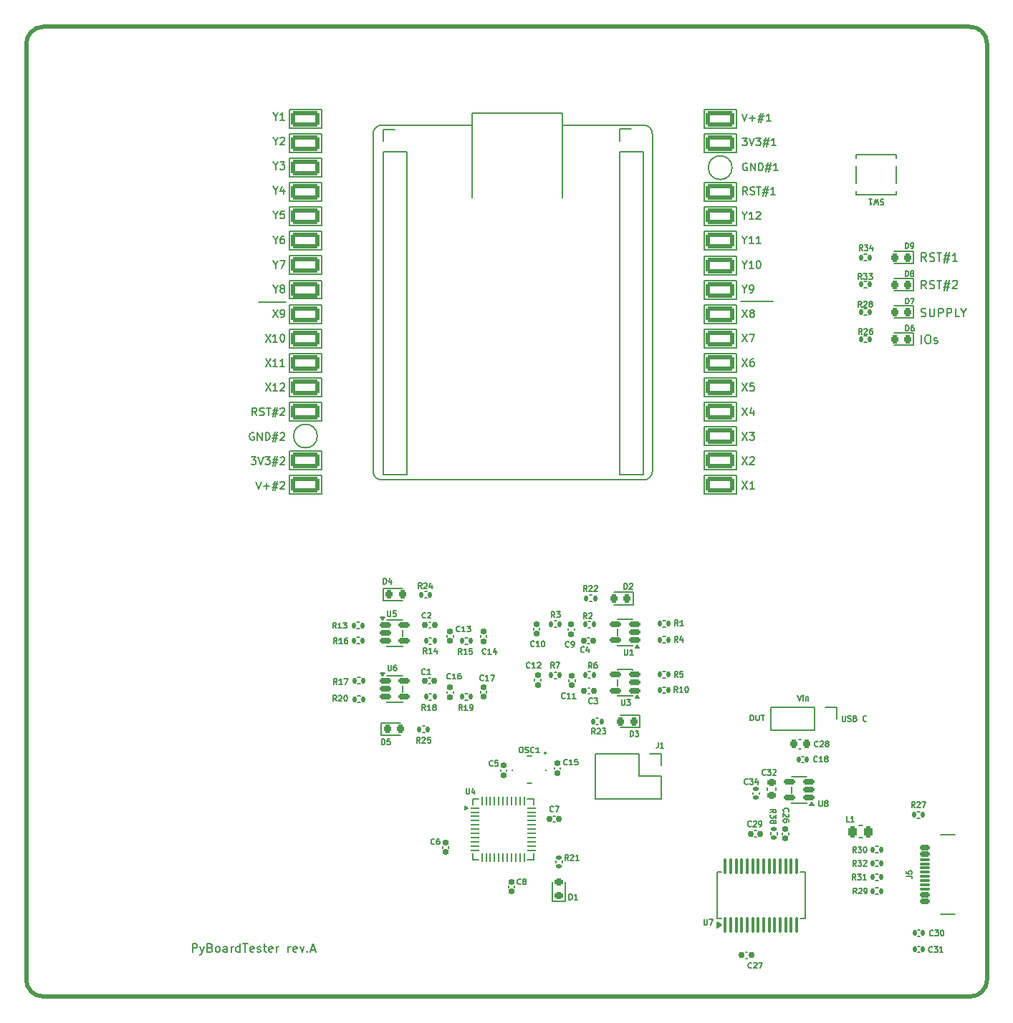
<source format=gbr>
%TF.GenerationSoftware,KiCad,Pcbnew,9.0.6*%
%TF.CreationDate,2026-01-06T10:28:57+00:00*%
%TF.ProjectId,PyBoardTester,5079426f-6172-4645-9465-737465722e6b,rev?*%
%TF.SameCoordinates,Original*%
%TF.FileFunction,Legend,Top*%
%TF.FilePolarity,Positive*%
%FSLAX46Y46*%
G04 Gerber Fmt 4.6, Leading zero omitted, Abs format (unit mm)*
G04 Created by KiCad (PCBNEW 9.0.6) date 2026-01-06 10:28:57*
%MOMM*%
%LPD*%
G01*
G04 APERTURE LIST*
G04 Aperture macros list*
%AMRoundRect*
0 Rectangle with rounded corners*
0 $1 Rounding radius*
0 $2 $3 $4 $5 $6 $7 $8 $9 X,Y pos of 4 corners*
0 Add a 4 corners polygon primitive as box body*
4,1,4,$2,$3,$4,$5,$6,$7,$8,$9,$2,$3,0*
0 Add four circle primitives for the rounded corners*
1,1,$1+$1,$2,$3*
1,1,$1+$1,$4,$5*
1,1,$1+$1,$6,$7*
1,1,$1+$1,$8,$9*
0 Add four rect primitives between the rounded corners*
20,1,$1+$1,$2,$3,$4,$5,0*
20,1,$1+$1,$4,$5,$6,$7,0*
20,1,$1+$1,$6,$7,$8,$9,0*
20,1,$1+$1,$8,$9,$2,$3,0*%
G04 Aperture macros list end*
%ADD10C,0.152400*%
%ADD11C,0.177800*%
%ADD12C,0.200000*%
%ADD13C,0.203200*%
%ADD14RoundRect,0.250000X-1.450000X-0.650000X1.450000X-0.650000X1.450000X0.650000X-1.450000X0.650000X0*%
%ADD15RoundRect,0.140000X0.140000X0.170000X-0.140000X0.170000X-0.140000X-0.170000X0.140000X-0.170000X0*%
%ADD16R,1.600000X1.400000*%
%ADD17RoundRect,0.135000X-0.135000X-0.185000X0.135000X-0.185000X0.135000X0.185000X-0.135000X0.185000X0*%
%ADD18RoundRect,0.218750X0.218750X0.256250X-0.218750X0.256250X-0.218750X-0.256250X0.218750X-0.256250X0*%
%ADD19R,1.700000X1.700000*%
%ADD20C,1.700000*%
%ADD21RoundRect,0.100000X0.100000X-0.850000X0.100000X0.850000X-0.100000X0.850000X-0.100000X-0.850000X0*%
%ADD22RoundRect,0.135000X0.135000X0.185000X-0.135000X0.185000X-0.135000X-0.185000X0.135000X-0.185000X0*%
%ADD23RoundRect,0.250000X0.262500X0.450000X-0.262500X0.450000X-0.262500X-0.450000X0.262500X-0.450000X0*%
%ADD24RoundRect,0.155000X0.212500X0.155000X-0.212500X0.155000X-0.212500X-0.155000X0.212500X-0.155000X0*%
%ADD25RoundRect,0.155000X0.155000X-0.212500X0.155000X0.212500X-0.155000X0.212500X-0.155000X-0.212500X0*%
%ADD26RoundRect,0.155000X-0.155000X0.212500X-0.155000X-0.212500X0.155000X-0.212500X0.155000X0.212500X0*%
%ADD27RoundRect,0.150000X0.512500X0.150000X-0.512500X0.150000X-0.512500X-0.150000X0.512500X-0.150000X0*%
%ADD28C,2.000000*%
%ADD29RoundRect,0.155000X-0.212500X-0.155000X0.212500X-0.155000X0.212500X0.155000X-0.212500X0.155000X0*%
%ADD30RoundRect,0.218750X0.256250X-0.218750X0.256250X0.218750X-0.256250X0.218750X-0.256250X-0.218750X0*%
%ADD31RoundRect,0.150000X-0.512500X-0.150000X0.512500X-0.150000X0.512500X0.150000X-0.512500X0.150000X0*%
%ADD32RoundRect,0.140000X0.170000X-0.140000X0.170000X0.140000X-0.170000X0.140000X-0.170000X-0.140000X0*%
%ADD33R,1.400000X1.200000*%
%ADD34RoundRect,0.140000X-0.140000X-0.170000X0.140000X-0.170000X0.140000X0.170000X-0.140000X0.170000X0*%
%ADD35RoundRect,0.135000X-0.185000X0.135000X-0.185000X-0.135000X0.185000X-0.135000X0.185000X0.135000X0*%
%ADD36RoundRect,0.135000X0.185000X-0.135000X0.185000X0.135000X-0.185000X0.135000X-0.185000X-0.135000X0*%
%ADD37RoundRect,0.218750X-0.218750X-0.256250X0.218750X-0.256250X0.218750X0.256250X-0.218750X0.256250X0*%
%ADD38RoundRect,0.062500X-0.475000X-0.062500X0.475000X-0.062500X0.475000X0.062500X-0.475000X0.062500X0*%
%ADD39RoundRect,0.062500X-0.062500X-0.475000X0.062500X-0.475000X0.062500X0.475000X-0.062500X0.475000X0*%
%ADD40R,5.200000X5.200000*%
%ADD41RoundRect,0.225000X0.250000X-0.225000X0.250000X0.225000X-0.250000X0.225000X-0.250000X-0.225000X0*%
%ADD42C,0.650000*%
%ADD43RoundRect,0.150000X0.425000X-0.150000X0.425000X0.150000X-0.425000X0.150000X-0.425000X-0.150000X0*%
%ADD44RoundRect,0.075000X0.500000X-0.075000X0.500000X0.075000X-0.500000X0.075000X-0.500000X-0.075000X0*%
%ADD45O,2.100000X1.000000*%
%ADD46O,1.800000X1.000000*%
%ADD47RoundRect,0.225000X0.225000X0.250000X-0.225000X0.250000X-0.225000X-0.250000X0.225000X-0.250000X0*%
%TA.AperFunction,Profile*%
%ADD48C,0.500000*%
%TD*%
G04 APERTURE END LIST*
D10*
X124789000Y-49344800D02*
G75*
G02*
X125789000Y-48344800I999900J100D01*
G01*
X125789000Y-48344800D02*
X136489000Y-48344800D01*
X156789000Y-90294800D02*
X125789000Y-90294800D01*
X136489000Y-46944800D02*
X147139000Y-46944800D01*
X124789000Y-89294800D02*
X124789000Y-49344800D01*
X156789000Y-48344800D02*
G75*
G02*
X157789000Y-49344800I0J-1000000D01*
G01*
X157789000Y-89294800D02*
G75*
G02*
X156789000Y-90294800I-1000100J100D01*
G01*
D11*
X168233600Y-69184800D02*
X172094400Y-69184800D01*
D10*
X147139000Y-46944800D02*
X147139000Y-56894800D01*
X136489000Y-56894800D02*
X136489000Y-46944800D01*
X157789000Y-49344800D02*
X157789000Y-89294800D01*
X147139000Y-48344800D02*
X156789000Y-48344800D01*
D11*
X111268856Y-69238466D02*
X114494656Y-69238466D01*
D10*
X125789000Y-90294800D02*
G75*
G02*
X124789000Y-89294800I0J1000000D01*
G01*
D12*
X168981292Y-52872314D02*
X168895578Y-52829457D01*
X168895578Y-52829457D02*
X168767006Y-52829457D01*
X168767006Y-52829457D02*
X168638435Y-52872314D01*
X168638435Y-52872314D02*
X168552720Y-52958028D01*
X168552720Y-52958028D02*
X168509863Y-53043742D01*
X168509863Y-53043742D02*
X168467006Y-53215171D01*
X168467006Y-53215171D02*
X168467006Y-53343742D01*
X168467006Y-53343742D02*
X168509863Y-53515171D01*
X168509863Y-53515171D02*
X168552720Y-53600885D01*
X168552720Y-53600885D02*
X168638435Y-53686600D01*
X168638435Y-53686600D02*
X168767006Y-53729457D01*
X168767006Y-53729457D02*
X168852720Y-53729457D01*
X168852720Y-53729457D02*
X168981292Y-53686600D01*
X168981292Y-53686600D02*
X169024149Y-53643742D01*
X169024149Y-53643742D02*
X169024149Y-53343742D01*
X169024149Y-53343742D02*
X168852720Y-53343742D01*
X169409863Y-53729457D02*
X169409863Y-52829457D01*
X169409863Y-52829457D02*
X169924149Y-53729457D01*
X169924149Y-53729457D02*
X169924149Y-52829457D01*
X170352720Y-53729457D02*
X170352720Y-52829457D01*
X170352720Y-52829457D02*
X170567006Y-52829457D01*
X170567006Y-52829457D02*
X170695577Y-52872314D01*
X170695577Y-52872314D02*
X170781292Y-52958028D01*
X170781292Y-52958028D02*
X170824149Y-53043742D01*
X170824149Y-53043742D02*
X170867006Y-53215171D01*
X170867006Y-53215171D02*
X170867006Y-53343742D01*
X170867006Y-53343742D02*
X170824149Y-53515171D01*
X170824149Y-53515171D02*
X170781292Y-53600885D01*
X170781292Y-53600885D02*
X170695577Y-53686600D01*
X170695577Y-53686600D02*
X170567006Y-53729457D01*
X170567006Y-53729457D02*
X170352720Y-53729457D01*
X171209863Y-53129457D02*
X171852720Y-53129457D01*
X171467006Y-52743742D02*
X171209863Y-53900885D01*
X171767006Y-53515171D02*
X171124149Y-53515171D01*
X171509863Y-53900885D02*
X171767006Y-52743742D01*
X172624149Y-53729457D02*
X172109863Y-53729457D01*
X172367006Y-53729457D02*
X172367006Y-52829457D01*
X172367006Y-52829457D02*
X172281292Y-52958028D01*
X172281292Y-52958028D02*
X172195577Y-53043742D01*
X172195577Y-53043742D02*
X172109863Y-53086600D01*
X113274149Y-53142353D02*
X113274149Y-53570925D01*
X112974149Y-52670925D02*
X113274149Y-53142353D01*
X113274149Y-53142353D02*
X113574149Y-52670925D01*
X113788435Y-52670925D02*
X114345578Y-52670925D01*
X114345578Y-52670925D02*
X114045578Y-53013782D01*
X114045578Y-53013782D02*
X114174149Y-53013782D01*
X114174149Y-53013782D02*
X114259864Y-53056639D01*
X114259864Y-53056639D02*
X114302721Y-53099496D01*
X114302721Y-53099496D02*
X114345578Y-53185210D01*
X114345578Y-53185210D02*
X114345578Y-53399496D01*
X114345578Y-53399496D02*
X114302721Y-53485210D01*
X114302721Y-53485210D02*
X114259864Y-53528068D01*
X114259864Y-53528068D02*
X114174149Y-53570925D01*
X114174149Y-53570925D02*
X113917006Y-53570925D01*
X113917006Y-53570925D02*
X113831292Y-53528068D01*
X113831292Y-53528068D02*
X113788435Y-53485210D01*
X168424149Y-90474257D02*
X169024149Y-91374257D01*
X169024149Y-90474257D02*
X168424149Y-91374257D01*
X169838435Y-91374257D02*
X169324149Y-91374257D01*
X169581292Y-91374257D02*
X169581292Y-90474257D01*
X169581292Y-90474257D02*
X169495578Y-90602828D01*
X169495578Y-90602828D02*
X169409863Y-90688542D01*
X169409863Y-90688542D02*
X169324149Y-90731400D01*
X168424149Y-70169590D02*
X169024149Y-71069590D01*
X169024149Y-70169590D02*
X168424149Y-71069590D01*
X169495578Y-70555304D02*
X169409863Y-70512447D01*
X169409863Y-70512447D02*
X169367006Y-70469590D01*
X169367006Y-70469590D02*
X169324149Y-70383875D01*
X169324149Y-70383875D02*
X169324149Y-70341018D01*
X169324149Y-70341018D02*
X169367006Y-70255304D01*
X169367006Y-70255304D02*
X169409863Y-70212447D01*
X169409863Y-70212447D02*
X169495578Y-70169590D01*
X169495578Y-70169590D02*
X169667006Y-70169590D01*
X169667006Y-70169590D02*
X169752721Y-70212447D01*
X169752721Y-70212447D02*
X169795578Y-70255304D01*
X169795578Y-70255304D02*
X169838435Y-70341018D01*
X169838435Y-70341018D02*
X169838435Y-70383875D01*
X169838435Y-70383875D02*
X169795578Y-70469590D01*
X169795578Y-70469590D02*
X169752721Y-70512447D01*
X169752721Y-70512447D02*
X169667006Y-70555304D01*
X169667006Y-70555304D02*
X169495578Y-70555304D01*
X169495578Y-70555304D02*
X169409863Y-70598161D01*
X169409863Y-70598161D02*
X169367006Y-70641018D01*
X169367006Y-70641018D02*
X169324149Y-70726733D01*
X169324149Y-70726733D02*
X169324149Y-70898161D01*
X169324149Y-70898161D02*
X169367006Y-70983875D01*
X169367006Y-70983875D02*
X169409863Y-71026733D01*
X169409863Y-71026733D02*
X169495578Y-71069590D01*
X169495578Y-71069590D02*
X169667006Y-71069590D01*
X169667006Y-71069590D02*
X169752721Y-71026733D01*
X169752721Y-71026733D02*
X169795578Y-70983875D01*
X169795578Y-70983875D02*
X169838435Y-70898161D01*
X169838435Y-70898161D02*
X169838435Y-70726733D01*
X169838435Y-70726733D02*
X169795578Y-70641018D01*
X169795578Y-70641018D02*
X169752721Y-70598161D01*
X169752721Y-70598161D02*
X169667006Y-70555304D01*
D10*
X169379533Y-118747588D02*
X169379533Y-118087188D01*
X169379533Y-118087188D02*
X169536771Y-118087188D01*
X169536771Y-118087188D02*
X169631114Y-118118636D01*
X169631114Y-118118636D02*
X169694009Y-118181531D01*
X169694009Y-118181531D02*
X169725456Y-118244426D01*
X169725456Y-118244426D02*
X169756904Y-118370217D01*
X169756904Y-118370217D02*
X169756904Y-118464560D01*
X169756904Y-118464560D02*
X169725456Y-118590350D01*
X169725456Y-118590350D02*
X169694009Y-118653245D01*
X169694009Y-118653245D02*
X169631114Y-118716141D01*
X169631114Y-118716141D02*
X169536771Y-118747588D01*
X169536771Y-118747588D02*
X169379533Y-118747588D01*
X170039933Y-118087188D02*
X170039933Y-118621798D01*
X170039933Y-118621798D02*
X170071380Y-118684693D01*
X170071380Y-118684693D02*
X170102828Y-118716141D01*
X170102828Y-118716141D02*
X170165723Y-118747588D01*
X170165723Y-118747588D02*
X170291514Y-118747588D01*
X170291514Y-118747588D02*
X170354409Y-118716141D01*
X170354409Y-118716141D02*
X170385856Y-118684693D01*
X170385856Y-118684693D02*
X170417304Y-118621798D01*
X170417304Y-118621798D02*
X170417304Y-118087188D01*
X170637438Y-118087188D02*
X171014809Y-118087188D01*
X170826123Y-118747588D02*
X170826123Y-118087188D01*
D12*
X189604762Y-74152219D02*
X189604762Y-73152219D01*
X190271428Y-73152219D02*
X190461904Y-73152219D01*
X190461904Y-73152219D02*
X190557142Y-73199838D01*
X190557142Y-73199838D02*
X190652380Y-73295076D01*
X190652380Y-73295076D02*
X190699999Y-73485552D01*
X190699999Y-73485552D02*
X190699999Y-73818885D01*
X190699999Y-73818885D02*
X190652380Y-74009361D01*
X190652380Y-74009361D02*
X190557142Y-74104600D01*
X190557142Y-74104600D02*
X190461904Y-74152219D01*
X190461904Y-74152219D02*
X190271428Y-74152219D01*
X190271428Y-74152219D02*
X190176190Y-74104600D01*
X190176190Y-74104600D02*
X190080952Y-74009361D01*
X190080952Y-74009361D02*
X190033333Y-73818885D01*
X190033333Y-73818885D02*
X190033333Y-73485552D01*
X190033333Y-73485552D02*
X190080952Y-73295076D01*
X190080952Y-73295076D02*
X190176190Y-73199838D01*
X190176190Y-73199838D02*
X190271428Y-73152219D01*
X191080952Y-74104600D02*
X191176190Y-74152219D01*
X191176190Y-74152219D02*
X191366666Y-74152219D01*
X191366666Y-74152219D02*
X191461904Y-74104600D01*
X191461904Y-74104600D02*
X191509523Y-74009361D01*
X191509523Y-74009361D02*
X191509523Y-73961742D01*
X191509523Y-73961742D02*
X191461904Y-73866504D01*
X191461904Y-73866504D02*
X191366666Y-73818885D01*
X191366666Y-73818885D02*
X191223809Y-73818885D01*
X191223809Y-73818885D02*
X191128571Y-73771266D01*
X191128571Y-73771266D02*
X191080952Y-73676028D01*
X191080952Y-73676028D02*
X191080952Y-73628409D01*
X191080952Y-73628409D02*
X191128571Y-73533171D01*
X191128571Y-73533171D02*
X191223809Y-73485552D01*
X191223809Y-73485552D02*
X191366666Y-73485552D01*
X191366666Y-73485552D02*
X191461904Y-73533171D01*
D10*
X174973876Y-115737188D02*
X175194009Y-116397588D01*
X175194009Y-116397588D02*
X175414142Y-115737188D01*
X175634276Y-116397588D02*
X175634276Y-115957321D01*
X175634276Y-115737188D02*
X175602828Y-115768636D01*
X175602828Y-115768636D02*
X175634276Y-115800083D01*
X175634276Y-115800083D02*
X175665723Y-115768636D01*
X175665723Y-115768636D02*
X175634276Y-115737188D01*
X175634276Y-115737188D02*
X175634276Y-115800083D01*
X175948752Y-115957321D02*
X175948752Y-116397588D01*
X175948752Y-116020217D02*
X175980199Y-115988769D01*
X175980199Y-115988769D02*
X176043094Y-115957321D01*
X176043094Y-115957321D02*
X176137437Y-115957321D01*
X176137437Y-115957321D02*
X176200333Y-115988769D01*
X176200333Y-115988769D02*
X176231780Y-116051664D01*
X176231780Y-116051664D02*
X176231780Y-116397588D01*
D12*
X168681292Y-64839685D02*
X168681292Y-65268257D01*
X168381292Y-64368257D02*
X168681292Y-64839685D01*
X168681292Y-64839685D02*
X168981292Y-64368257D01*
X169752721Y-65268257D02*
X169238435Y-65268257D01*
X169495578Y-65268257D02*
X169495578Y-64368257D01*
X169495578Y-64368257D02*
X169409864Y-64496828D01*
X169409864Y-64496828D02*
X169324149Y-64582542D01*
X169324149Y-64582542D02*
X169238435Y-64625400D01*
X170309864Y-64368257D02*
X170395578Y-64368257D01*
X170395578Y-64368257D02*
X170481292Y-64411114D01*
X170481292Y-64411114D02*
X170524150Y-64453971D01*
X170524150Y-64453971D02*
X170567007Y-64539685D01*
X170567007Y-64539685D02*
X170609864Y-64711114D01*
X170609864Y-64711114D02*
X170609864Y-64925400D01*
X170609864Y-64925400D02*
X170567007Y-65096828D01*
X170567007Y-65096828D02*
X170524150Y-65182542D01*
X170524150Y-65182542D02*
X170481292Y-65225400D01*
X170481292Y-65225400D02*
X170395578Y-65268257D01*
X170395578Y-65268257D02*
X170309864Y-65268257D01*
X170309864Y-65268257D02*
X170224150Y-65225400D01*
X170224150Y-65225400D02*
X170181292Y-65182542D01*
X170181292Y-65182542D02*
X170138435Y-65096828D01*
X170138435Y-65096828D02*
X170095578Y-64925400D01*
X170095578Y-64925400D02*
X170095578Y-64711114D01*
X170095578Y-64711114D02*
X170138435Y-64539685D01*
X170138435Y-64539685D02*
X170181292Y-64453971D01*
X170181292Y-64453971D02*
X170224150Y-64411114D01*
X170224150Y-64411114D02*
X170309864Y-64368257D01*
X189557143Y-70954600D02*
X189700000Y-71002219D01*
X189700000Y-71002219D02*
X189938095Y-71002219D01*
X189938095Y-71002219D02*
X190033333Y-70954600D01*
X190033333Y-70954600D02*
X190080952Y-70906980D01*
X190080952Y-70906980D02*
X190128571Y-70811742D01*
X190128571Y-70811742D02*
X190128571Y-70716504D01*
X190128571Y-70716504D02*
X190080952Y-70621266D01*
X190080952Y-70621266D02*
X190033333Y-70573647D01*
X190033333Y-70573647D02*
X189938095Y-70526028D01*
X189938095Y-70526028D02*
X189747619Y-70478409D01*
X189747619Y-70478409D02*
X189652381Y-70430790D01*
X189652381Y-70430790D02*
X189604762Y-70383171D01*
X189604762Y-70383171D02*
X189557143Y-70287933D01*
X189557143Y-70287933D02*
X189557143Y-70192695D01*
X189557143Y-70192695D02*
X189604762Y-70097457D01*
X189604762Y-70097457D02*
X189652381Y-70049838D01*
X189652381Y-70049838D02*
X189747619Y-70002219D01*
X189747619Y-70002219D02*
X189985714Y-70002219D01*
X189985714Y-70002219D02*
X190128571Y-70049838D01*
X190557143Y-70002219D02*
X190557143Y-70811742D01*
X190557143Y-70811742D02*
X190604762Y-70906980D01*
X190604762Y-70906980D02*
X190652381Y-70954600D01*
X190652381Y-70954600D02*
X190747619Y-71002219D01*
X190747619Y-71002219D02*
X190938095Y-71002219D01*
X190938095Y-71002219D02*
X191033333Y-70954600D01*
X191033333Y-70954600D02*
X191080952Y-70906980D01*
X191080952Y-70906980D02*
X191128571Y-70811742D01*
X191128571Y-70811742D02*
X191128571Y-70002219D01*
X191604762Y-71002219D02*
X191604762Y-70002219D01*
X191604762Y-70002219D02*
X191985714Y-70002219D01*
X191985714Y-70002219D02*
X192080952Y-70049838D01*
X192080952Y-70049838D02*
X192128571Y-70097457D01*
X192128571Y-70097457D02*
X192176190Y-70192695D01*
X192176190Y-70192695D02*
X192176190Y-70335552D01*
X192176190Y-70335552D02*
X192128571Y-70430790D01*
X192128571Y-70430790D02*
X192080952Y-70478409D01*
X192080952Y-70478409D02*
X191985714Y-70526028D01*
X191985714Y-70526028D02*
X191604762Y-70526028D01*
X192604762Y-71002219D02*
X192604762Y-70002219D01*
X192604762Y-70002219D02*
X192985714Y-70002219D01*
X192985714Y-70002219D02*
X193080952Y-70049838D01*
X193080952Y-70049838D02*
X193128571Y-70097457D01*
X193128571Y-70097457D02*
X193176190Y-70192695D01*
X193176190Y-70192695D02*
X193176190Y-70335552D01*
X193176190Y-70335552D02*
X193128571Y-70430790D01*
X193128571Y-70430790D02*
X193080952Y-70478409D01*
X193080952Y-70478409D02*
X192985714Y-70526028D01*
X192985714Y-70526028D02*
X192604762Y-70526028D01*
X194080952Y-71002219D02*
X193604762Y-71002219D01*
X193604762Y-71002219D02*
X193604762Y-70002219D01*
X194604762Y-70526028D02*
X194604762Y-71002219D01*
X194271429Y-70002219D02*
X194604762Y-70526028D01*
X194604762Y-70526028D02*
X194938095Y-70002219D01*
X113274149Y-50239019D02*
X113274149Y-50667591D01*
X112974149Y-49767591D02*
X113274149Y-50239019D01*
X113274149Y-50239019D02*
X113574149Y-49767591D01*
X113831292Y-49853305D02*
X113874149Y-49810448D01*
X113874149Y-49810448D02*
X113959864Y-49767591D01*
X113959864Y-49767591D02*
X114174149Y-49767591D01*
X114174149Y-49767591D02*
X114259864Y-49810448D01*
X114259864Y-49810448D02*
X114302721Y-49853305D01*
X114302721Y-49853305D02*
X114345578Y-49939019D01*
X114345578Y-49939019D02*
X114345578Y-50024734D01*
X114345578Y-50024734D02*
X114302721Y-50153305D01*
X114302721Y-50153305D02*
X113788435Y-50667591D01*
X113788435Y-50667591D02*
X114345578Y-50667591D01*
X112074149Y-75974257D02*
X112674149Y-76874257D01*
X112674149Y-75974257D02*
X112074149Y-76874257D01*
X113488435Y-76874257D02*
X112974149Y-76874257D01*
X113231292Y-76874257D02*
X113231292Y-75974257D01*
X113231292Y-75974257D02*
X113145578Y-76102828D01*
X113145578Y-76102828D02*
X113059863Y-76188542D01*
X113059863Y-76188542D02*
X112974149Y-76231400D01*
X114345578Y-76874257D02*
X113831292Y-76874257D01*
X114088435Y-76874257D02*
X114088435Y-75974257D01*
X114088435Y-75974257D02*
X114002721Y-76102828D01*
X114002721Y-76102828D02*
X113917006Y-76188542D01*
X113917006Y-76188542D02*
X113831292Y-76231400D01*
X168681292Y-61939018D02*
X168681292Y-62367590D01*
X168381292Y-61467590D02*
X168681292Y-61939018D01*
X168681292Y-61939018D02*
X168981292Y-61467590D01*
X169752721Y-62367590D02*
X169238435Y-62367590D01*
X169495578Y-62367590D02*
X169495578Y-61467590D01*
X169495578Y-61467590D02*
X169409864Y-61596161D01*
X169409864Y-61596161D02*
X169324149Y-61681875D01*
X169324149Y-61681875D02*
X169238435Y-61724733D01*
X170609864Y-62367590D02*
X170095578Y-62367590D01*
X170352721Y-62367590D02*
X170352721Y-61467590D01*
X170352721Y-61467590D02*
X170267007Y-61596161D01*
X170267007Y-61596161D02*
X170181292Y-61681875D01*
X170181292Y-61681875D02*
X170095578Y-61724733D01*
X113274149Y-67735685D02*
X113274149Y-68164257D01*
X112974149Y-67264257D02*
X113274149Y-67735685D01*
X113274149Y-67735685D02*
X113574149Y-67264257D01*
X114002721Y-67649971D02*
X113917006Y-67607114D01*
X113917006Y-67607114D02*
X113874149Y-67564257D01*
X113874149Y-67564257D02*
X113831292Y-67478542D01*
X113831292Y-67478542D02*
X113831292Y-67435685D01*
X113831292Y-67435685D02*
X113874149Y-67349971D01*
X113874149Y-67349971D02*
X113917006Y-67307114D01*
X113917006Y-67307114D02*
X114002721Y-67264257D01*
X114002721Y-67264257D02*
X114174149Y-67264257D01*
X114174149Y-67264257D02*
X114259864Y-67307114D01*
X114259864Y-67307114D02*
X114302721Y-67349971D01*
X114302721Y-67349971D02*
X114345578Y-67435685D01*
X114345578Y-67435685D02*
X114345578Y-67478542D01*
X114345578Y-67478542D02*
X114302721Y-67564257D01*
X114302721Y-67564257D02*
X114259864Y-67607114D01*
X114259864Y-67607114D02*
X114174149Y-67649971D01*
X114174149Y-67649971D02*
X114002721Y-67649971D01*
X114002721Y-67649971D02*
X113917006Y-67692828D01*
X113917006Y-67692828D02*
X113874149Y-67735685D01*
X113874149Y-67735685D02*
X113831292Y-67821400D01*
X113831292Y-67821400D02*
X113831292Y-67992828D01*
X113831292Y-67992828D02*
X113874149Y-68078542D01*
X113874149Y-68078542D02*
X113917006Y-68121400D01*
X113917006Y-68121400D02*
X114002721Y-68164257D01*
X114002721Y-68164257D02*
X114174149Y-68164257D01*
X114174149Y-68164257D02*
X114259864Y-68121400D01*
X114259864Y-68121400D02*
X114302721Y-68078542D01*
X114302721Y-68078542D02*
X114345578Y-67992828D01*
X114345578Y-67992828D02*
X114345578Y-67821400D01*
X114345578Y-67821400D02*
X114302721Y-67735685D01*
X114302721Y-67735685D02*
X114259864Y-67692828D01*
X114259864Y-67692828D02*
X114174149Y-67649971D01*
X110402720Y-87587591D02*
X110959863Y-87587591D01*
X110959863Y-87587591D02*
X110659863Y-87930448D01*
X110659863Y-87930448D02*
X110788434Y-87930448D01*
X110788434Y-87930448D02*
X110874149Y-87973305D01*
X110874149Y-87973305D02*
X110917006Y-88016162D01*
X110917006Y-88016162D02*
X110959863Y-88101876D01*
X110959863Y-88101876D02*
X110959863Y-88316162D01*
X110959863Y-88316162D02*
X110917006Y-88401876D01*
X110917006Y-88401876D02*
X110874149Y-88444734D01*
X110874149Y-88444734D02*
X110788434Y-88487591D01*
X110788434Y-88487591D02*
X110531291Y-88487591D01*
X110531291Y-88487591D02*
X110445577Y-88444734D01*
X110445577Y-88444734D02*
X110402720Y-88401876D01*
X111217006Y-87587591D02*
X111517006Y-88487591D01*
X111517006Y-88487591D02*
X111817006Y-87587591D01*
X112031292Y-87587591D02*
X112588435Y-87587591D01*
X112588435Y-87587591D02*
X112288435Y-87930448D01*
X112288435Y-87930448D02*
X112417006Y-87930448D01*
X112417006Y-87930448D02*
X112502721Y-87973305D01*
X112502721Y-87973305D02*
X112545578Y-88016162D01*
X112545578Y-88016162D02*
X112588435Y-88101876D01*
X112588435Y-88101876D02*
X112588435Y-88316162D01*
X112588435Y-88316162D02*
X112545578Y-88401876D01*
X112545578Y-88401876D02*
X112502721Y-88444734D01*
X112502721Y-88444734D02*
X112417006Y-88487591D01*
X112417006Y-88487591D02*
X112159863Y-88487591D01*
X112159863Y-88487591D02*
X112074149Y-88444734D01*
X112074149Y-88444734D02*
X112031292Y-88401876D01*
X112931292Y-87887591D02*
X113574149Y-87887591D01*
X113188435Y-87501876D02*
X112931292Y-88659019D01*
X113488435Y-88273305D02*
X112845578Y-88273305D01*
X113231292Y-88659019D02*
X113488435Y-87501876D01*
X113831292Y-87673305D02*
X113874149Y-87630448D01*
X113874149Y-87630448D02*
X113959864Y-87587591D01*
X113959864Y-87587591D02*
X114174149Y-87587591D01*
X114174149Y-87587591D02*
X114259864Y-87630448D01*
X114259864Y-87630448D02*
X114302721Y-87673305D01*
X114302721Y-87673305D02*
X114345578Y-87759019D01*
X114345578Y-87759019D02*
X114345578Y-87844734D01*
X114345578Y-87844734D02*
X114302721Y-87973305D01*
X114302721Y-87973305D02*
X113788435Y-88487591D01*
X113788435Y-88487591D02*
X114345578Y-88487591D01*
X168424149Y-84672924D02*
X169024149Y-85572924D01*
X169024149Y-84672924D02*
X168424149Y-85572924D01*
X169281292Y-84672924D02*
X169838435Y-84672924D01*
X169838435Y-84672924D02*
X169538435Y-85015781D01*
X169538435Y-85015781D02*
X169667006Y-85015781D01*
X169667006Y-85015781D02*
X169752721Y-85058638D01*
X169752721Y-85058638D02*
X169795578Y-85101495D01*
X169795578Y-85101495D02*
X169838435Y-85187209D01*
X169838435Y-85187209D02*
X169838435Y-85401495D01*
X169838435Y-85401495D02*
X169795578Y-85487209D01*
X169795578Y-85487209D02*
X169752721Y-85530067D01*
X169752721Y-85530067D02*
X169667006Y-85572924D01*
X169667006Y-85572924D02*
X169409863Y-85572924D01*
X169409863Y-85572924D02*
X169324149Y-85530067D01*
X169324149Y-85530067D02*
X169281292Y-85487209D01*
X190176190Y-67702219D02*
X189842857Y-67226028D01*
X189604762Y-67702219D02*
X189604762Y-66702219D01*
X189604762Y-66702219D02*
X189985714Y-66702219D01*
X189985714Y-66702219D02*
X190080952Y-66749838D01*
X190080952Y-66749838D02*
X190128571Y-66797457D01*
X190128571Y-66797457D02*
X190176190Y-66892695D01*
X190176190Y-66892695D02*
X190176190Y-67035552D01*
X190176190Y-67035552D02*
X190128571Y-67130790D01*
X190128571Y-67130790D02*
X190080952Y-67178409D01*
X190080952Y-67178409D02*
X189985714Y-67226028D01*
X189985714Y-67226028D02*
X189604762Y-67226028D01*
X190557143Y-67654600D02*
X190700000Y-67702219D01*
X190700000Y-67702219D02*
X190938095Y-67702219D01*
X190938095Y-67702219D02*
X191033333Y-67654600D01*
X191033333Y-67654600D02*
X191080952Y-67606980D01*
X191080952Y-67606980D02*
X191128571Y-67511742D01*
X191128571Y-67511742D02*
X191128571Y-67416504D01*
X191128571Y-67416504D02*
X191080952Y-67321266D01*
X191080952Y-67321266D02*
X191033333Y-67273647D01*
X191033333Y-67273647D02*
X190938095Y-67226028D01*
X190938095Y-67226028D02*
X190747619Y-67178409D01*
X190747619Y-67178409D02*
X190652381Y-67130790D01*
X190652381Y-67130790D02*
X190604762Y-67083171D01*
X190604762Y-67083171D02*
X190557143Y-66987933D01*
X190557143Y-66987933D02*
X190557143Y-66892695D01*
X190557143Y-66892695D02*
X190604762Y-66797457D01*
X190604762Y-66797457D02*
X190652381Y-66749838D01*
X190652381Y-66749838D02*
X190747619Y-66702219D01*
X190747619Y-66702219D02*
X190985714Y-66702219D01*
X190985714Y-66702219D02*
X191128571Y-66749838D01*
X191414286Y-66702219D02*
X191985714Y-66702219D01*
X191700000Y-67702219D02*
X191700000Y-66702219D01*
X192271429Y-67035552D02*
X192985714Y-67035552D01*
X192557143Y-66606980D02*
X192271429Y-67892695D01*
X192890476Y-67464123D02*
X192176191Y-67464123D01*
X192604762Y-67892695D02*
X192890476Y-66606980D01*
X193271429Y-66797457D02*
X193319048Y-66749838D01*
X193319048Y-66749838D02*
X193414286Y-66702219D01*
X193414286Y-66702219D02*
X193652381Y-66702219D01*
X193652381Y-66702219D02*
X193747619Y-66749838D01*
X193747619Y-66749838D02*
X193795238Y-66797457D01*
X193795238Y-66797457D02*
X193842857Y-66892695D01*
X193842857Y-66892695D02*
X193842857Y-66987933D01*
X193842857Y-66987933D02*
X193795238Y-67130790D01*
X193795238Y-67130790D02*
X193223810Y-67702219D01*
X193223810Y-67702219D02*
X193842857Y-67702219D01*
X110959863Y-90490924D02*
X111259863Y-91390924D01*
X111259863Y-91390924D02*
X111559863Y-90490924D01*
X111859863Y-91048067D02*
X112545578Y-91048067D01*
X112202720Y-91390924D02*
X112202720Y-90705209D01*
X112931292Y-90790924D02*
X113574149Y-90790924D01*
X113188435Y-90405209D02*
X112931292Y-91562352D01*
X113488435Y-91176638D02*
X112845578Y-91176638D01*
X113231292Y-91562352D02*
X113488435Y-90405209D01*
X113831292Y-90576638D02*
X113874149Y-90533781D01*
X113874149Y-90533781D02*
X113959864Y-90490924D01*
X113959864Y-90490924D02*
X114174149Y-90490924D01*
X114174149Y-90490924D02*
X114259864Y-90533781D01*
X114259864Y-90533781D02*
X114302721Y-90576638D01*
X114302721Y-90576638D02*
X114345578Y-90662352D01*
X114345578Y-90662352D02*
X114345578Y-90748067D01*
X114345578Y-90748067D02*
X114302721Y-90876638D01*
X114302721Y-90876638D02*
X113788435Y-91390924D01*
X113788435Y-91390924D02*
X114345578Y-91390924D01*
X113274149Y-56045686D02*
X113274149Y-56474258D01*
X112974149Y-55574258D02*
X113274149Y-56045686D01*
X113274149Y-56045686D02*
X113574149Y-55574258D01*
X114259864Y-55874258D02*
X114259864Y-56474258D01*
X114045578Y-55531401D02*
X113831292Y-56174258D01*
X113831292Y-56174258D02*
X114388435Y-56174258D01*
X113274149Y-64832352D02*
X113274149Y-65260924D01*
X112974149Y-64360924D02*
X113274149Y-64832352D01*
X113274149Y-64832352D02*
X113574149Y-64360924D01*
X113788435Y-64360924D02*
X114388435Y-64360924D01*
X114388435Y-64360924D02*
X114002721Y-65260924D01*
X113274149Y-61929019D02*
X113274149Y-62357591D01*
X112974149Y-61457591D02*
X113274149Y-61929019D01*
X113274149Y-61929019D02*
X113574149Y-61457591D01*
X114259864Y-61457591D02*
X114088435Y-61457591D01*
X114088435Y-61457591D02*
X114002721Y-61500448D01*
X114002721Y-61500448D02*
X113959864Y-61543305D01*
X113959864Y-61543305D02*
X113874149Y-61671876D01*
X113874149Y-61671876D02*
X113831292Y-61843305D01*
X113831292Y-61843305D02*
X113831292Y-62186162D01*
X113831292Y-62186162D02*
X113874149Y-62271876D01*
X113874149Y-62271876D02*
X113917006Y-62314734D01*
X113917006Y-62314734D02*
X114002721Y-62357591D01*
X114002721Y-62357591D02*
X114174149Y-62357591D01*
X114174149Y-62357591D02*
X114259864Y-62314734D01*
X114259864Y-62314734D02*
X114302721Y-62271876D01*
X114302721Y-62271876D02*
X114345578Y-62186162D01*
X114345578Y-62186162D02*
X114345578Y-61971876D01*
X114345578Y-61971876D02*
X114302721Y-61886162D01*
X114302721Y-61886162D02*
X114259864Y-61843305D01*
X114259864Y-61843305D02*
X114174149Y-61800448D01*
X114174149Y-61800448D02*
X114002721Y-61800448D01*
X114002721Y-61800448D02*
X113917006Y-61843305D01*
X113917006Y-61843305D02*
X113874149Y-61886162D01*
X113874149Y-61886162D02*
X113831292Y-61971876D01*
X168424149Y-73070257D02*
X169024149Y-73970257D01*
X169024149Y-73070257D02*
X168424149Y-73970257D01*
X169281292Y-73070257D02*
X169881292Y-73070257D01*
X169881292Y-73070257D02*
X169495578Y-73970257D01*
X168424149Y-75970924D02*
X169024149Y-76870924D01*
X169024149Y-75970924D02*
X168424149Y-76870924D01*
X169752721Y-75970924D02*
X169581292Y-75970924D01*
X169581292Y-75970924D02*
X169495578Y-76013781D01*
X169495578Y-76013781D02*
X169452721Y-76056638D01*
X169452721Y-76056638D02*
X169367006Y-76185209D01*
X169367006Y-76185209D02*
X169324149Y-76356638D01*
X169324149Y-76356638D02*
X169324149Y-76699495D01*
X169324149Y-76699495D02*
X169367006Y-76785209D01*
X169367006Y-76785209D02*
X169409863Y-76828067D01*
X169409863Y-76828067D02*
X169495578Y-76870924D01*
X169495578Y-76870924D02*
X169667006Y-76870924D01*
X169667006Y-76870924D02*
X169752721Y-76828067D01*
X169752721Y-76828067D02*
X169795578Y-76785209D01*
X169795578Y-76785209D02*
X169838435Y-76699495D01*
X169838435Y-76699495D02*
X169838435Y-76485209D01*
X169838435Y-76485209D02*
X169795578Y-76399495D01*
X169795578Y-76399495D02*
X169752721Y-76356638D01*
X169752721Y-76356638D02*
X169667006Y-76313781D01*
X169667006Y-76313781D02*
X169495578Y-76313781D01*
X169495578Y-76313781D02*
X169409863Y-76356638D01*
X169409863Y-76356638D02*
X169367006Y-76399495D01*
X169367006Y-76399495D02*
X169324149Y-76485209D01*
D13*
X103435713Y-146152052D02*
X103435713Y-145152052D01*
X103435713Y-145152052D02*
X103816665Y-145152052D01*
X103816665Y-145152052D02*
X103911903Y-145199671D01*
X103911903Y-145199671D02*
X103959522Y-145247290D01*
X103959522Y-145247290D02*
X104007141Y-145342528D01*
X104007141Y-145342528D02*
X104007141Y-145485385D01*
X104007141Y-145485385D02*
X103959522Y-145580623D01*
X103959522Y-145580623D02*
X103911903Y-145628242D01*
X103911903Y-145628242D02*
X103816665Y-145675861D01*
X103816665Y-145675861D02*
X103435713Y-145675861D01*
X104340475Y-145485385D02*
X104578570Y-146152052D01*
X104816665Y-145485385D02*
X104578570Y-146152052D01*
X104578570Y-146152052D02*
X104483332Y-146390147D01*
X104483332Y-146390147D02*
X104435713Y-146437766D01*
X104435713Y-146437766D02*
X104340475Y-146485385D01*
X105530951Y-145628242D02*
X105673808Y-145675861D01*
X105673808Y-145675861D02*
X105721427Y-145723480D01*
X105721427Y-145723480D02*
X105769046Y-145818718D01*
X105769046Y-145818718D02*
X105769046Y-145961575D01*
X105769046Y-145961575D02*
X105721427Y-146056813D01*
X105721427Y-146056813D02*
X105673808Y-146104433D01*
X105673808Y-146104433D02*
X105578570Y-146152052D01*
X105578570Y-146152052D02*
X105197618Y-146152052D01*
X105197618Y-146152052D02*
X105197618Y-145152052D01*
X105197618Y-145152052D02*
X105530951Y-145152052D01*
X105530951Y-145152052D02*
X105626189Y-145199671D01*
X105626189Y-145199671D02*
X105673808Y-145247290D01*
X105673808Y-145247290D02*
X105721427Y-145342528D01*
X105721427Y-145342528D02*
X105721427Y-145437766D01*
X105721427Y-145437766D02*
X105673808Y-145533004D01*
X105673808Y-145533004D02*
X105626189Y-145580623D01*
X105626189Y-145580623D02*
X105530951Y-145628242D01*
X105530951Y-145628242D02*
X105197618Y-145628242D01*
X106340475Y-146152052D02*
X106245237Y-146104433D01*
X106245237Y-146104433D02*
X106197618Y-146056813D01*
X106197618Y-146056813D02*
X106149999Y-145961575D01*
X106149999Y-145961575D02*
X106149999Y-145675861D01*
X106149999Y-145675861D02*
X106197618Y-145580623D01*
X106197618Y-145580623D02*
X106245237Y-145533004D01*
X106245237Y-145533004D02*
X106340475Y-145485385D01*
X106340475Y-145485385D02*
X106483332Y-145485385D01*
X106483332Y-145485385D02*
X106578570Y-145533004D01*
X106578570Y-145533004D02*
X106626189Y-145580623D01*
X106626189Y-145580623D02*
X106673808Y-145675861D01*
X106673808Y-145675861D02*
X106673808Y-145961575D01*
X106673808Y-145961575D02*
X106626189Y-146056813D01*
X106626189Y-146056813D02*
X106578570Y-146104433D01*
X106578570Y-146104433D02*
X106483332Y-146152052D01*
X106483332Y-146152052D02*
X106340475Y-146152052D01*
X107530951Y-146152052D02*
X107530951Y-145628242D01*
X107530951Y-145628242D02*
X107483332Y-145533004D01*
X107483332Y-145533004D02*
X107388094Y-145485385D01*
X107388094Y-145485385D02*
X107197618Y-145485385D01*
X107197618Y-145485385D02*
X107102380Y-145533004D01*
X107530951Y-146104433D02*
X107435713Y-146152052D01*
X107435713Y-146152052D02*
X107197618Y-146152052D01*
X107197618Y-146152052D02*
X107102380Y-146104433D01*
X107102380Y-146104433D02*
X107054761Y-146009194D01*
X107054761Y-146009194D02*
X107054761Y-145913956D01*
X107054761Y-145913956D02*
X107102380Y-145818718D01*
X107102380Y-145818718D02*
X107197618Y-145771099D01*
X107197618Y-145771099D02*
X107435713Y-145771099D01*
X107435713Y-145771099D02*
X107530951Y-145723480D01*
X108007142Y-146152052D02*
X108007142Y-145485385D01*
X108007142Y-145675861D02*
X108054761Y-145580623D01*
X108054761Y-145580623D02*
X108102380Y-145533004D01*
X108102380Y-145533004D02*
X108197618Y-145485385D01*
X108197618Y-145485385D02*
X108292856Y-145485385D01*
X109054761Y-146152052D02*
X109054761Y-145152052D01*
X109054761Y-146104433D02*
X108959523Y-146152052D01*
X108959523Y-146152052D02*
X108769047Y-146152052D01*
X108769047Y-146152052D02*
X108673809Y-146104433D01*
X108673809Y-146104433D02*
X108626190Y-146056813D01*
X108626190Y-146056813D02*
X108578571Y-145961575D01*
X108578571Y-145961575D02*
X108578571Y-145675861D01*
X108578571Y-145675861D02*
X108626190Y-145580623D01*
X108626190Y-145580623D02*
X108673809Y-145533004D01*
X108673809Y-145533004D02*
X108769047Y-145485385D01*
X108769047Y-145485385D02*
X108959523Y-145485385D01*
X108959523Y-145485385D02*
X109054761Y-145533004D01*
X109388095Y-145152052D02*
X109959523Y-145152052D01*
X109673809Y-146152052D02*
X109673809Y-145152052D01*
X110673809Y-146104433D02*
X110578571Y-146152052D01*
X110578571Y-146152052D02*
X110388095Y-146152052D01*
X110388095Y-146152052D02*
X110292857Y-146104433D01*
X110292857Y-146104433D02*
X110245238Y-146009194D01*
X110245238Y-146009194D02*
X110245238Y-145628242D01*
X110245238Y-145628242D02*
X110292857Y-145533004D01*
X110292857Y-145533004D02*
X110388095Y-145485385D01*
X110388095Y-145485385D02*
X110578571Y-145485385D01*
X110578571Y-145485385D02*
X110673809Y-145533004D01*
X110673809Y-145533004D02*
X110721428Y-145628242D01*
X110721428Y-145628242D02*
X110721428Y-145723480D01*
X110721428Y-145723480D02*
X110245238Y-145818718D01*
X111102381Y-146104433D02*
X111197619Y-146152052D01*
X111197619Y-146152052D02*
X111388095Y-146152052D01*
X111388095Y-146152052D02*
X111483333Y-146104433D01*
X111483333Y-146104433D02*
X111530952Y-146009194D01*
X111530952Y-146009194D02*
X111530952Y-145961575D01*
X111530952Y-145961575D02*
X111483333Y-145866337D01*
X111483333Y-145866337D02*
X111388095Y-145818718D01*
X111388095Y-145818718D02*
X111245238Y-145818718D01*
X111245238Y-145818718D02*
X111150000Y-145771099D01*
X111150000Y-145771099D02*
X111102381Y-145675861D01*
X111102381Y-145675861D02*
X111102381Y-145628242D01*
X111102381Y-145628242D02*
X111150000Y-145533004D01*
X111150000Y-145533004D02*
X111245238Y-145485385D01*
X111245238Y-145485385D02*
X111388095Y-145485385D01*
X111388095Y-145485385D02*
X111483333Y-145533004D01*
X111816667Y-145485385D02*
X112197619Y-145485385D01*
X111959524Y-145152052D02*
X111959524Y-146009194D01*
X111959524Y-146009194D02*
X112007143Y-146104433D01*
X112007143Y-146104433D02*
X112102381Y-146152052D01*
X112102381Y-146152052D02*
X112197619Y-146152052D01*
X112911905Y-146104433D02*
X112816667Y-146152052D01*
X112816667Y-146152052D02*
X112626191Y-146152052D01*
X112626191Y-146152052D02*
X112530953Y-146104433D01*
X112530953Y-146104433D02*
X112483334Y-146009194D01*
X112483334Y-146009194D02*
X112483334Y-145628242D01*
X112483334Y-145628242D02*
X112530953Y-145533004D01*
X112530953Y-145533004D02*
X112626191Y-145485385D01*
X112626191Y-145485385D02*
X112816667Y-145485385D01*
X112816667Y-145485385D02*
X112911905Y-145533004D01*
X112911905Y-145533004D02*
X112959524Y-145628242D01*
X112959524Y-145628242D02*
X112959524Y-145723480D01*
X112959524Y-145723480D02*
X112483334Y-145818718D01*
X113388096Y-146152052D02*
X113388096Y-145485385D01*
X113388096Y-145675861D02*
X113435715Y-145580623D01*
X113435715Y-145580623D02*
X113483334Y-145533004D01*
X113483334Y-145533004D02*
X113578572Y-145485385D01*
X113578572Y-145485385D02*
X113673810Y-145485385D01*
X114769049Y-146152052D02*
X114769049Y-145485385D01*
X114769049Y-145675861D02*
X114816668Y-145580623D01*
X114816668Y-145580623D02*
X114864287Y-145533004D01*
X114864287Y-145533004D02*
X114959525Y-145485385D01*
X114959525Y-145485385D02*
X115054763Y-145485385D01*
X115769049Y-146104433D02*
X115673811Y-146152052D01*
X115673811Y-146152052D02*
X115483335Y-146152052D01*
X115483335Y-146152052D02*
X115388097Y-146104433D01*
X115388097Y-146104433D02*
X115340478Y-146009194D01*
X115340478Y-146009194D02*
X115340478Y-145628242D01*
X115340478Y-145628242D02*
X115388097Y-145533004D01*
X115388097Y-145533004D02*
X115483335Y-145485385D01*
X115483335Y-145485385D02*
X115673811Y-145485385D01*
X115673811Y-145485385D02*
X115769049Y-145533004D01*
X115769049Y-145533004D02*
X115816668Y-145628242D01*
X115816668Y-145628242D02*
X115816668Y-145723480D01*
X115816668Y-145723480D02*
X115340478Y-145818718D01*
X116150002Y-145485385D02*
X116388097Y-146152052D01*
X116388097Y-146152052D02*
X116626192Y-145485385D01*
X117007145Y-146056813D02*
X117054764Y-146104433D01*
X117054764Y-146104433D02*
X117007145Y-146152052D01*
X117007145Y-146152052D02*
X116959526Y-146104433D01*
X116959526Y-146104433D02*
X117007145Y-146056813D01*
X117007145Y-146056813D02*
X117007145Y-146152052D01*
X117435716Y-145866337D02*
X117911906Y-145866337D01*
X117340478Y-146152052D02*
X117673811Y-145152052D01*
X117673811Y-145152052D02*
X118007144Y-146152052D01*
D12*
X168681292Y-67740352D02*
X168681292Y-68168924D01*
X168381292Y-67268924D02*
X168681292Y-67740352D01*
X168681292Y-67740352D02*
X168981292Y-67268924D01*
X169324149Y-68168924D02*
X169495578Y-68168924D01*
X169495578Y-68168924D02*
X169581292Y-68126067D01*
X169581292Y-68126067D02*
X169624149Y-68083209D01*
X169624149Y-68083209D02*
X169709864Y-67954638D01*
X169709864Y-67954638D02*
X169752721Y-67783209D01*
X169752721Y-67783209D02*
X169752721Y-67440352D01*
X169752721Y-67440352D02*
X169709864Y-67354638D01*
X169709864Y-67354638D02*
X169667007Y-67311781D01*
X169667007Y-67311781D02*
X169581292Y-67268924D01*
X169581292Y-67268924D02*
X169409864Y-67268924D01*
X169409864Y-67268924D02*
X169324149Y-67311781D01*
X169324149Y-67311781D02*
X169281292Y-67354638D01*
X169281292Y-67354638D02*
X169238435Y-67440352D01*
X169238435Y-67440352D02*
X169238435Y-67654638D01*
X169238435Y-67654638D02*
X169281292Y-67740352D01*
X169281292Y-67740352D02*
X169324149Y-67783209D01*
X169324149Y-67783209D02*
X169409864Y-67826067D01*
X169409864Y-67826067D02*
X169581292Y-67826067D01*
X169581292Y-67826067D02*
X169667007Y-67783209D01*
X169667007Y-67783209D02*
X169709864Y-67740352D01*
X169709864Y-67740352D02*
X169752721Y-67654638D01*
X190176190Y-64452219D02*
X189842857Y-63976028D01*
X189604762Y-64452219D02*
X189604762Y-63452219D01*
X189604762Y-63452219D02*
X189985714Y-63452219D01*
X189985714Y-63452219D02*
X190080952Y-63499838D01*
X190080952Y-63499838D02*
X190128571Y-63547457D01*
X190128571Y-63547457D02*
X190176190Y-63642695D01*
X190176190Y-63642695D02*
X190176190Y-63785552D01*
X190176190Y-63785552D02*
X190128571Y-63880790D01*
X190128571Y-63880790D02*
X190080952Y-63928409D01*
X190080952Y-63928409D02*
X189985714Y-63976028D01*
X189985714Y-63976028D02*
X189604762Y-63976028D01*
X190557143Y-64404600D02*
X190700000Y-64452219D01*
X190700000Y-64452219D02*
X190938095Y-64452219D01*
X190938095Y-64452219D02*
X191033333Y-64404600D01*
X191033333Y-64404600D02*
X191080952Y-64356980D01*
X191080952Y-64356980D02*
X191128571Y-64261742D01*
X191128571Y-64261742D02*
X191128571Y-64166504D01*
X191128571Y-64166504D02*
X191080952Y-64071266D01*
X191080952Y-64071266D02*
X191033333Y-64023647D01*
X191033333Y-64023647D02*
X190938095Y-63976028D01*
X190938095Y-63976028D02*
X190747619Y-63928409D01*
X190747619Y-63928409D02*
X190652381Y-63880790D01*
X190652381Y-63880790D02*
X190604762Y-63833171D01*
X190604762Y-63833171D02*
X190557143Y-63737933D01*
X190557143Y-63737933D02*
X190557143Y-63642695D01*
X190557143Y-63642695D02*
X190604762Y-63547457D01*
X190604762Y-63547457D02*
X190652381Y-63499838D01*
X190652381Y-63499838D02*
X190747619Y-63452219D01*
X190747619Y-63452219D02*
X190985714Y-63452219D01*
X190985714Y-63452219D02*
X191128571Y-63499838D01*
X191414286Y-63452219D02*
X191985714Y-63452219D01*
X191700000Y-64452219D02*
X191700000Y-63452219D01*
X192271429Y-63785552D02*
X192985714Y-63785552D01*
X192557143Y-63356980D02*
X192271429Y-64642695D01*
X192890476Y-64214123D02*
X192176191Y-64214123D01*
X192604762Y-64642695D02*
X192890476Y-63356980D01*
X193842857Y-64452219D02*
X193271429Y-64452219D01*
X193557143Y-64452219D02*
X193557143Y-63452219D01*
X193557143Y-63452219D02*
X193461905Y-63595076D01*
X193461905Y-63595076D02*
X193366667Y-63690314D01*
X193366667Y-63690314D02*
X193271429Y-63737933D01*
X113274149Y-47335686D02*
X113274149Y-47764258D01*
X112974149Y-46864258D02*
X113274149Y-47335686D01*
X113274149Y-47335686D02*
X113574149Y-46864258D01*
X114345578Y-47764258D02*
X113831292Y-47764258D01*
X114088435Y-47764258D02*
X114088435Y-46864258D01*
X114088435Y-46864258D02*
X114002721Y-46992829D01*
X114002721Y-46992829D02*
X113917006Y-47078543D01*
X113917006Y-47078543D02*
X113831292Y-47121401D01*
X169024149Y-56566257D02*
X168724149Y-56137685D01*
X168509863Y-56566257D02*
X168509863Y-55666257D01*
X168509863Y-55666257D02*
X168852720Y-55666257D01*
X168852720Y-55666257D02*
X168938435Y-55709114D01*
X168938435Y-55709114D02*
X168981292Y-55751971D01*
X168981292Y-55751971D02*
X169024149Y-55837685D01*
X169024149Y-55837685D02*
X169024149Y-55966257D01*
X169024149Y-55966257D02*
X168981292Y-56051971D01*
X168981292Y-56051971D02*
X168938435Y-56094828D01*
X168938435Y-56094828D02*
X168852720Y-56137685D01*
X168852720Y-56137685D02*
X168509863Y-56137685D01*
X169367006Y-56523400D02*
X169495578Y-56566257D01*
X169495578Y-56566257D02*
X169709863Y-56566257D01*
X169709863Y-56566257D02*
X169795578Y-56523400D01*
X169795578Y-56523400D02*
X169838435Y-56480542D01*
X169838435Y-56480542D02*
X169881292Y-56394828D01*
X169881292Y-56394828D02*
X169881292Y-56309114D01*
X169881292Y-56309114D02*
X169838435Y-56223400D01*
X169838435Y-56223400D02*
X169795578Y-56180542D01*
X169795578Y-56180542D02*
X169709863Y-56137685D01*
X169709863Y-56137685D02*
X169538435Y-56094828D01*
X169538435Y-56094828D02*
X169452720Y-56051971D01*
X169452720Y-56051971D02*
X169409863Y-56009114D01*
X169409863Y-56009114D02*
X169367006Y-55923400D01*
X169367006Y-55923400D02*
X169367006Y-55837685D01*
X169367006Y-55837685D02*
X169409863Y-55751971D01*
X169409863Y-55751971D02*
X169452720Y-55709114D01*
X169452720Y-55709114D02*
X169538435Y-55666257D01*
X169538435Y-55666257D02*
X169752720Y-55666257D01*
X169752720Y-55666257D02*
X169881292Y-55709114D01*
X170138435Y-55666257D02*
X170652721Y-55666257D01*
X170395578Y-56566257D02*
X170395578Y-55666257D01*
X170909863Y-55966257D02*
X171552720Y-55966257D01*
X171167006Y-55580542D02*
X170909863Y-56737685D01*
X171467006Y-56351971D02*
X170824149Y-56351971D01*
X171209863Y-56737685D02*
X171467006Y-55580542D01*
X172324149Y-56566257D02*
X171809863Y-56566257D01*
X172067006Y-56566257D02*
X172067006Y-55666257D01*
X172067006Y-55666257D02*
X171981292Y-55794828D01*
X171981292Y-55794828D02*
X171895577Y-55880542D01*
X171895577Y-55880542D02*
X171809863Y-55923400D01*
X168424149Y-81772257D02*
X169024149Y-82672257D01*
X169024149Y-81772257D02*
X168424149Y-82672257D01*
X169752721Y-82072257D02*
X169752721Y-82672257D01*
X169538435Y-81729400D02*
X169324149Y-82372257D01*
X169324149Y-82372257D02*
X169881292Y-82372257D01*
X168424149Y-87573590D02*
X169024149Y-88473590D01*
X169024149Y-87573590D02*
X168424149Y-88473590D01*
X169324149Y-87659304D02*
X169367006Y-87616447D01*
X169367006Y-87616447D02*
X169452721Y-87573590D01*
X169452721Y-87573590D02*
X169667006Y-87573590D01*
X169667006Y-87573590D02*
X169752721Y-87616447D01*
X169752721Y-87616447D02*
X169795578Y-87659304D01*
X169795578Y-87659304D02*
X169838435Y-87745018D01*
X169838435Y-87745018D02*
X169838435Y-87830733D01*
X169838435Y-87830733D02*
X169795578Y-87959304D01*
X169795578Y-87959304D02*
X169281292Y-88473590D01*
X169281292Y-88473590D02*
X169838435Y-88473590D01*
X112074149Y-73070924D02*
X112674149Y-73970924D01*
X112674149Y-73070924D02*
X112074149Y-73970924D01*
X113488435Y-73970924D02*
X112974149Y-73970924D01*
X113231292Y-73970924D02*
X113231292Y-73070924D01*
X113231292Y-73070924D02*
X113145578Y-73199495D01*
X113145578Y-73199495D02*
X113059863Y-73285209D01*
X113059863Y-73285209D02*
X112974149Y-73328067D01*
X114045578Y-73070924D02*
X114131292Y-73070924D01*
X114131292Y-73070924D02*
X114217006Y-73113781D01*
X114217006Y-73113781D02*
X114259864Y-73156638D01*
X114259864Y-73156638D02*
X114302721Y-73242352D01*
X114302721Y-73242352D02*
X114345578Y-73413781D01*
X114345578Y-73413781D02*
X114345578Y-73628067D01*
X114345578Y-73628067D02*
X114302721Y-73799495D01*
X114302721Y-73799495D02*
X114259864Y-73885209D01*
X114259864Y-73885209D02*
X114217006Y-73928067D01*
X114217006Y-73928067D02*
X114131292Y-73970924D01*
X114131292Y-73970924D02*
X114045578Y-73970924D01*
X114045578Y-73970924D02*
X113959864Y-73928067D01*
X113959864Y-73928067D02*
X113917006Y-73885209D01*
X113917006Y-73885209D02*
X113874149Y-73799495D01*
X113874149Y-73799495D02*
X113831292Y-73628067D01*
X113831292Y-73628067D02*
X113831292Y-73413781D01*
X113831292Y-73413781D02*
X113874149Y-73242352D01*
X113874149Y-73242352D02*
X113917006Y-73156638D01*
X113917006Y-73156638D02*
X113959864Y-73113781D01*
X113959864Y-73113781D02*
X114045578Y-73070924D01*
D10*
X180234857Y-118187188D02*
X180234857Y-118721798D01*
X180234857Y-118721798D02*
X180266304Y-118784693D01*
X180266304Y-118784693D02*
X180297752Y-118816141D01*
X180297752Y-118816141D02*
X180360647Y-118847588D01*
X180360647Y-118847588D02*
X180486438Y-118847588D01*
X180486438Y-118847588D02*
X180549333Y-118816141D01*
X180549333Y-118816141D02*
X180580780Y-118784693D01*
X180580780Y-118784693D02*
X180612228Y-118721798D01*
X180612228Y-118721798D02*
X180612228Y-118187188D01*
X180895257Y-118816141D02*
X180989600Y-118847588D01*
X180989600Y-118847588D02*
X181146838Y-118847588D01*
X181146838Y-118847588D02*
X181209733Y-118816141D01*
X181209733Y-118816141D02*
X181241181Y-118784693D01*
X181241181Y-118784693D02*
X181272628Y-118721798D01*
X181272628Y-118721798D02*
X181272628Y-118658902D01*
X181272628Y-118658902D02*
X181241181Y-118596007D01*
X181241181Y-118596007D02*
X181209733Y-118564560D01*
X181209733Y-118564560D02*
X181146838Y-118533112D01*
X181146838Y-118533112D02*
X181021047Y-118501664D01*
X181021047Y-118501664D02*
X180958152Y-118470217D01*
X180958152Y-118470217D02*
X180926705Y-118438769D01*
X180926705Y-118438769D02*
X180895257Y-118375874D01*
X180895257Y-118375874D02*
X180895257Y-118312979D01*
X180895257Y-118312979D02*
X180926705Y-118250083D01*
X180926705Y-118250083D02*
X180958152Y-118218636D01*
X180958152Y-118218636D02*
X181021047Y-118187188D01*
X181021047Y-118187188D02*
X181178286Y-118187188D01*
X181178286Y-118187188D02*
X181272628Y-118218636D01*
X181775790Y-118501664D02*
X181870133Y-118533112D01*
X181870133Y-118533112D02*
X181901580Y-118564560D01*
X181901580Y-118564560D02*
X181933028Y-118627455D01*
X181933028Y-118627455D02*
X181933028Y-118721798D01*
X181933028Y-118721798D02*
X181901580Y-118784693D01*
X181901580Y-118784693D02*
X181870133Y-118816141D01*
X181870133Y-118816141D02*
X181807238Y-118847588D01*
X181807238Y-118847588D02*
X181555657Y-118847588D01*
X181555657Y-118847588D02*
X181555657Y-118187188D01*
X181555657Y-118187188D02*
X181775790Y-118187188D01*
X181775790Y-118187188D02*
X181838685Y-118218636D01*
X181838685Y-118218636D02*
X181870133Y-118250083D01*
X181870133Y-118250083D02*
X181901580Y-118312979D01*
X181901580Y-118312979D02*
X181901580Y-118375874D01*
X181901580Y-118375874D02*
X181870133Y-118438769D01*
X181870133Y-118438769D02*
X181838685Y-118470217D01*
X181838685Y-118470217D02*
X181775790Y-118501664D01*
X181775790Y-118501664D02*
X181555657Y-118501664D01*
X183096590Y-118784693D02*
X183065142Y-118816141D01*
X183065142Y-118816141D02*
X182970800Y-118847588D01*
X182970800Y-118847588D02*
X182907904Y-118847588D01*
X182907904Y-118847588D02*
X182813561Y-118816141D01*
X182813561Y-118816141D02*
X182750666Y-118753245D01*
X182750666Y-118753245D02*
X182719219Y-118690350D01*
X182719219Y-118690350D02*
X182687771Y-118564560D01*
X182687771Y-118564560D02*
X182687771Y-118470217D01*
X182687771Y-118470217D02*
X182719219Y-118344426D01*
X182719219Y-118344426D02*
X182750666Y-118281531D01*
X182750666Y-118281531D02*
X182813561Y-118218636D01*
X182813561Y-118218636D02*
X182907904Y-118187188D01*
X182907904Y-118187188D02*
X182970800Y-118187188D01*
X182970800Y-118187188D02*
X183065142Y-118218636D01*
X183065142Y-118218636D02*
X183096590Y-118250083D01*
D12*
X168424149Y-78871590D02*
X169024149Y-79771590D01*
X169024149Y-78871590D02*
X168424149Y-79771590D01*
X169795578Y-78871590D02*
X169367006Y-78871590D01*
X169367006Y-78871590D02*
X169324149Y-79300161D01*
X169324149Y-79300161D02*
X169367006Y-79257304D01*
X169367006Y-79257304D02*
X169452721Y-79214447D01*
X169452721Y-79214447D02*
X169667006Y-79214447D01*
X169667006Y-79214447D02*
X169752721Y-79257304D01*
X169752721Y-79257304D02*
X169795578Y-79300161D01*
X169795578Y-79300161D02*
X169838435Y-79385875D01*
X169838435Y-79385875D02*
X169838435Y-79600161D01*
X169838435Y-79600161D02*
X169795578Y-79685875D01*
X169795578Y-79685875D02*
X169752721Y-79728733D01*
X169752721Y-79728733D02*
X169667006Y-79771590D01*
X169667006Y-79771590D02*
X169452721Y-79771590D01*
X169452721Y-79771590D02*
X169367006Y-79728733D01*
X169367006Y-79728733D02*
X169324149Y-79685875D01*
X168381292Y-46964257D02*
X168681292Y-47864257D01*
X168681292Y-47864257D02*
X168981292Y-46964257D01*
X169281292Y-47521400D02*
X169967007Y-47521400D01*
X169624149Y-47864257D02*
X169624149Y-47178542D01*
X170352721Y-47264257D02*
X170995578Y-47264257D01*
X170609864Y-46878542D02*
X170352721Y-48035685D01*
X170909864Y-47649971D02*
X170267007Y-47649971D01*
X170652721Y-48035685D02*
X170909864Y-46878542D01*
X171767007Y-47864257D02*
X171252721Y-47864257D01*
X171509864Y-47864257D02*
X171509864Y-46964257D01*
X171509864Y-46964257D02*
X171424150Y-47092828D01*
X171424150Y-47092828D02*
X171338435Y-47178542D01*
X171338435Y-47178542D02*
X171252721Y-47221400D01*
X113274149Y-58949019D02*
X113274149Y-59377591D01*
X112974149Y-58477591D02*
X113274149Y-58949019D01*
X113274149Y-58949019D02*
X113574149Y-58477591D01*
X114302721Y-58477591D02*
X113874149Y-58477591D01*
X113874149Y-58477591D02*
X113831292Y-58906162D01*
X113831292Y-58906162D02*
X113874149Y-58863305D01*
X113874149Y-58863305D02*
X113959864Y-58820448D01*
X113959864Y-58820448D02*
X114174149Y-58820448D01*
X114174149Y-58820448D02*
X114259864Y-58863305D01*
X114259864Y-58863305D02*
X114302721Y-58906162D01*
X114302721Y-58906162D02*
X114345578Y-58991876D01*
X114345578Y-58991876D02*
X114345578Y-59206162D01*
X114345578Y-59206162D02*
X114302721Y-59291876D01*
X114302721Y-59291876D02*
X114259864Y-59334734D01*
X114259864Y-59334734D02*
X114174149Y-59377591D01*
X114174149Y-59377591D02*
X113959864Y-59377591D01*
X113959864Y-59377591D02*
X113874149Y-59334734D01*
X113874149Y-59334734D02*
X113831292Y-59291876D01*
X112931292Y-70167591D02*
X113531292Y-71067591D01*
X113531292Y-70167591D02*
X112931292Y-71067591D01*
X113917006Y-71067591D02*
X114088435Y-71067591D01*
X114088435Y-71067591D02*
X114174149Y-71024734D01*
X114174149Y-71024734D02*
X114217006Y-70981876D01*
X114217006Y-70981876D02*
X114302721Y-70853305D01*
X114302721Y-70853305D02*
X114345578Y-70681876D01*
X114345578Y-70681876D02*
X114345578Y-70339019D01*
X114345578Y-70339019D02*
X114302721Y-70253305D01*
X114302721Y-70253305D02*
X114259864Y-70210448D01*
X114259864Y-70210448D02*
X114174149Y-70167591D01*
X114174149Y-70167591D02*
X114002721Y-70167591D01*
X114002721Y-70167591D02*
X113917006Y-70210448D01*
X113917006Y-70210448D02*
X113874149Y-70253305D01*
X113874149Y-70253305D02*
X113831292Y-70339019D01*
X113831292Y-70339019D02*
X113831292Y-70553305D01*
X113831292Y-70553305D02*
X113874149Y-70639019D01*
X113874149Y-70639019D02*
X113917006Y-70681876D01*
X113917006Y-70681876D02*
X114002721Y-70724734D01*
X114002721Y-70724734D02*
X114174149Y-70724734D01*
X114174149Y-70724734D02*
X114259864Y-70681876D01*
X114259864Y-70681876D02*
X114302721Y-70639019D01*
X114302721Y-70639019D02*
X114345578Y-70553305D01*
X110702721Y-84727114D02*
X110617007Y-84684257D01*
X110617007Y-84684257D02*
X110488435Y-84684257D01*
X110488435Y-84684257D02*
X110359864Y-84727114D01*
X110359864Y-84727114D02*
X110274149Y-84812828D01*
X110274149Y-84812828D02*
X110231292Y-84898542D01*
X110231292Y-84898542D02*
X110188435Y-85069971D01*
X110188435Y-85069971D02*
X110188435Y-85198542D01*
X110188435Y-85198542D02*
X110231292Y-85369971D01*
X110231292Y-85369971D02*
X110274149Y-85455685D01*
X110274149Y-85455685D02*
X110359864Y-85541400D01*
X110359864Y-85541400D02*
X110488435Y-85584257D01*
X110488435Y-85584257D02*
X110574149Y-85584257D01*
X110574149Y-85584257D02*
X110702721Y-85541400D01*
X110702721Y-85541400D02*
X110745578Y-85498542D01*
X110745578Y-85498542D02*
X110745578Y-85198542D01*
X110745578Y-85198542D02*
X110574149Y-85198542D01*
X111131292Y-85584257D02*
X111131292Y-84684257D01*
X111131292Y-84684257D02*
X111645578Y-85584257D01*
X111645578Y-85584257D02*
X111645578Y-84684257D01*
X112074149Y-85584257D02*
X112074149Y-84684257D01*
X112074149Y-84684257D02*
X112288435Y-84684257D01*
X112288435Y-84684257D02*
X112417006Y-84727114D01*
X112417006Y-84727114D02*
X112502721Y-84812828D01*
X112502721Y-84812828D02*
X112545578Y-84898542D01*
X112545578Y-84898542D02*
X112588435Y-85069971D01*
X112588435Y-85069971D02*
X112588435Y-85198542D01*
X112588435Y-85198542D02*
X112545578Y-85369971D01*
X112545578Y-85369971D02*
X112502721Y-85455685D01*
X112502721Y-85455685D02*
X112417006Y-85541400D01*
X112417006Y-85541400D02*
X112288435Y-85584257D01*
X112288435Y-85584257D02*
X112074149Y-85584257D01*
X112931292Y-84984257D02*
X113574149Y-84984257D01*
X113188435Y-84598542D02*
X112931292Y-85755685D01*
X113488435Y-85369971D02*
X112845578Y-85369971D01*
X113231292Y-85755685D02*
X113488435Y-84598542D01*
X113831292Y-84769971D02*
X113874149Y-84727114D01*
X113874149Y-84727114D02*
X113959864Y-84684257D01*
X113959864Y-84684257D02*
X114174149Y-84684257D01*
X114174149Y-84684257D02*
X114259864Y-84727114D01*
X114259864Y-84727114D02*
X114302721Y-84769971D01*
X114302721Y-84769971D02*
X114345578Y-84855685D01*
X114345578Y-84855685D02*
X114345578Y-84941400D01*
X114345578Y-84941400D02*
X114302721Y-85069971D01*
X114302721Y-85069971D02*
X113788435Y-85584257D01*
X113788435Y-85584257D02*
X114345578Y-85584257D01*
X112074149Y-78877591D02*
X112674149Y-79777591D01*
X112674149Y-78877591D02*
X112074149Y-79777591D01*
X113488435Y-79777591D02*
X112974149Y-79777591D01*
X113231292Y-79777591D02*
X113231292Y-78877591D01*
X113231292Y-78877591D02*
X113145578Y-79006162D01*
X113145578Y-79006162D02*
X113059863Y-79091876D01*
X113059863Y-79091876D02*
X112974149Y-79134734D01*
X113831292Y-78963305D02*
X113874149Y-78920448D01*
X113874149Y-78920448D02*
X113959864Y-78877591D01*
X113959864Y-78877591D02*
X114174149Y-78877591D01*
X114174149Y-78877591D02*
X114259864Y-78920448D01*
X114259864Y-78920448D02*
X114302721Y-78963305D01*
X114302721Y-78963305D02*
X114345578Y-79049019D01*
X114345578Y-79049019D02*
X114345578Y-79134734D01*
X114345578Y-79134734D02*
X114302721Y-79263305D01*
X114302721Y-79263305D02*
X113788435Y-79777591D01*
X113788435Y-79777591D02*
X114345578Y-79777591D01*
X168424149Y-49864924D02*
X168981292Y-49864924D01*
X168981292Y-49864924D02*
X168681292Y-50207781D01*
X168681292Y-50207781D02*
X168809863Y-50207781D01*
X168809863Y-50207781D02*
X168895578Y-50250638D01*
X168895578Y-50250638D02*
X168938435Y-50293495D01*
X168938435Y-50293495D02*
X168981292Y-50379209D01*
X168981292Y-50379209D02*
X168981292Y-50593495D01*
X168981292Y-50593495D02*
X168938435Y-50679209D01*
X168938435Y-50679209D02*
X168895578Y-50722067D01*
X168895578Y-50722067D02*
X168809863Y-50764924D01*
X168809863Y-50764924D02*
X168552720Y-50764924D01*
X168552720Y-50764924D02*
X168467006Y-50722067D01*
X168467006Y-50722067D02*
X168424149Y-50679209D01*
X169238435Y-49864924D02*
X169538435Y-50764924D01*
X169538435Y-50764924D02*
X169838435Y-49864924D01*
X170052721Y-49864924D02*
X170609864Y-49864924D01*
X170609864Y-49864924D02*
X170309864Y-50207781D01*
X170309864Y-50207781D02*
X170438435Y-50207781D01*
X170438435Y-50207781D02*
X170524150Y-50250638D01*
X170524150Y-50250638D02*
X170567007Y-50293495D01*
X170567007Y-50293495D02*
X170609864Y-50379209D01*
X170609864Y-50379209D02*
X170609864Y-50593495D01*
X170609864Y-50593495D02*
X170567007Y-50679209D01*
X170567007Y-50679209D02*
X170524150Y-50722067D01*
X170524150Y-50722067D02*
X170438435Y-50764924D01*
X170438435Y-50764924D02*
X170181292Y-50764924D01*
X170181292Y-50764924D02*
X170095578Y-50722067D01*
X170095578Y-50722067D02*
X170052721Y-50679209D01*
X170952721Y-50164924D02*
X171595578Y-50164924D01*
X171209864Y-49779209D02*
X170952721Y-50936352D01*
X171509864Y-50550638D02*
X170867007Y-50550638D01*
X171252721Y-50936352D02*
X171509864Y-49779209D01*
X172367007Y-50764924D02*
X171852721Y-50764924D01*
X172109864Y-50764924D02*
X172109864Y-49864924D01*
X172109864Y-49864924D02*
X172024150Y-49993495D01*
X172024150Y-49993495D02*
X171938435Y-50079209D01*
X171938435Y-50079209D02*
X171852721Y-50122067D01*
X111045578Y-82680924D02*
X110745578Y-82252352D01*
X110531292Y-82680924D02*
X110531292Y-81780924D01*
X110531292Y-81780924D02*
X110874149Y-81780924D01*
X110874149Y-81780924D02*
X110959864Y-81823781D01*
X110959864Y-81823781D02*
X111002721Y-81866638D01*
X111002721Y-81866638D02*
X111045578Y-81952352D01*
X111045578Y-81952352D02*
X111045578Y-82080924D01*
X111045578Y-82080924D02*
X111002721Y-82166638D01*
X111002721Y-82166638D02*
X110959864Y-82209495D01*
X110959864Y-82209495D02*
X110874149Y-82252352D01*
X110874149Y-82252352D02*
X110531292Y-82252352D01*
X111388435Y-82638067D02*
X111517007Y-82680924D01*
X111517007Y-82680924D02*
X111731292Y-82680924D01*
X111731292Y-82680924D02*
X111817007Y-82638067D01*
X111817007Y-82638067D02*
X111859864Y-82595209D01*
X111859864Y-82595209D02*
X111902721Y-82509495D01*
X111902721Y-82509495D02*
X111902721Y-82423781D01*
X111902721Y-82423781D02*
X111859864Y-82338067D01*
X111859864Y-82338067D02*
X111817007Y-82295209D01*
X111817007Y-82295209D02*
X111731292Y-82252352D01*
X111731292Y-82252352D02*
X111559864Y-82209495D01*
X111559864Y-82209495D02*
X111474149Y-82166638D01*
X111474149Y-82166638D02*
X111431292Y-82123781D01*
X111431292Y-82123781D02*
X111388435Y-82038067D01*
X111388435Y-82038067D02*
X111388435Y-81952352D01*
X111388435Y-81952352D02*
X111431292Y-81866638D01*
X111431292Y-81866638D02*
X111474149Y-81823781D01*
X111474149Y-81823781D02*
X111559864Y-81780924D01*
X111559864Y-81780924D02*
X111774149Y-81780924D01*
X111774149Y-81780924D02*
X111902721Y-81823781D01*
X112159864Y-81780924D02*
X112674150Y-81780924D01*
X112417007Y-82680924D02*
X112417007Y-81780924D01*
X112931292Y-82080924D02*
X113574149Y-82080924D01*
X113188435Y-81695209D02*
X112931292Y-82852352D01*
X113488435Y-82466638D02*
X112845578Y-82466638D01*
X113231292Y-82852352D02*
X113488435Y-81695209D01*
X113831292Y-81866638D02*
X113874149Y-81823781D01*
X113874149Y-81823781D02*
X113959864Y-81780924D01*
X113959864Y-81780924D02*
X114174149Y-81780924D01*
X114174149Y-81780924D02*
X114259864Y-81823781D01*
X114259864Y-81823781D02*
X114302721Y-81866638D01*
X114302721Y-81866638D02*
X114345578Y-81952352D01*
X114345578Y-81952352D02*
X114345578Y-82038067D01*
X114345578Y-82038067D02*
X114302721Y-82166638D01*
X114302721Y-82166638D02*
X113788435Y-82680924D01*
X113788435Y-82680924D02*
X114345578Y-82680924D01*
X168681292Y-59038352D02*
X168681292Y-59466924D01*
X168381292Y-58566924D02*
X168681292Y-59038352D01*
X168681292Y-59038352D02*
X168981292Y-58566924D01*
X169752721Y-59466924D02*
X169238435Y-59466924D01*
X169495578Y-59466924D02*
X169495578Y-58566924D01*
X169495578Y-58566924D02*
X169409864Y-58695495D01*
X169409864Y-58695495D02*
X169324149Y-58781209D01*
X169324149Y-58781209D02*
X169238435Y-58824067D01*
X170095578Y-58652638D02*
X170138435Y-58609781D01*
X170138435Y-58609781D02*
X170224150Y-58566924D01*
X170224150Y-58566924D02*
X170438435Y-58566924D01*
X170438435Y-58566924D02*
X170524150Y-58609781D01*
X170524150Y-58609781D02*
X170567007Y-58652638D01*
X170567007Y-58652638D02*
X170609864Y-58738352D01*
X170609864Y-58738352D02*
X170609864Y-58824067D01*
X170609864Y-58824067D02*
X170567007Y-58952638D01*
X170567007Y-58952638D02*
X170052721Y-59466924D01*
X170052721Y-59466924D02*
X170609864Y-59466924D01*
D10*
X177275457Y-123584693D02*
X177244009Y-123616141D01*
X177244009Y-123616141D02*
X177149667Y-123647588D01*
X177149667Y-123647588D02*
X177086771Y-123647588D01*
X177086771Y-123647588D02*
X176992428Y-123616141D01*
X176992428Y-123616141D02*
X176929533Y-123553245D01*
X176929533Y-123553245D02*
X176898086Y-123490350D01*
X176898086Y-123490350D02*
X176866638Y-123364560D01*
X176866638Y-123364560D02*
X176866638Y-123270217D01*
X176866638Y-123270217D02*
X176898086Y-123144426D01*
X176898086Y-123144426D02*
X176929533Y-123081531D01*
X176929533Y-123081531D02*
X176992428Y-123018636D01*
X176992428Y-123018636D02*
X177086771Y-122987188D01*
X177086771Y-122987188D02*
X177149667Y-122987188D01*
X177149667Y-122987188D02*
X177244009Y-123018636D01*
X177244009Y-123018636D02*
X177275457Y-123050083D01*
X177904409Y-123647588D02*
X177527038Y-123647588D01*
X177715724Y-123647588D02*
X177715724Y-122987188D01*
X177715724Y-122987188D02*
X177652828Y-123081531D01*
X177652828Y-123081531D02*
X177589933Y-123144426D01*
X177589933Y-123144426D02*
X177527038Y-123175874D01*
X178281780Y-123270217D02*
X178218885Y-123238769D01*
X178218885Y-123238769D02*
X178187438Y-123207321D01*
X178187438Y-123207321D02*
X178155990Y-123144426D01*
X178155990Y-123144426D02*
X178155990Y-123112979D01*
X178155990Y-123112979D02*
X178187438Y-123050083D01*
X178187438Y-123050083D02*
X178218885Y-123018636D01*
X178218885Y-123018636D02*
X178281780Y-122987188D01*
X178281780Y-122987188D02*
X178407571Y-122987188D01*
X178407571Y-122987188D02*
X178470466Y-123018636D01*
X178470466Y-123018636D02*
X178501914Y-123050083D01*
X178501914Y-123050083D02*
X178533361Y-123112979D01*
X178533361Y-123112979D02*
X178533361Y-123144426D01*
X178533361Y-123144426D02*
X178501914Y-123207321D01*
X178501914Y-123207321D02*
X178470466Y-123238769D01*
X178470466Y-123238769D02*
X178407571Y-123270217D01*
X178407571Y-123270217D02*
X178281780Y-123270217D01*
X178281780Y-123270217D02*
X178218885Y-123301664D01*
X178218885Y-123301664D02*
X178187438Y-123333112D01*
X178187438Y-123333112D02*
X178155990Y-123396007D01*
X178155990Y-123396007D02*
X178155990Y-123521798D01*
X178155990Y-123521798D02*
X178187438Y-123584693D01*
X178187438Y-123584693D02*
X178218885Y-123616141D01*
X178218885Y-123616141D02*
X178281780Y-123647588D01*
X178281780Y-123647588D02*
X178407571Y-123647588D01*
X178407571Y-123647588D02*
X178470466Y-123616141D01*
X178470466Y-123616141D02*
X178501914Y-123584693D01*
X178501914Y-123584693D02*
X178533361Y-123521798D01*
X178533361Y-123521798D02*
X178533361Y-123396007D01*
X178533361Y-123396007D02*
X178501914Y-123333112D01*
X178501914Y-123333112D02*
X178470466Y-123301664D01*
X178470466Y-123301664D02*
X178407571Y-123270217D01*
X185130532Y-57133859D02*
X185036189Y-57102411D01*
X185036189Y-57102411D02*
X184878951Y-57102411D01*
X184878951Y-57102411D02*
X184816056Y-57133859D01*
X184816056Y-57133859D02*
X184784608Y-57165306D01*
X184784608Y-57165306D02*
X184753161Y-57228201D01*
X184753161Y-57228201D02*
X184753161Y-57291097D01*
X184753161Y-57291097D02*
X184784608Y-57353992D01*
X184784608Y-57353992D02*
X184816056Y-57385439D01*
X184816056Y-57385439D02*
X184878951Y-57416887D01*
X184878951Y-57416887D02*
X185004742Y-57448335D01*
X185004742Y-57448335D02*
X185067637Y-57479782D01*
X185067637Y-57479782D02*
X185099084Y-57511230D01*
X185099084Y-57511230D02*
X185130532Y-57574125D01*
X185130532Y-57574125D02*
X185130532Y-57637020D01*
X185130532Y-57637020D02*
X185099084Y-57699916D01*
X185099084Y-57699916D02*
X185067637Y-57731363D01*
X185067637Y-57731363D02*
X185004742Y-57762811D01*
X185004742Y-57762811D02*
X184847503Y-57762811D01*
X184847503Y-57762811D02*
X184753161Y-57731363D01*
X184533028Y-57762811D02*
X184375790Y-57102411D01*
X184375790Y-57102411D02*
X184249999Y-57574125D01*
X184249999Y-57574125D02*
X184124209Y-57102411D01*
X184124209Y-57102411D02*
X183966971Y-57762811D01*
X183369466Y-57102411D02*
X183746837Y-57102411D01*
X183558151Y-57102411D02*
X183558151Y-57762811D01*
X183558151Y-57762811D02*
X183621047Y-57668468D01*
X183621047Y-57668468D02*
X183683942Y-57605573D01*
X183683942Y-57605573D02*
X183746837Y-57574125D01*
X135325457Y-117547588D02*
X135105324Y-117233112D01*
X134948086Y-117547588D02*
X134948086Y-116887188D01*
X134948086Y-116887188D02*
X135199667Y-116887188D01*
X135199667Y-116887188D02*
X135262562Y-116918636D01*
X135262562Y-116918636D02*
X135294009Y-116950083D01*
X135294009Y-116950083D02*
X135325457Y-117012979D01*
X135325457Y-117012979D02*
X135325457Y-117107321D01*
X135325457Y-117107321D02*
X135294009Y-117170217D01*
X135294009Y-117170217D02*
X135262562Y-117201664D01*
X135262562Y-117201664D02*
X135199667Y-117233112D01*
X135199667Y-117233112D02*
X134948086Y-117233112D01*
X135954409Y-117547588D02*
X135577038Y-117547588D01*
X135765724Y-117547588D02*
X135765724Y-116887188D01*
X135765724Y-116887188D02*
X135702828Y-116981531D01*
X135702828Y-116981531D02*
X135639933Y-117044426D01*
X135639933Y-117044426D02*
X135577038Y-117075874D01*
X136268885Y-117547588D02*
X136394676Y-117547588D01*
X136394676Y-117547588D02*
X136457571Y-117516141D01*
X136457571Y-117516141D02*
X136489019Y-117484693D01*
X136489019Y-117484693D02*
X136551914Y-117390350D01*
X136551914Y-117390350D02*
X136583361Y-117264560D01*
X136583361Y-117264560D02*
X136583361Y-117012979D01*
X136583361Y-117012979D02*
X136551914Y-116950083D01*
X136551914Y-116950083D02*
X136520466Y-116918636D01*
X136520466Y-116918636D02*
X136457571Y-116887188D01*
X136457571Y-116887188D02*
X136331780Y-116887188D01*
X136331780Y-116887188D02*
X136268885Y-116918636D01*
X136268885Y-116918636D02*
X136237438Y-116950083D01*
X136237438Y-116950083D02*
X136205990Y-117012979D01*
X136205990Y-117012979D02*
X136205990Y-117170217D01*
X136205990Y-117170217D02*
X136237438Y-117233112D01*
X136237438Y-117233112D02*
X136268885Y-117264560D01*
X136268885Y-117264560D02*
X136331780Y-117296007D01*
X136331780Y-117296007D02*
X136457571Y-117296007D01*
X136457571Y-117296007D02*
X136520466Y-117264560D01*
X136520466Y-117264560D02*
X136551914Y-117233112D01*
X136551914Y-117233112D02*
X136583361Y-117170217D01*
X187675062Y-66230388D02*
X187675062Y-65569988D01*
X187675062Y-65569988D02*
X187832300Y-65569988D01*
X187832300Y-65569988D02*
X187926643Y-65601436D01*
X187926643Y-65601436D02*
X187989538Y-65664331D01*
X187989538Y-65664331D02*
X188020985Y-65727226D01*
X188020985Y-65727226D02*
X188052433Y-65853017D01*
X188052433Y-65853017D02*
X188052433Y-65947360D01*
X188052433Y-65947360D02*
X188020985Y-66073150D01*
X188020985Y-66073150D02*
X187989538Y-66136045D01*
X187989538Y-66136045D02*
X187926643Y-66198941D01*
X187926643Y-66198941D02*
X187832300Y-66230388D01*
X187832300Y-66230388D02*
X187675062Y-66230388D01*
X188429804Y-65853017D02*
X188366909Y-65821569D01*
X188366909Y-65821569D02*
X188335462Y-65790121D01*
X188335462Y-65790121D02*
X188304014Y-65727226D01*
X188304014Y-65727226D02*
X188304014Y-65695779D01*
X188304014Y-65695779D02*
X188335462Y-65632883D01*
X188335462Y-65632883D02*
X188366909Y-65601436D01*
X188366909Y-65601436D02*
X188429804Y-65569988D01*
X188429804Y-65569988D02*
X188555595Y-65569988D01*
X188555595Y-65569988D02*
X188618490Y-65601436D01*
X188618490Y-65601436D02*
X188649938Y-65632883D01*
X188649938Y-65632883D02*
X188681385Y-65695779D01*
X188681385Y-65695779D02*
X188681385Y-65727226D01*
X188681385Y-65727226D02*
X188649938Y-65790121D01*
X188649938Y-65790121D02*
X188618490Y-65821569D01*
X188618490Y-65821569D02*
X188555595Y-65853017D01*
X188555595Y-65853017D02*
X188429804Y-65853017D01*
X188429804Y-65853017D02*
X188366909Y-65884464D01*
X188366909Y-65884464D02*
X188335462Y-65915912D01*
X188335462Y-65915912D02*
X188304014Y-65978807D01*
X188304014Y-65978807D02*
X188304014Y-66104598D01*
X188304014Y-66104598D02*
X188335462Y-66167493D01*
X188335462Y-66167493D02*
X188366909Y-66198941D01*
X188366909Y-66198941D02*
X188429804Y-66230388D01*
X188429804Y-66230388D02*
X188555595Y-66230388D01*
X188555595Y-66230388D02*
X188618490Y-66198941D01*
X188618490Y-66198941D02*
X188649938Y-66167493D01*
X188649938Y-66167493D02*
X188681385Y-66104598D01*
X188681385Y-66104598D02*
X188681385Y-65978807D01*
X188681385Y-65978807D02*
X188649938Y-65915912D01*
X188649938Y-65915912D02*
X188618490Y-65884464D01*
X188618490Y-65884464D02*
X188555595Y-65853017D01*
X181825457Y-137597588D02*
X181605324Y-137283112D01*
X181448086Y-137597588D02*
X181448086Y-136937188D01*
X181448086Y-136937188D02*
X181699667Y-136937188D01*
X181699667Y-136937188D02*
X181762562Y-136968636D01*
X181762562Y-136968636D02*
X181794009Y-137000083D01*
X181794009Y-137000083D02*
X181825457Y-137062979D01*
X181825457Y-137062979D02*
X181825457Y-137157321D01*
X181825457Y-137157321D02*
X181794009Y-137220217D01*
X181794009Y-137220217D02*
X181762562Y-137251664D01*
X181762562Y-137251664D02*
X181699667Y-137283112D01*
X181699667Y-137283112D02*
X181448086Y-137283112D01*
X182045590Y-136937188D02*
X182454409Y-136937188D01*
X182454409Y-136937188D02*
X182234276Y-137188769D01*
X182234276Y-137188769D02*
X182328619Y-137188769D01*
X182328619Y-137188769D02*
X182391514Y-137220217D01*
X182391514Y-137220217D02*
X182422962Y-137251664D01*
X182422962Y-137251664D02*
X182454409Y-137314560D01*
X182454409Y-137314560D02*
X182454409Y-137471798D01*
X182454409Y-137471798D02*
X182422962Y-137534693D01*
X182422962Y-137534693D02*
X182391514Y-137566141D01*
X182391514Y-137566141D02*
X182328619Y-137597588D01*
X182328619Y-137597588D02*
X182139933Y-137597588D01*
X182139933Y-137597588D02*
X182077038Y-137566141D01*
X182077038Y-137566141D02*
X182045590Y-137534693D01*
X183083361Y-137597588D02*
X182705990Y-137597588D01*
X182894676Y-137597588D02*
X182894676Y-136937188D01*
X182894676Y-136937188D02*
X182831780Y-137031531D01*
X182831780Y-137031531D02*
X182768885Y-137094426D01*
X182768885Y-137094426D02*
X182705990Y-137125874D01*
X163896838Y-142287188D02*
X163896838Y-142821798D01*
X163896838Y-142821798D02*
X163928285Y-142884693D01*
X163928285Y-142884693D02*
X163959733Y-142916141D01*
X163959733Y-142916141D02*
X164022628Y-142947588D01*
X164022628Y-142947588D02*
X164148419Y-142947588D01*
X164148419Y-142947588D02*
X164211314Y-142916141D01*
X164211314Y-142916141D02*
X164242761Y-142884693D01*
X164242761Y-142884693D02*
X164274209Y-142821798D01*
X164274209Y-142821798D02*
X164274209Y-142287188D01*
X164525790Y-142287188D02*
X164966057Y-142287188D01*
X164966057Y-142287188D02*
X164683028Y-142947588D01*
X181875457Y-134347588D02*
X181655324Y-134033112D01*
X181498086Y-134347588D02*
X181498086Y-133687188D01*
X181498086Y-133687188D02*
X181749667Y-133687188D01*
X181749667Y-133687188D02*
X181812562Y-133718636D01*
X181812562Y-133718636D02*
X181844009Y-133750083D01*
X181844009Y-133750083D02*
X181875457Y-133812979D01*
X181875457Y-133812979D02*
X181875457Y-133907321D01*
X181875457Y-133907321D02*
X181844009Y-133970217D01*
X181844009Y-133970217D02*
X181812562Y-134001664D01*
X181812562Y-134001664D02*
X181749667Y-134033112D01*
X181749667Y-134033112D02*
X181498086Y-134033112D01*
X182095590Y-133687188D02*
X182504409Y-133687188D01*
X182504409Y-133687188D02*
X182284276Y-133938769D01*
X182284276Y-133938769D02*
X182378619Y-133938769D01*
X182378619Y-133938769D02*
X182441514Y-133970217D01*
X182441514Y-133970217D02*
X182472962Y-134001664D01*
X182472962Y-134001664D02*
X182504409Y-134064560D01*
X182504409Y-134064560D02*
X182504409Y-134221798D01*
X182504409Y-134221798D02*
X182472962Y-134284693D01*
X182472962Y-134284693D02*
X182441514Y-134316141D01*
X182441514Y-134316141D02*
X182378619Y-134347588D01*
X182378619Y-134347588D02*
X182189933Y-134347588D01*
X182189933Y-134347588D02*
X182127038Y-134316141D01*
X182127038Y-134316141D02*
X182095590Y-134284693D01*
X182913228Y-133687188D02*
X182976123Y-133687188D01*
X182976123Y-133687188D02*
X183039019Y-133718636D01*
X183039019Y-133718636D02*
X183070466Y-133750083D01*
X183070466Y-133750083D02*
X183101914Y-133812979D01*
X183101914Y-133812979D02*
X183133361Y-133938769D01*
X183133361Y-133938769D02*
X183133361Y-134096007D01*
X183133361Y-134096007D02*
X183101914Y-134221798D01*
X183101914Y-134221798D02*
X183070466Y-134284693D01*
X183070466Y-134284693D02*
X183039019Y-134316141D01*
X183039019Y-134316141D02*
X182976123Y-134347588D01*
X182976123Y-134347588D02*
X182913228Y-134347588D01*
X182913228Y-134347588D02*
X182850333Y-134316141D01*
X182850333Y-134316141D02*
X182818885Y-134284693D01*
X182818885Y-134284693D02*
X182787438Y-134221798D01*
X182787438Y-134221798D02*
X182755990Y-134096007D01*
X182755990Y-134096007D02*
X182755990Y-133938769D01*
X182755990Y-133938769D02*
X182787438Y-133812979D01*
X182787438Y-133812979D02*
X182818885Y-133750083D01*
X182818885Y-133750083D02*
X182850333Y-133718636D01*
X182850333Y-133718636D02*
X182913228Y-133687188D01*
X181089933Y-130747588D02*
X180775457Y-130747588D01*
X180775457Y-130747588D02*
X180775457Y-130087188D01*
X181655990Y-130747588D02*
X181278619Y-130747588D01*
X181467305Y-130747588D02*
X181467305Y-130087188D01*
X181467305Y-130087188D02*
X181404409Y-130181531D01*
X181404409Y-130181531D02*
X181341514Y-130244426D01*
X181341514Y-130244426D02*
X181278619Y-130275874D01*
X131125457Y-110847588D02*
X130905324Y-110533112D01*
X130748086Y-110847588D02*
X130748086Y-110187188D01*
X130748086Y-110187188D02*
X130999667Y-110187188D01*
X130999667Y-110187188D02*
X131062562Y-110218636D01*
X131062562Y-110218636D02*
X131094009Y-110250083D01*
X131094009Y-110250083D02*
X131125457Y-110312979D01*
X131125457Y-110312979D02*
X131125457Y-110407321D01*
X131125457Y-110407321D02*
X131094009Y-110470217D01*
X131094009Y-110470217D02*
X131062562Y-110501664D01*
X131062562Y-110501664D02*
X130999667Y-110533112D01*
X130999667Y-110533112D02*
X130748086Y-110533112D01*
X131754409Y-110847588D02*
X131377038Y-110847588D01*
X131565724Y-110847588D02*
X131565724Y-110187188D01*
X131565724Y-110187188D02*
X131502828Y-110281531D01*
X131502828Y-110281531D02*
X131439933Y-110344426D01*
X131439933Y-110344426D02*
X131377038Y-110375874D01*
X132320466Y-110407321D02*
X132320466Y-110847588D01*
X132163228Y-110155741D02*
X132005990Y-110627455D01*
X132005990Y-110627455D02*
X132414809Y-110627455D01*
X130325457Y-121397588D02*
X130105324Y-121083112D01*
X129948086Y-121397588D02*
X129948086Y-120737188D01*
X129948086Y-120737188D02*
X130199667Y-120737188D01*
X130199667Y-120737188D02*
X130262562Y-120768636D01*
X130262562Y-120768636D02*
X130294009Y-120800083D01*
X130294009Y-120800083D02*
X130325457Y-120862979D01*
X130325457Y-120862979D02*
X130325457Y-120957321D01*
X130325457Y-120957321D02*
X130294009Y-121020217D01*
X130294009Y-121020217D02*
X130262562Y-121051664D01*
X130262562Y-121051664D02*
X130199667Y-121083112D01*
X130199667Y-121083112D02*
X129948086Y-121083112D01*
X130577038Y-120800083D02*
X130608486Y-120768636D01*
X130608486Y-120768636D02*
X130671381Y-120737188D01*
X130671381Y-120737188D02*
X130828619Y-120737188D01*
X130828619Y-120737188D02*
X130891514Y-120768636D01*
X130891514Y-120768636D02*
X130922962Y-120800083D01*
X130922962Y-120800083D02*
X130954409Y-120862979D01*
X130954409Y-120862979D02*
X130954409Y-120925874D01*
X130954409Y-120925874D02*
X130922962Y-121020217D01*
X130922962Y-121020217D02*
X130545590Y-121397588D01*
X130545590Y-121397588D02*
X130954409Y-121397588D01*
X131551914Y-120737188D02*
X131237438Y-120737188D01*
X131237438Y-120737188D02*
X131205990Y-121051664D01*
X131205990Y-121051664D02*
X131237438Y-121020217D01*
X131237438Y-121020217D02*
X131300333Y-120988769D01*
X131300333Y-120988769D02*
X131457571Y-120988769D01*
X131457571Y-120988769D02*
X131520466Y-121020217D01*
X131520466Y-121020217D02*
X131551914Y-121051664D01*
X131551914Y-121051664D02*
X131583361Y-121114560D01*
X131583361Y-121114560D02*
X131583361Y-121271798D01*
X131583361Y-121271798D02*
X131551914Y-121334693D01*
X131551914Y-121334693D02*
X131520466Y-121366141D01*
X131520466Y-121366141D02*
X131457571Y-121397588D01*
X131457571Y-121397588D02*
X131300333Y-121397588D01*
X131300333Y-121397588D02*
X131237438Y-121366141D01*
X131237438Y-121366141D02*
X131205990Y-121334693D01*
X169475457Y-131234693D02*
X169444009Y-131266141D01*
X169444009Y-131266141D02*
X169349667Y-131297588D01*
X169349667Y-131297588D02*
X169286771Y-131297588D01*
X169286771Y-131297588D02*
X169192428Y-131266141D01*
X169192428Y-131266141D02*
X169129533Y-131203245D01*
X169129533Y-131203245D02*
X169098086Y-131140350D01*
X169098086Y-131140350D02*
X169066638Y-131014560D01*
X169066638Y-131014560D02*
X169066638Y-130920217D01*
X169066638Y-130920217D02*
X169098086Y-130794426D01*
X169098086Y-130794426D02*
X169129533Y-130731531D01*
X169129533Y-130731531D02*
X169192428Y-130668636D01*
X169192428Y-130668636D02*
X169286771Y-130637188D01*
X169286771Y-130637188D02*
X169349667Y-130637188D01*
X169349667Y-130637188D02*
X169444009Y-130668636D01*
X169444009Y-130668636D02*
X169475457Y-130700083D01*
X169727038Y-130700083D02*
X169758486Y-130668636D01*
X169758486Y-130668636D02*
X169821381Y-130637188D01*
X169821381Y-130637188D02*
X169978619Y-130637188D01*
X169978619Y-130637188D02*
X170041514Y-130668636D01*
X170041514Y-130668636D02*
X170072962Y-130700083D01*
X170072962Y-130700083D02*
X170104409Y-130762979D01*
X170104409Y-130762979D02*
X170104409Y-130825874D01*
X170104409Y-130825874D02*
X170072962Y-130920217D01*
X170072962Y-130920217D02*
X169695590Y-131297588D01*
X169695590Y-131297588D02*
X170104409Y-131297588D01*
X170418885Y-131297588D02*
X170544676Y-131297588D01*
X170544676Y-131297588D02*
X170607571Y-131266141D01*
X170607571Y-131266141D02*
X170639019Y-131234693D01*
X170639019Y-131234693D02*
X170701914Y-131140350D01*
X170701914Y-131140350D02*
X170733361Y-131014560D01*
X170733361Y-131014560D02*
X170733361Y-130762979D01*
X170733361Y-130762979D02*
X170701914Y-130700083D01*
X170701914Y-130700083D02*
X170670466Y-130668636D01*
X170670466Y-130668636D02*
X170607571Y-130637188D01*
X170607571Y-130637188D02*
X170481780Y-130637188D01*
X170481780Y-130637188D02*
X170418885Y-130668636D01*
X170418885Y-130668636D02*
X170387438Y-130700083D01*
X170387438Y-130700083D02*
X170355990Y-130762979D01*
X170355990Y-130762979D02*
X170355990Y-130920217D01*
X170355990Y-130920217D02*
X170387438Y-130983112D01*
X170387438Y-130983112D02*
X170418885Y-131014560D01*
X170418885Y-131014560D02*
X170481780Y-131046007D01*
X170481780Y-131046007D02*
X170607571Y-131046007D01*
X170607571Y-131046007D02*
X170670466Y-131014560D01*
X170670466Y-131014560D02*
X170701914Y-130983112D01*
X170701914Y-130983112D02*
X170733361Y-130920217D01*
X120525457Y-109666888D02*
X120305324Y-109352412D01*
X120148086Y-109666888D02*
X120148086Y-109006488D01*
X120148086Y-109006488D02*
X120399667Y-109006488D01*
X120399667Y-109006488D02*
X120462562Y-109037936D01*
X120462562Y-109037936D02*
X120494009Y-109069383D01*
X120494009Y-109069383D02*
X120525457Y-109132279D01*
X120525457Y-109132279D02*
X120525457Y-109226621D01*
X120525457Y-109226621D02*
X120494009Y-109289517D01*
X120494009Y-109289517D02*
X120462562Y-109320964D01*
X120462562Y-109320964D02*
X120399667Y-109352412D01*
X120399667Y-109352412D02*
X120148086Y-109352412D01*
X121154409Y-109666888D02*
X120777038Y-109666888D01*
X120965724Y-109666888D02*
X120965724Y-109006488D01*
X120965724Y-109006488D02*
X120902828Y-109100831D01*
X120902828Y-109100831D02*
X120839933Y-109163726D01*
X120839933Y-109163726D02*
X120777038Y-109195174D01*
X121720466Y-109006488D02*
X121594676Y-109006488D01*
X121594676Y-109006488D02*
X121531780Y-109037936D01*
X121531780Y-109037936D02*
X121500333Y-109069383D01*
X121500333Y-109069383D02*
X121437438Y-109163726D01*
X121437438Y-109163726D02*
X121405990Y-109289517D01*
X121405990Y-109289517D02*
X121405990Y-109541098D01*
X121405990Y-109541098D02*
X121437438Y-109603993D01*
X121437438Y-109603993D02*
X121468885Y-109635441D01*
X121468885Y-109635441D02*
X121531780Y-109666888D01*
X121531780Y-109666888D02*
X121657571Y-109666888D01*
X121657571Y-109666888D02*
X121720466Y-109635441D01*
X121720466Y-109635441D02*
X121751914Y-109603993D01*
X121751914Y-109603993D02*
X121783361Y-109541098D01*
X121783361Y-109541098D02*
X121783361Y-109383860D01*
X121783361Y-109383860D02*
X121751914Y-109320964D01*
X121751914Y-109320964D02*
X121720466Y-109289517D01*
X121720466Y-109289517D02*
X121657571Y-109258069D01*
X121657571Y-109258069D02*
X121531780Y-109258069D01*
X121531780Y-109258069D02*
X121468885Y-109289517D01*
X121468885Y-109289517D02*
X121437438Y-109320964D01*
X121437438Y-109320964D02*
X121405990Y-109383860D01*
X138125457Y-110834693D02*
X138094009Y-110866141D01*
X138094009Y-110866141D02*
X137999667Y-110897588D01*
X137999667Y-110897588D02*
X137936771Y-110897588D01*
X137936771Y-110897588D02*
X137842428Y-110866141D01*
X137842428Y-110866141D02*
X137779533Y-110803245D01*
X137779533Y-110803245D02*
X137748086Y-110740350D01*
X137748086Y-110740350D02*
X137716638Y-110614560D01*
X137716638Y-110614560D02*
X137716638Y-110520217D01*
X137716638Y-110520217D02*
X137748086Y-110394426D01*
X137748086Y-110394426D02*
X137779533Y-110331531D01*
X137779533Y-110331531D02*
X137842428Y-110268636D01*
X137842428Y-110268636D02*
X137936771Y-110237188D01*
X137936771Y-110237188D02*
X137999667Y-110237188D01*
X137999667Y-110237188D02*
X138094009Y-110268636D01*
X138094009Y-110268636D02*
X138125457Y-110300083D01*
X138754409Y-110897588D02*
X138377038Y-110897588D01*
X138565724Y-110897588D02*
X138565724Y-110237188D01*
X138565724Y-110237188D02*
X138502828Y-110331531D01*
X138502828Y-110331531D02*
X138439933Y-110394426D01*
X138439933Y-110394426D02*
X138377038Y-110425874D01*
X139320466Y-110457321D02*
X139320466Y-110897588D01*
X139163228Y-110205741D02*
X139005990Y-110677455D01*
X139005990Y-110677455D02*
X139414809Y-110677455D01*
X149739933Y-110634693D02*
X149708485Y-110666141D01*
X149708485Y-110666141D02*
X149614143Y-110697588D01*
X149614143Y-110697588D02*
X149551247Y-110697588D01*
X149551247Y-110697588D02*
X149456904Y-110666141D01*
X149456904Y-110666141D02*
X149394009Y-110603245D01*
X149394009Y-110603245D02*
X149362562Y-110540350D01*
X149362562Y-110540350D02*
X149331114Y-110414560D01*
X149331114Y-110414560D02*
X149331114Y-110320217D01*
X149331114Y-110320217D02*
X149362562Y-110194426D01*
X149362562Y-110194426D02*
X149394009Y-110131531D01*
X149394009Y-110131531D02*
X149456904Y-110068636D01*
X149456904Y-110068636D02*
X149551247Y-110037188D01*
X149551247Y-110037188D02*
X149614143Y-110037188D01*
X149614143Y-110037188D02*
X149708485Y-110068636D01*
X149708485Y-110068636D02*
X149739933Y-110100083D01*
X150305990Y-110257321D02*
X150305990Y-110697588D01*
X150148752Y-110005741D02*
X149991514Y-110477455D01*
X149991514Y-110477455D02*
X150400333Y-110477455D01*
X147939933Y-109995893D02*
X147908485Y-110027341D01*
X147908485Y-110027341D02*
X147814143Y-110058788D01*
X147814143Y-110058788D02*
X147751247Y-110058788D01*
X147751247Y-110058788D02*
X147656904Y-110027341D01*
X147656904Y-110027341D02*
X147594009Y-109964445D01*
X147594009Y-109964445D02*
X147562562Y-109901550D01*
X147562562Y-109901550D02*
X147531114Y-109775760D01*
X147531114Y-109775760D02*
X147531114Y-109681417D01*
X147531114Y-109681417D02*
X147562562Y-109555626D01*
X147562562Y-109555626D02*
X147594009Y-109492731D01*
X147594009Y-109492731D02*
X147656904Y-109429836D01*
X147656904Y-109429836D02*
X147751247Y-109398388D01*
X147751247Y-109398388D02*
X147814143Y-109398388D01*
X147814143Y-109398388D02*
X147908485Y-109429836D01*
X147908485Y-109429836D02*
X147939933Y-109461283D01*
X148254409Y-110058788D02*
X148380200Y-110058788D01*
X148380200Y-110058788D02*
X148443095Y-110027341D01*
X148443095Y-110027341D02*
X148474543Y-109995893D01*
X148474543Y-109995893D02*
X148537438Y-109901550D01*
X148537438Y-109901550D02*
X148568885Y-109775760D01*
X148568885Y-109775760D02*
X148568885Y-109524179D01*
X148568885Y-109524179D02*
X148537438Y-109461283D01*
X148537438Y-109461283D02*
X148505990Y-109429836D01*
X148505990Y-109429836D02*
X148443095Y-109398388D01*
X148443095Y-109398388D02*
X148317304Y-109398388D01*
X148317304Y-109398388D02*
X148254409Y-109429836D01*
X148254409Y-109429836D02*
X148222962Y-109461283D01*
X148222962Y-109461283D02*
X148191514Y-109524179D01*
X148191514Y-109524179D02*
X148191514Y-109681417D01*
X148191514Y-109681417D02*
X148222962Y-109744312D01*
X148222962Y-109744312D02*
X148254409Y-109775760D01*
X148254409Y-109775760D02*
X148317304Y-109807207D01*
X148317304Y-109807207D02*
X148443095Y-109807207D01*
X148443095Y-109807207D02*
X148505990Y-109775760D01*
X148505990Y-109775760D02*
X148537438Y-109744312D01*
X148537438Y-109744312D02*
X148568885Y-109681417D01*
X130525457Y-103147588D02*
X130305324Y-102833112D01*
X130148086Y-103147588D02*
X130148086Y-102487188D01*
X130148086Y-102487188D02*
X130399667Y-102487188D01*
X130399667Y-102487188D02*
X130462562Y-102518636D01*
X130462562Y-102518636D02*
X130494009Y-102550083D01*
X130494009Y-102550083D02*
X130525457Y-102612979D01*
X130525457Y-102612979D02*
X130525457Y-102707321D01*
X130525457Y-102707321D02*
X130494009Y-102770217D01*
X130494009Y-102770217D02*
X130462562Y-102801664D01*
X130462562Y-102801664D02*
X130399667Y-102833112D01*
X130399667Y-102833112D02*
X130148086Y-102833112D01*
X130777038Y-102550083D02*
X130808486Y-102518636D01*
X130808486Y-102518636D02*
X130871381Y-102487188D01*
X130871381Y-102487188D02*
X131028619Y-102487188D01*
X131028619Y-102487188D02*
X131091514Y-102518636D01*
X131091514Y-102518636D02*
X131122962Y-102550083D01*
X131122962Y-102550083D02*
X131154409Y-102612979D01*
X131154409Y-102612979D02*
X131154409Y-102675874D01*
X131154409Y-102675874D02*
X131122962Y-102770217D01*
X131122962Y-102770217D02*
X130745590Y-103147588D01*
X130745590Y-103147588D02*
X131154409Y-103147588D01*
X131720466Y-102707321D02*
X131720466Y-103147588D01*
X131563228Y-102455741D02*
X131405990Y-102927455D01*
X131405990Y-102927455D02*
X131814809Y-102927455D01*
X120475457Y-116454388D02*
X120255324Y-116139912D01*
X120098086Y-116454388D02*
X120098086Y-115793988D01*
X120098086Y-115793988D02*
X120349667Y-115793988D01*
X120349667Y-115793988D02*
X120412562Y-115825436D01*
X120412562Y-115825436D02*
X120444009Y-115856883D01*
X120444009Y-115856883D02*
X120475457Y-115919779D01*
X120475457Y-115919779D02*
X120475457Y-116014121D01*
X120475457Y-116014121D02*
X120444009Y-116077017D01*
X120444009Y-116077017D02*
X120412562Y-116108464D01*
X120412562Y-116108464D02*
X120349667Y-116139912D01*
X120349667Y-116139912D02*
X120098086Y-116139912D01*
X120727038Y-115856883D02*
X120758486Y-115825436D01*
X120758486Y-115825436D02*
X120821381Y-115793988D01*
X120821381Y-115793988D02*
X120978619Y-115793988D01*
X120978619Y-115793988D02*
X121041514Y-115825436D01*
X121041514Y-115825436D02*
X121072962Y-115856883D01*
X121072962Y-115856883D02*
X121104409Y-115919779D01*
X121104409Y-115919779D02*
X121104409Y-115982674D01*
X121104409Y-115982674D02*
X121072962Y-116077017D01*
X121072962Y-116077017D02*
X120695590Y-116454388D01*
X120695590Y-116454388D02*
X121104409Y-116454388D01*
X121513228Y-115793988D02*
X121576123Y-115793988D01*
X121576123Y-115793988D02*
X121639019Y-115825436D01*
X121639019Y-115825436D02*
X121670466Y-115856883D01*
X121670466Y-115856883D02*
X121701914Y-115919779D01*
X121701914Y-115919779D02*
X121733361Y-116045569D01*
X121733361Y-116045569D02*
X121733361Y-116202807D01*
X121733361Y-116202807D02*
X121701914Y-116328598D01*
X121701914Y-116328598D02*
X121670466Y-116391493D01*
X121670466Y-116391493D02*
X121639019Y-116422941D01*
X121639019Y-116422941D02*
X121576123Y-116454388D01*
X121576123Y-116454388D02*
X121513228Y-116454388D01*
X121513228Y-116454388D02*
X121450333Y-116422941D01*
X121450333Y-116422941D02*
X121418885Y-116391493D01*
X121418885Y-116391493D02*
X121387438Y-116328598D01*
X121387438Y-116328598D02*
X121355990Y-116202807D01*
X121355990Y-116202807D02*
X121355990Y-116045569D01*
X121355990Y-116045569D02*
X121387438Y-115919779D01*
X121387438Y-115919779D02*
X121418885Y-115856883D01*
X121418885Y-115856883D02*
X121450333Y-115825436D01*
X121450333Y-115825436D02*
X121513228Y-115793988D01*
X150639933Y-112558788D02*
X150419800Y-112244312D01*
X150262562Y-112558788D02*
X150262562Y-111898388D01*
X150262562Y-111898388D02*
X150514143Y-111898388D01*
X150514143Y-111898388D02*
X150577038Y-111929836D01*
X150577038Y-111929836D02*
X150608485Y-111961283D01*
X150608485Y-111961283D02*
X150639933Y-112024179D01*
X150639933Y-112024179D02*
X150639933Y-112118521D01*
X150639933Y-112118521D02*
X150608485Y-112181417D01*
X150608485Y-112181417D02*
X150577038Y-112212864D01*
X150577038Y-112212864D02*
X150514143Y-112244312D01*
X150514143Y-112244312D02*
X150262562Y-112244312D01*
X151205990Y-111898388D02*
X151080200Y-111898388D01*
X151080200Y-111898388D02*
X151017304Y-111929836D01*
X151017304Y-111929836D02*
X150985857Y-111961283D01*
X150985857Y-111961283D02*
X150922962Y-112055626D01*
X150922962Y-112055626D02*
X150891514Y-112181417D01*
X150891514Y-112181417D02*
X150891514Y-112432998D01*
X150891514Y-112432998D02*
X150922962Y-112495893D01*
X150922962Y-112495893D02*
X150954409Y-112527341D01*
X150954409Y-112527341D02*
X151017304Y-112558788D01*
X151017304Y-112558788D02*
X151143095Y-112558788D01*
X151143095Y-112558788D02*
X151205990Y-112527341D01*
X151205990Y-112527341D02*
X151237438Y-112495893D01*
X151237438Y-112495893D02*
X151268885Y-112432998D01*
X151268885Y-112432998D02*
X151268885Y-112275760D01*
X151268885Y-112275760D02*
X151237438Y-112212864D01*
X151237438Y-112212864D02*
X151205990Y-112181417D01*
X151205990Y-112181417D02*
X151143095Y-112149969D01*
X151143095Y-112149969D02*
X151017304Y-112149969D01*
X151017304Y-112149969D02*
X150954409Y-112181417D01*
X150954409Y-112181417D02*
X150922962Y-112212864D01*
X150922962Y-112212864D02*
X150891514Y-112275760D01*
X181925457Y-139247588D02*
X181705324Y-138933112D01*
X181548086Y-139247588D02*
X181548086Y-138587188D01*
X181548086Y-138587188D02*
X181799667Y-138587188D01*
X181799667Y-138587188D02*
X181862562Y-138618636D01*
X181862562Y-138618636D02*
X181894009Y-138650083D01*
X181894009Y-138650083D02*
X181925457Y-138712979D01*
X181925457Y-138712979D02*
X181925457Y-138807321D01*
X181925457Y-138807321D02*
X181894009Y-138870217D01*
X181894009Y-138870217D02*
X181862562Y-138901664D01*
X181862562Y-138901664D02*
X181799667Y-138933112D01*
X181799667Y-138933112D02*
X181548086Y-138933112D01*
X182177038Y-138650083D02*
X182208486Y-138618636D01*
X182208486Y-138618636D02*
X182271381Y-138587188D01*
X182271381Y-138587188D02*
X182428619Y-138587188D01*
X182428619Y-138587188D02*
X182491514Y-138618636D01*
X182491514Y-138618636D02*
X182522962Y-138650083D01*
X182522962Y-138650083D02*
X182554409Y-138712979D01*
X182554409Y-138712979D02*
X182554409Y-138775874D01*
X182554409Y-138775874D02*
X182522962Y-138870217D01*
X182522962Y-138870217D02*
X182145590Y-139247588D01*
X182145590Y-139247588D02*
X182554409Y-139247588D01*
X182868885Y-139247588D02*
X182994676Y-139247588D01*
X182994676Y-139247588D02*
X183057571Y-139216141D01*
X183057571Y-139216141D02*
X183089019Y-139184693D01*
X183089019Y-139184693D02*
X183151914Y-139090350D01*
X183151914Y-139090350D02*
X183183361Y-138964560D01*
X183183361Y-138964560D02*
X183183361Y-138712979D01*
X183183361Y-138712979D02*
X183151914Y-138650083D01*
X183151914Y-138650083D02*
X183120466Y-138618636D01*
X183120466Y-138618636D02*
X183057571Y-138587188D01*
X183057571Y-138587188D02*
X182931780Y-138587188D01*
X182931780Y-138587188D02*
X182868885Y-138618636D01*
X182868885Y-138618636D02*
X182837438Y-138650083D01*
X182837438Y-138650083D02*
X182805990Y-138712979D01*
X182805990Y-138712979D02*
X182805990Y-138870217D01*
X182805990Y-138870217D02*
X182837438Y-138933112D01*
X182837438Y-138933112D02*
X182868885Y-138964560D01*
X182868885Y-138964560D02*
X182931780Y-138996007D01*
X182931780Y-138996007D02*
X183057571Y-138996007D01*
X183057571Y-138996007D02*
X183120466Y-138964560D01*
X183120466Y-138964560D02*
X183151914Y-138933112D01*
X183151914Y-138933112D02*
X183183361Y-138870217D01*
X182529257Y-69836988D02*
X182309124Y-69522512D01*
X182151886Y-69836988D02*
X182151886Y-69176588D01*
X182151886Y-69176588D02*
X182403467Y-69176588D01*
X182403467Y-69176588D02*
X182466362Y-69208036D01*
X182466362Y-69208036D02*
X182497809Y-69239483D01*
X182497809Y-69239483D02*
X182529257Y-69302379D01*
X182529257Y-69302379D02*
X182529257Y-69396721D01*
X182529257Y-69396721D02*
X182497809Y-69459617D01*
X182497809Y-69459617D02*
X182466362Y-69491064D01*
X182466362Y-69491064D02*
X182403467Y-69522512D01*
X182403467Y-69522512D02*
X182151886Y-69522512D01*
X182780838Y-69239483D02*
X182812286Y-69208036D01*
X182812286Y-69208036D02*
X182875181Y-69176588D01*
X182875181Y-69176588D02*
X183032419Y-69176588D01*
X183032419Y-69176588D02*
X183095314Y-69208036D01*
X183095314Y-69208036D02*
X183126762Y-69239483D01*
X183126762Y-69239483D02*
X183158209Y-69302379D01*
X183158209Y-69302379D02*
X183158209Y-69365274D01*
X183158209Y-69365274D02*
X183126762Y-69459617D01*
X183126762Y-69459617D02*
X182749390Y-69836988D01*
X182749390Y-69836988D02*
X183158209Y-69836988D01*
X183535580Y-69459617D02*
X183472685Y-69428169D01*
X183472685Y-69428169D02*
X183441238Y-69396721D01*
X183441238Y-69396721D02*
X183409790Y-69333826D01*
X183409790Y-69333826D02*
X183409790Y-69302379D01*
X183409790Y-69302379D02*
X183441238Y-69239483D01*
X183441238Y-69239483D02*
X183472685Y-69208036D01*
X183472685Y-69208036D02*
X183535580Y-69176588D01*
X183535580Y-69176588D02*
X183661371Y-69176588D01*
X183661371Y-69176588D02*
X183724266Y-69208036D01*
X183724266Y-69208036D02*
X183755714Y-69239483D01*
X183755714Y-69239483D02*
X183787161Y-69302379D01*
X183787161Y-69302379D02*
X183787161Y-69333826D01*
X183787161Y-69333826D02*
X183755714Y-69396721D01*
X183755714Y-69396721D02*
X183724266Y-69428169D01*
X183724266Y-69428169D02*
X183661371Y-69459617D01*
X183661371Y-69459617D02*
X183535580Y-69459617D01*
X183535580Y-69459617D02*
X183472685Y-69491064D01*
X183472685Y-69491064D02*
X183441238Y-69522512D01*
X183441238Y-69522512D02*
X183409790Y-69585407D01*
X183409790Y-69585407D02*
X183409790Y-69711198D01*
X183409790Y-69711198D02*
X183441238Y-69774093D01*
X183441238Y-69774093D02*
X183472685Y-69805541D01*
X183472685Y-69805541D02*
X183535580Y-69836988D01*
X183535580Y-69836988D02*
X183661371Y-69836988D01*
X183661371Y-69836988D02*
X183724266Y-69805541D01*
X183724266Y-69805541D02*
X183755714Y-69774093D01*
X183755714Y-69774093D02*
X183787161Y-69711198D01*
X183787161Y-69711198D02*
X183787161Y-69585407D01*
X183787161Y-69585407D02*
X183755714Y-69522512D01*
X183755714Y-69522512D02*
X183724266Y-69491064D01*
X183724266Y-69491064D02*
X183661371Y-69459617D01*
X154159338Y-116298388D02*
X154159338Y-116832998D01*
X154159338Y-116832998D02*
X154190785Y-116895893D01*
X154190785Y-116895893D02*
X154222233Y-116927341D01*
X154222233Y-116927341D02*
X154285128Y-116958788D01*
X154285128Y-116958788D02*
X154410919Y-116958788D01*
X154410919Y-116958788D02*
X154473814Y-116927341D01*
X154473814Y-116927341D02*
X154505261Y-116895893D01*
X154505261Y-116895893D02*
X154536709Y-116832998D01*
X154536709Y-116832998D02*
X154536709Y-116298388D01*
X154788290Y-116298388D02*
X155197109Y-116298388D01*
X155197109Y-116298388D02*
X154976976Y-116549969D01*
X154976976Y-116549969D02*
X155071319Y-116549969D01*
X155071319Y-116549969D02*
X155134214Y-116581417D01*
X155134214Y-116581417D02*
X155165662Y-116612864D01*
X155165662Y-116612864D02*
X155197109Y-116675760D01*
X155197109Y-116675760D02*
X155197109Y-116832998D01*
X155197109Y-116832998D02*
X155165662Y-116895893D01*
X155165662Y-116895893D02*
X155134214Y-116927341D01*
X155134214Y-116927341D02*
X155071319Y-116958788D01*
X155071319Y-116958788D02*
X154882633Y-116958788D01*
X154882633Y-116958788D02*
X154819738Y-116927341D01*
X154819738Y-116927341D02*
X154788290Y-116895893D01*
X155162562Y-120647588D02*
X155162562Y-119987188D01*
X155162562Y-119987188D02*
X155319800Y-119987188D01*
X155319800Y-119987188D02*
X155414143Y-120018636D01*
X155414143Y-120018636D02*
X155477038Y-120081531D01*
X155477038Y-120081531D02*
X155508485Y-120144426D01*
X155508485Y-120144426D02*
X155539933Y-120270217D01*
X155539933Y-120270217D02*
X155539933Y-120364560D01*
X155539933Y-120364560D02*
X155508485Y-120490350D01*
X155508485Y-120490350D02*
X155477038Y-120553245D01*
X155477038Y-120553245D02*
X155414143Y-120616141D01*
X155414143Y-120616141D02*
X155319800Y-120647588D01*
X155319800Y-120647588D02*
X155162562Y-120647588D01*
X155760066Y-119987188D02*
X156168885Y-119987188D01*
X156168885Y-119987188D02*
X155948752Y-120238769D01*
X155948752Y-120238769D02*
X156043095Y-120238769D01*
X156043095Y-120238769D02*
X156105990Y-120270217D01*
X156105990Y-120270217D02*
X156137438Y-120301664D01*
X156137438Y-120301664D02*
X156168885Y-120364560D01*
X156168885Y-120364560D02*
X156168885Y-120521798D01*
X156168885Y-120521798D02*
X156137438Y-120584693D01*
X156137438Y-120584693D02*
X156105990Y-120616141D01*
X156105990Y-120616141D02*
X156043095Y-120647588D01*
X156043095Y-120647588D02*
X155854409Y-120647588D01*
X155854409Y-120647588D02*
X155791514Y-120616141D01*
X155791514Y-120616141D02*
X155760066Y-120584693D01*
X135275457Y-110897588D02*
X135055324Y-110583112D01*
X134898086Y-110897588D02*
X134898086Y-110237188D01*
X134898086Y-110237188D02*
X135149667Y-110237188D01*
X135149667Y-110237188D02*
X135212562Y-110268636D01*
X135212562Y-110268636D02*
X135244009Y-110300083D01*
X135244009Y-110300083D02*
X135275457Y-110362979D01*
X135275457Y-110362979D02*
X135275457Y-110457321D01*
X135275457Y-110457321D02*
X135244009Y-110520217D01*
X135244009Y-110520217D02*
X135212562Y-110551664D01*
X135212562Y-110551664D02*
X135149667Y-110583112D01*
X135149667Y-110583112D02*
X134898086Y-110583112D01*
X135904409Y-110897588D02*
X135527038Y-110897588D01*
X135715724Y-110897588D02*
X135715724Y-110237188D01*
X135715724Y-110237188D02*
X135652828Y-110331531D01*
X135652828Y-110331531D02*
X135589933Y-110394426D01*
X135589933Y-110394426D02*
X135527038Y-110425874D01*
X136501914Y-110237188D02*
X136187438Y-110237188D01*
X136187438Y-110237188D02*
X136155990Y-110551664D01*
X136155990Y-110551664D02*
X136187438Y-110520217D01*
X136187438Y-110520217D02*
X136250333Y-110488769D01*
X136250333Y-110488769D02*
X136407571Y-110488769D01*
X136407571Y-110488769D02*
X136470466Y-110520217D01*
X136470466Y-110520217D02*
X136501914Y-110551664D01*
X136501914Y-110551664D02*
X136533361Y-110614560D01*
X136533361Y-110614560D02*
X136533361Y-110771798D01*
X136533361Y-110771798D02*
X136501914Y-110834693D01*
X136501914Y-110834693D02*
X136470466Y-110866141D01*
X136470466Y-110866141D02*
X136407571Y-110897588D01*
X136407571Y-110897588D02*
X136250333Y-110897588D01*
X136250333Y-110897588D02*
X136187438Y-110866141D01*
X136187438Y-110866141D02*
X136155990Y-110834693D01*
X160775457Y-115408788D02*
X160555324Y-115094312D01*
X160398086Y-115408788D02*
X160398086Y-114748388D01*
X160398086Y-114748388D02*
X160649667Y-114748388D01*
X160649667Y-114748388D02*
X160712562Y-114779836D01*
X160712562Y-114779836D02*
X160744009Y-114811283D01*
X160744009Y-114811283D02*
X160775457Y-114874179D01*
X160775457Y-114874179D02*
X160775457Y-114968521D01*
X160775457Y-114968521D02*
X160744009Y-115031417D01*
X160744009Y-115031417D02*
X160712562Y-115062864D01*
X160712562Y-115062864D02*
X160649667Y-115094312D01*
X160649667Y-115094312D02*
X160398086Y-115094312D01*
X161404409Y-115408788D02*
X161027038Y-115408788D01*
X161215724Y-115408788D02*
X161215724Y-114748388D01*
X161215724Y-114748388D02*
X161152828Y-114842731D01*
X161152828Y-114842731D02*
X161089933Y-114905626D01*
X161089933Y-114905626D02*
X161027038Y-114937074D01*
X161813228Y-114748388D02*
X161876123Y-114748388D01*
X161876123Y-114748388D02*
X161939019Y-114779836D01*
X161939019Y-114779836D02*
X161970466Y-114811283D01*
X161970466Y-114811283D02*
X162001914Y-114874179D01*
X162001914Y-114874179D02*
X162033361Y-114999969D01*
X162033361Y-114999969D02*
X162033361Y-115157207D01*
X162033361Y-115157207D02*
X162001914Y-115282998D01*
X162001914Y-115282998D02*
X161970466Y-115345893D01*
X161970466Y-115345893D02*
X161939019Y-115377341D01*
X161939019Y-115377341D02*
X161876123Y-115408788D01*
X161876123Y-115408788D02*
X161813228Y-115408788D01*
X161813228Y-115408788D02*
X161750333Y-115377341D01*
X161750333Y-115377341D02*
X161718885Y-115345893D01*
X161718885Y-115345893D02*
X161687438Y-115282998D01*
X161687438Y-115282998D02*
X161655990Y-115157207D01*
X161655990Y-115157207D02*
X161655990Y-114999969D01*
X161655990Y-114999969D02*
X161687438Y-114874179D01*
X161687438Y-114874179D02*
X161718885Y-114811283D01*
X161718885Y-114811283D02*
X161750333Y-114779836D01*
X161750333Y-114779836D02*
X161813228Y-114748388D01*
X130939933Y-113234693D02*
X130908485Y-113266141D01*
X130908485Y-113266141D02*
X130814143Y-113297588D01*
X130814143Y-113297588D02*
X130751247Y-113297588D01*
X130751247Y-113297588D02*
X130656904Y-113266141D01*
X130656904Y-113266141D02*
X130594009Y-113203245D01*
X130594009Y-113203245D02*
X130562562Y-113140350D01*
X130562562Y-113140350D02*
X130531114Y-113014560D01*
X130531114Y-113014560D02*
X130531114Y-112920217D01*
X130531114Y-112920217D02*
X130562562Y-112794426D01*
X130562562Y-112794426D02*
X130594009Y-112731531D01*
X130594009Y-112731531D02*
X130656904Y-112668636D01*
X130656904Y-112668636D02*
X130751247Y-112637188D01*
X130751247Y-112637188D02*
X130814143Y-112637188D01*
X130814143Y-112637188D02*
X130908485Y-112668636D01*
X130908485Y-112668636D02*
X130939933Y-112700083D01*
X131568885Y-113297588D02*
X131191514Y-113297588D01*
X131380200Y-113297588D02*
X131380200Y-112637188D01*
X131380200Y-112637188D02*
X131317304Y-112731531D01*
X131317304Y-112731531D02*
X131254409Y-112794426D01*
X131254409Y-112794426D02*
X131191514Y-112825874D01*
X182537957Y-66576988D02*
X182317824Y-66262512D01*
X182160586Y-66576988D02*
X182160586Y-65916588D01*
X182160586Y-65916588D02*
X182412167Y-65916588D01*
X182412167Y-65916588D02*
X182475062Y-65948036D01*
X182475062Y-65948036D02*
X182506509Y-65979483D01*
X182506509Y-65979483D02*
X182537957Y-66042379D01*
X182537957Y-66042379D02*
X182537957Y-66136721D01*
X182537957Y-66136721D02*
X182506509Y-66199617D01*
X182506509Y-66199617D02*
X182475062Y-66231064D01*
X182475062Y-66231064D02*
X182412167Y-66262512D01*
X182412167Y-66262512D02*
X182160586Y-66262512D01*
X182758090Y-65916588D02*
X183166909Y-65916588D01*
X183166909Y-65916588D02*
X182946776Y-66168169D01*
X182946776Y-66168169D02*
X183041119Y-66168169D01*
X183041119Y-66168169D02*
X183104014Y-66199617D01*
X183104014Y-66199617D02*
X183135462Y-66231064D01*
X183135462Y-66231064D02*
X183166909Y-66293960D01*
X183166909Y-66293960D02*
X183166909Y-66451198D01*
X183166909Y-66451198D02*
X183135462Y-66514093D01*
X183135462Y-66514093D02*
X183104014Y-66545541D01*
X183104014Y-66545541D02*
X183041119Y-66576988D01*
X183041119Y-66576988D02*
X182852433Y-66576988D01*
X182852433Y-66576988D02*
X182789538Y-66545541D01*
X182789538Y-66545541D02*
X182758090Y-66514093D01*
X183387042Y-65916588D02*
X183795861Y-65916588D01*
X183795861Y-65916588D02*
X183575728Y-66168169D01*
X183575728Y-66168169D02*
X183670071Y-66168169D01*
X183670071Y-66168169D02*
X183732966Y-66199617D01*
X183732966Y-66199617D02*
X183764414Y-66231064D01*
X183764414Y-66231064D02*
X183795861Y-66293960D01*
X183795861Y-66293960D02*
X183795861Y-66451198D01*
X183795861Y-66451198D02*
X183764414Y-66514093D01*
X183764414Y-66514093D02*
X183732966Y-66545541D01*
X183732966Y-66545541D02*
X183670071Y-66576988D01*
X183670071Y-66576988D02*
X183481385Y-66576988D01*
X183481385Y-66576988D02*
X183418490Y-66545541D01*
X183418490Y-66545541D02*
X183387042Y-66514093D01*
X130975457Y-117547588D02*
X130755324Y-117233112D01*
X130598086Y-117547588D02*
X130598086Y-116887188D01*
X130598086Y-116887188D02*
X130849667Y-116887188D01*
X130849667Y-116887188D02*
X130912562Y-116918636D01*
X130912562Y-116918636D02*
X130944009Y-116950083D01*
X130944009Y-116950083D02*
X130975457Y-117012979D01*
X130975457Y-117012979D02*
X130975457Y-117107321D01*
X130975457Y-117107321D02*
X130944009Y-117170217D01*
X130944009Y-117170217D02*
X130912562Y-117201664D01*
X130912562Y-117201664D02*
X130849667Y-117233112D01*
X130849667Y-117233112D02*
X130598086Y-117233112D01*
X131604409Y-117547588D02*
X131227038Y-117547588D01*
X131415724Y-117547588D02*
X131415724Y-116887188D01*
X131415724Y-116887188D02*
X131352828Y-116981531D01*
X131352828Y-116981531D02*
X131289933Y-117044426D01*
X131289933Y-117044426D02*
X131227038Y-117075874D01*
X131981780Y-117170217D02*
X131918885Y-117138769D01*
X131918885Y-117138769D02*
X131887438Y-117107321D01*
X131887438Y-117107321D02*
X131855990Y-117044426D01*
X131855990Y-117044426D02*
X131855990Y-117012979D01*
X131855990Y-117012979D02*
X131887438Y-116950083D01*
X131887438Y-116950083D02*
X131918885Y-116918636D01*
X131918885Y-116918636D02*
X131981780Y-116887188D01*
X131981780Y-116887188D02*
X132107571Y-116887188D01*
X132107571Y-116887188D02*
X132170466Y-116918636D01*
X132170466Y-116918636D02*
X132201914Y-116950083D01*
X132201914Y-116950083D02*
X132233361Y-117012979D01*
X132233361Y-117012979D02*
X132233361Y-117044426D01*
X132233361Y-117044426D02*
X132201914Y-117107321D01*
X132201914Y-117107321D02*
X132170466Y-117138769D01*
X132170466Y-117138769D02*
X132107571Y-117170217D01*
X132107571Y-117170217D02*
X131981780Y-117170217D01*
X131981780Y-117170217D02*
X131918885Y-117201664D01*
X131918885Y-117201664D02*
X131887438Y-117233112D01*
X131887438Y-117233112D02*
X131855990Y-117296007D01*
X131855990Y-117296007D02*
X131855990Y-117421798D01*
X131855990Y-117421798D02*
X131887438Y-117484693D01*
X131887438Y-117484693D02*
X131918885Y-117516141D01*
X131918885Y-117516141D02*
X131981780Y-117547588D01*
X131981780Y-117547588D02*
X132107571Y-117547588D01*
X132107571Y-117547588D02*
X132170466Y-117516141D01*
X132170466Y-117516141D02*
X132201914Y-117484693D01*
X132201914Y-117484693D02*
X132233361Y-117421798D01*
X132233361Y-117421798D02*
X132233361Y-117296007D01*
X132233361Y-117296007D02*
X132201914Y-117233112D01*
X132201914Y-117233112D02*
X132170466Y-117201664D01*
X132170466Y-117201664D02*
X132107571Y-117170217D01*
X169525457Y-147984693D02*
X169494009Y-148016141D01*
X169494009Y-148016141D02*
X169399667Y-148047588D01*
X169399667Y-148047588D02*
X169336771Y-148047588D01*
X169336771Y-148047588D02*
X169242428Y-148016141D01*
X169242428Y-148016141D02*
X169179533Y-147953245D01*
X169179533Y-147953245D02*
X169148086Y-147890350D01*
X169148086Y-147890350D02*
X169116638Y-147764560D01*
X169116638Y-147764560D02*
X169116638Y-147670217D01*
X169116638Y-147670217D02*
X169148086Y-147544426D01*
X169148086Y-147544426D02*
X169179533Y-147481531D01*
X169179533Y-147481531D02*
X169242428Y-147418636D01*
X169242428Y-147418636D02*
X169336771Y-147387188D01*
X169336771Y-147387188D02*
X169399667Y-147387188D01*
X169399667Y-147387188D02*
X169494009Y-147418636D01*
X169494009Y-147418636D02*
X169525457Y-147450083D01*
X169777038Y-147450083D02*
X169808486Y-147418636D01*
X169808486Y-147418636D02*
X169871381Y-147387188D01*
X169871381Y-147387188D02*
X170028619Y-147387188D01*
X170028619Y-147387188D02*
X170091514Y-147418636D01*
X170091514Y-147418636D02*
X170122962Y-147450083D01*
X170122962Y-147450083D02*
X170154409Y-147512979D01*
X170154409Y-147512979D02*
X170154409Y-147575874D01*
X170154409Y-147575874D02*
X170122962Y-147670217D01*
X170122962Y-147670217D02*
X169745590Y-148047588D01*
X169745590Y-148047588D02*
X170154409Y-148047588D01*
X170374542Y-147387188D02*
X170814809Y-147387188D01*
X170814809Y-147387188D02*
X170531780Y-148047588D01*
X147962562Y-139947588D02*
X147962562Y-139287188D01*
X147962562Y-139287188D02*
X148119800Y-139287188D01*
X148119800Y-139287188D02*
X148214143Y-139318636D01*
X148214143Y-139318636D02*
X148277038Y-139381531D01*
X148277038Y-139381531D02*
X148308485Y-139444426D01*
X148308485Y-139444426D02*
X148339933Y-139570217D01*
X148339933Y-139570217D02*
X148339933Y-139664560D01*
X148339933Y-139664560D02*
X148308485Y-139790350D01*
X148308485Y-139790350D02*
X148277038Y-139853245D01*
X148277038Y-139853245D02*
X148214143Y-139916141D01*
X148214143Y-139916141D02*
X148119800Y-139947588D01*
X148119800Y-139947588D02*
X147962562Y-139947588D01*
X148968885Y-139947588D02*
X148591514Y-139947588D01*
X148780200Y-139947588D02*
X148780200Y-139287188D01*
X148780200Y-139287188D02*
X148717304Y-139381531D01*
X148717304Y-139381531D02*
X148654409Y-139444426D01*
X148654409Y-139444426D02*
X148591514Y-139475874D01*
X130989933Y-106584693D02*
X130958485Y-106616141D01*
X130958485Y-106616141D02*
X130864143Y-106647588D01*
X130864143Y-106647588D02*
X130801247Y-106647588D01*
X130801247Y-106647588D02*
X130706904Y-106616141D01*
X130706904Y-106616141D02*
X130644009Y-106553245D01*
X130644009Y-106553245D02*
X130612562Y-106490350D01*
X130612562Y-106490350D02*
X130581114Y-106364560D01*
X130581114Y-106364560D02*
X130581114Y-106270217D01*
X130581114Y-106270217D02*
X130612562Y-106144426D01*
X130612562Y-106144426D02*
X130644009Y-106081531D01*
X130644009Y-106081531D02*
X130706904Y-106018636D01*
X130706904Y-106018636D02*
X130801247Y-105987188D01*
X130801247Y-105987188D02*
X130864143Y-105987188D01*
X130864143Y-105987188D02*
X130958485Y-106018636D01*
X130958485Y-106018636D02*
X130989933Y-106050083D01*
X131241514Y-106050083D02*
X131272962Y-106018636D01*
X131272962Y-106018636D02*
X131335857Y-105987188D01*
X131335857Y-105987188D02*
X131493095Y-105987188D01*
X131493095Y-105987188D02*
X131555990Y-106018636D01*
X131555990Y-106018636D02*
X131587438Y-106050083D01*
X131587438Y-106050083D02*
X131618885Y-106112979D01*
X131618885Y-106112979D02*
X131618885Y-106175874D01*
X131618885Y-106175874D02*
X131587438Y-106270217D01*
X131587438Y-106270217D02*
X131210066Y-106647588D01*
X131210066Y-106647588D02*
X131618885Y-106647588D01*
X137825457Y-113984693D02*
X137794009Y-114016141D01*
X137794009Y-114016141D02*
X137699667Y-114047588D01*
X137699667Y-114047588D02*
X137636771Y-114047588D01*
X137636771Y-114047588D02*
X137542428Y-114016141D01*
X137542428Y-114016141D02*
X137479533Y-113953245D01*
X137479533Y-113953245D02*
X137448086Y-113890350D01*
X137448086Y-113890350D02*
X137416638Y-113764560D01*
X137416638Y-113764560D02*
X137416638Y-113670217D01*
X137416638Y-113670217D02*
X137448086Y-113544426D01*
X137448086Y-113544426D02*
X137479533Y-113481531D01*
X137479533Y-113481531D02*
X137542428Y-113418636D01*
X137542428Y-113418636D02*
X137636771Y-113387188D01*
X137636771Y-113387188D02*
X137699667Y-113387188D01*
X137699667Y-113387188D02*
X137794009Y-113418636D01*
X137794009Y-113418636D02*
X137825457Y-113450083D01*
X138454409Y-114047588D02*
X138077038Y-114047588D01*
X138265724Y-114047588D02*
X138265724Y-113387188D01*
X138265724Y-113387188D02*
X138202828Y-113481531D01*
X138202828Y-113481531D02*
X138139933Y-113544426D01*
X138139933Y-113544426D02*
X138077038Y-113575874D01*
X138674542Y-113387188D02*
X139114809Y-113387188D01*
X139114809Y-113387188D02*
X138831780Y-114047588D01*
X146189933Y-112547588D02*
X145969800Y-112233112D01*
X145812562Y-112547588D02*
X145812562Y-111887188D01*
X145812562Y-111887188D02*
X146064143Y-111887188D01*
X146064143Y-111887188D02*
X146127038Y-111918636D01*
X146127038Y-111918636D02*
X146158485Y-111950083D01*
X146158485Y-111950083D02*
X146189933Y-112012979D01*
X146189933Y-112012979D02*
X146189933Y-112107321D01*
X146189933Y-112107321D02*
X146158485Y-112170217D01*
X146158485Y-112170217D02*
X146127038Y-112201664D01*
X146127038Y-112201664D02*
X146064143Y-112233112D01*
X146064143Y-112233112D02*
X145812562Y-112233112D01*
X146410066Y-111887188D02*
X146850333Y-111887188D01*
X146850333Y-111887188D02*
X146567304Y-112547588D01*
X150689933Y-116684693D02*
X150658485Y-116716141D01*
X150658485Y-116716141D02*
X150564143Y-116747588D01*
X150564143Y-116747588D02*
X150501247Y-116747588D01*
X150501247Y-116747588D02*
X150406904Y-116716141D01*
X150406904Y-116716141D02*
X150344009Y-116653245D01*
X150344009Y-116653245D02*
X150312562Y-116590350D01*
X150312562Y-116590350D02*
X150281114Y-116464560D01*
X150281114Y-116464560D02*
X150281114Y-116370217D01*
X150281114Y-116370217D02*
X150312562Y-116244426D01*
X150312562Y-116244426D02*
X150344009Y-116181531D01*
X150344009Y-116181531D02*
X150406904Y-116118636D01*
X150406904Y-116118636D02*
X150501247Y-116087188D01*
X150501247Y-116087188D02*
X150564143Y-116087188D01*
X150564143Y-116087188D02*
X150658485Y-116118636D01*
X150658485Y-116118636D02*
X150689933Y-116150083D01*
X150910066Y-116087188D02*
X151318885Y-116087188D01*
X151318885Y-116087188D02*
X151098752Y-116338769D01*
X151098752Y-116338769D02*
X151193095Y-116338769D01*
X151193095Y-116338769D02*
X151255990Y-116370217D01*
X151255990Y-116370217D02*
X151287438Y-116401664D01*
X151287438Y-116401664D02*
X151318885Y-116464560D01*
X151318885Y-116464560D02*
X151318885Y-116621798D01*
X151318885Y-116621798D02*
X151287438Y-116684693D01*
X151287438Y-116684693D02*
X151255990Y-116716141D01*
X151255990Y-116716141D02*
X151193095Y-116747588D01*
X151193095Y-116747588D02*
X151004409Y-116747588D01*
X151004409Y-116747588D02*
X150941514Y-116716141D01*
X150941514Y-116716141D02*
X150910066Y-116684693D01*
X160829933Y-107558788D02*
X160609800Y-107244312D01*
X160452562Y-107558788D02*
X160452562Y-106898388D01*
X160452562Y-106898388D02*
X160704143Y-106898388D01*
X160704143Y-106898388D02*
X160767038Y-106929836D01*
X160767038Y-106929836D02*
X160798485Y-106961283D01*
X160798485Y-106961283D02*
X160829933Y-107024179D01*
X160829933Y-107024179D02*
X160829933Y-107118521D01*
X160829933Y-107118521D02*
X160798485Y-107181417D01*
X160798485Y-107181417D02*
X160767038Y-107212864D01*
X160767038Y-107212864D02*
X160704143Y-107244312D01*
X160704143Y-107244312D02*
X160452562Y-107244312D01*
X161458885Y-107558788D02*
X161081514Y-107558788D01*
X161270200Y-107558788D02*
X161270200Y-106898388D01*
X161270200Y-106898388D02*
X161207304Y-106992731D01*
X161207304Y-106992731D02*
X161144409Y-107055626D01*
X161144409Y-107055626D02*
X161081514Y-107087074D01*
X126496838Y-105787188D02*
X126496838Y-106321798D01*
X126496838Y-106321798D02*
X126528285Y-106384693D01*
X126528285Y-106384693D02*
X126559733Y-106416141D01*
X126559733Y-106416141D02*
X126622628Y-106447588D01*
X126622628Y-106447588D02*
X126748419Y-106447588D01*
X126748419Y-106447588D02*
X126811314Y-106416141D01*
X126811314Y-106416141D02*
X126842761Y-106384693D01*
X126842761Y-106384693D02*
X126874209Y-106321798D01*
X126874209Y-106321798D02*
X126874209Y-105787188D01*
X127503162Y-105787188D02*
X127188686Y-105787188D01*
X127188686Y-105787188D02*
X127157238Y-106101664D01*
X127157238Y-106101664D02*
X127188686Y-106070217D01*
X127188686Y-106070217D02*
X127251581Y-106038769D01*
X127251581Y-106038769D02*
X127408819Y-106038769D01*
X127408819Y-106038769D02*
X127471714Y-106070217D01*
X127471714Y-106070217D02*
X127503162Y-106101664D01*
X127503162Y-106101664D02*
X127534609Y-106164560D01*
X127534609Y-106164560D02*
X127534609Y-106321798D01*
X127534609Y-106321798D02*
X127503162Y-106384693D01*
X127503162Y-106384693D02*
X127471714Y-106416141D01*
X127471714Y-106416141D02*
X127408819Y-106447588D01*
X127408819Y-106447588D02*
X127251581Y-106447588D01*
X127251581Y-106447588D02*
X127188686Y-106416141D01*
X127188686Y-106416141D02*
X127157238Y-106384693D01*
X133925457Y-113784693D02*
X133894009Y-113816141D01*
X133894009Y-113816141D02*
X133799667Y-113847588D01*
X133799667Y-113847588D02*
X133736771Y-113847588D01*
X133736771Y-113847588D02*
X133642428Y-113816141D01*
X133642428Y-113816141D02*
X133579533Y-113753245D01*
X133579533Y-113753245D02*
X133548086Y-113690350D01*
X133548086Y-113690350D02*
X133516638Y-113564560D01*
X133516638Y-113564560D02*
X133516638Y-113470217D01*
X133516638Y-113470217D02*
X133548086Y-113344426D01*
X133548086Y-113344426D02*
X133579533Y-113281531D01*
X133579533Y-113281531D02*
X133642428Y-113218636D01*
X133642428Y-113218636D02*
X133736771Y-113187188D01*
X133736771Y-113187188D02*
X133799667Y-113187188D01*
X133799667Y-113187188D02*
X133894009Y-113218636D01*
X133894009Y-113218636D02*
X133925457Y-113250083D01*
X134554409Y-113847588D02*
X134177038Y-113847588D01*
X134365724Y-113847588D02*
X134365724Y-113187188D01*
X134365724Y-113187188D02*
X134302828Y-113281531D01*
X134302828Y-113281531D02*
X134239933Y-113344426D01*
X134239933Y-113344426D02*
X134177038Y-113375874D01*
X135120466Y-113187188D02*
X134994676Y-113187188D01*
X134994676Y-113187188D02*
X134931780Y-113218636D01*
X134931780Y-113218636D02*
X134900333Y-113250083D01*
X134900333Y-113250083D02*
X134837438Y-113344426D01*
X134837438Y-113344426D02*
X134805990Y-113470217D01*
X134805990Y-113470217D02*
X134805990Y-113721798D01*
X134805990Y-113721798D02*
X134837438Y-113784693D01*
X134837438Y-113784693D02*
X134868885Y-113816141D01*
X134868885Y-113816141D02*
X134931780Y-113847588D01*
X134931780Y-113847588D02*
X135057571Y-113847588D01*
X135057571Y-113847588D02*
X135120466Y-113816141D01*
X135120466Y-113816141D02*
X135151914Y-113784693D01*
X135151914Y-113784693D02*
X135183361Y-113721798D01*
X135183361Y-113721798D02*
X135183361Y-113564560D01*
X135183361Y-113564560D02*
X135151914Y-113501664D01*
X135151914Y-113501664D02*
X135120466Y-113470217D01*
X135120466Y-113470217D02*
X135057571Y-113438769D01*
X135057571Y-113438769D02*
X134931780Y-113438769D01*
X134931780Y-113438769D02*
X134868885Y-113470217D01*
X134868885Y-113470217D02*
X134837438Y-113501664D01*
X134837438Y-113501664D02*
X134805990Y-113564560D01*
X169075457Y-126234693D02*
X169044009Y-126266141D01*
X169044009Y-126266141D02*
X168949667Y-126297588D01*
X168949667Y-126297588D02*
X168886771Y-126297588D01*
X168886771Y-126297588D02*
X168792428Y-126266141D01*
X168792428Y-126266141D02*
X168729533Y-126203245D01*
X168729533Y-126203245D02*
X168698086Y-126140350D01*
X168698086Y-126140350D02*
X168666638Y-126014560D01*
X168666638Y-126014560D02*
X168666638Y-125920217D01*
X168666638Y-125920217D02*
X168698086Y-125794426D01*
X168698086Y-125794426D02*
X168729533Y-125731531D01*
X168729533Y-125731531D02*
X168792428Y-125668636D01*
X168792428Y-125668636D02*
X168886771Y-125637188D01*
X168886771Y-125637188D02*
X168949667Y-125637188D01*
X168949667Y-125637188D02*
X169044009Y-125668636D01*
X169044009Y-125668636D02*
X169075457Y-125700083D01*
X169295590Y-125637188D02*
X169704409Y-125637188D01*
X169704409Y-125637188D02*
X169484276Y-125888769D01*
X169484276Y-125888769D02*
X169578619Y-125888769D01*
X169578619Y-125888769D02*
X169641514Y-125920217D01*
X169641514Y-125920217D02*
X169672962Y-125951664D01*
X169672962Y-125951664D02*
X169704409Y-126014560D01*
X169704409Y-126014560D02*
X169704409Y-126171798D01*
X169704409Y-126171798D02*
X169672962Y-126234693D01*
X169672962Y-126234693D02*
X169641514Y-126266141D01*
X169641514Y-126266141D02*
X169578619Y-126297588D01*
X169578619Y-126297588D02*
X169389933Y-126297588D01*
X169389933Y-126297588D02*
X169327038Y-126266141D01*
X169327038Y-126266141D02*
X169295590Y-126234693D01*
X170270466Y-125857321D02*
X170270466Y-126297588D01*
X170113228Y-125605741D02*
X169955990Y-126077455D01*
X169955990Y-126077455D02*
X170364809Y-126077455D01*
X146239933Y-106547588D02*
X146019800Y-106233112D01*
X145862562Y-106547588D02*
X145862562Y-105887188D01*
X145862562Y-105887188D02*
X146114143Y-105887188D01*
X146114143Y-105887188D02*
X146177038Y-105918636D01*
X146177038Y-105918636D02*
X146208485Y-105950083D01*
X146208485Y-105950083D02*
X146239933Y-106012979D01*
X146239933Y-106012979D02*
X146239933Y-106107321D01*
X146239933Y-106107321D02*
X146208485Y-106170217D01*
X146208485Y-106170217D02*
X146177038Y-106201664D01*
X146177038Y-106201664D02*
X146114143Y-106233112D01*
X146114143Y-106233112D02*
X145862562Y-106233112D01*
X146460066Y-105887188D02*
X146868885Y-105887188D01*
X146868885Y-105887188D02*
X146648752Y-106138769D01*
X146648752Y-106138769D02*
X146743095Y-106138769D01*
X146743095Y-106138769D02*
X146805990Y-106170217D01*
X146805990Y-106170217D02*
X146837438Y-106201664D01*
X146837438Y-106201664D02*
X146868885Y-106264560D01*
X146868885Y-106264560D02*
X146868885Y-106421798D01*
X146868885Y-106421798D02*
X146837438Y-106484693D01*
X146837438Y-106484693D02*
X146805990Y-106516141D01*
X146805990Y-106516141D02*
X146743095Y-106547588D01*
X146743095Y-106547588D02*
X146554409Y-106547588D01*
X146554409Y-106547588D02*
X146491514Y-106516141D01*
X146491514Y-106516141D02*
X146460066Y-106484693D01*
X182587957Y-73046988D02*
X182367824Y-72732512D01*
X182210586Y-73046988D02*
X182210586Y-72386588D01*
X182210586Y-72386588D02*
X182462167Y-72386588D01*
X182462167Y-72386588D02*
X182525062Y-72418036D01*
X182525062Y-72418036D02*
X182556509Y-72449483D01*
X182556509Y-72449483D02*
X182587957Y-72512379D01*
X182587957Y-72512379D02*
X182587957Y-72606721D01*
X182587957Y-72606721D02*
X182556509Y-72669617D01*
X182556509Y-72669617D02*
X182525062Y-72701064D01*
X182525062Y-72701064D02*
X182462167Y-72732512D01*
X182462167Y-72732512D02*
X182210586Y-72732512D01*
X182839538Y-72449483D02*
X182870986Y-72418036D01*
X182870986Y-72418036D02*
X182933881Y-72386588D01*
X182933881Y-72386588D02*
X183091119Y-72386588D01*
X183091119Y-72386588D02*
X183154014Y-72418036D01*
X183154014Y-72418036D02*
X183185462Y-72449483D01*
X183185462Y-72449483D02*
X183216909Y-72512379D01*
X183216909Y-72512379D02*
X183216909Y-72575274D01*
X183216909Y-72575274D02*
X183185462Y-72669617D01*
X183185462Y-72669617D02*
X182808090Y-73046988D01*
X182808090Y-73046988D02*
X183216909Y-73046988D01*
X183782966Y-72386588D02*
X183657176Y-72386588D01*
X183657176Y-72386588D02*
X183594280Y-72418036D01*
X183594280Y-72418036D02*
X183562833Y-72449483D01*
X183562833Y-72449483D02*
X183499938Y-72543826D01*
X183499938Y-72543826D02*
X183468490Y-72669617D01*
X183468490Y-72669617D02*
X183468490Y-72921198D01*
X183468490Y-72921198D02*
X183499938Y-72984093D01*
X183499938Y-72984093D02*
X183531385Y-73015541D01*
X183531385Y-73015541D02*
X183594280Y-73046988D01*
X183594280Y-73046988D02*
X183720071Y-73046988D01*
X183720071Y-73046988D02*
X183782966Y-73015541D01*
X183782966Y-73015541D02*
X183814414Y-72984093D01*
X183814414Y-72984093D02*
X183845861Y-72921198D01*
X183845861Y-72921198D02*
X183845861Y-72763960D01*
X183845861Y-72763960D02*
X183814414Y-72701064D01*
X183814414Y-72701064D02*
X183782966Y-72669617D01*
X183782966Y-72669617D02*
X183720071Y-72638169D01*
X183720071Y-72638169D02*
X183594280Y-72638169D01*
X183594280Y-72638169D02*
X183531385Y-72669617D01*
X183531385Y-72669617D02*
X183499938Y-72701064D01*
X183499938Y-72701064D02*
X183468490Y-72763960D01*
X126546838Y-112187188D02*
X126546838Y-112721798D01*
X126546838Y-112721798D02*
X126578285Y-112784693D01*
X126578285Y-112784693D02*
X126609733Y-112816141D01*
X126609733Y-112816141D02*
X126672628Y-112847588D01*
X126672628Y-112847588D02*
X126798419Y-112847588D01*
X126798419Y-112847588D02*
X126861314Y-112816141D01*
X126861314Y-112816141D02*
X126892761Y-112784693D01*
X126892761Y-112784693D02*
X126924209Y-112721798D01*
X126924209Y-112721798D02*
X126924209Y-112187188D01*
X127521714Y-112187188D02*
X127395924Y-112187188D01*
X127395924Y-112187188D02*
X127333028Y-112218636D01*
X127333028Y-112218636D02*
X127301581Y-112250083D01*
X127301581Y-112250083D02*
X127238686Y-112344426D01*
X127238686Y-112344426D02*
X127207238Y-112470217D01*
X127207238Y-112470217D02*
X127207238Y-112721798D01*
X127207238Y-112721798D02*
X127238686Y-112784693D01*
X127238686Y-112784693D02*
X127270133Y-112816141D01*
X127270133Y-112816141D02*
X127333028Y-112847588D01*
X127333028Y-112847588D02*
X127458819Y-112847588D01*
X127458819Y-112847588D02*
X127521714Y-112816141D01*
X127521714Y-112816141D02*
X127553162Y-112784693D01*
X127553162Y-112784693D02*
X127584609Y-112721798D01*
X127584609Y-112721798D02*
X127584609Y-112564560D01*
X127584609Y-112564560D02*
X127553162Y-112501664D01*
X127553162Y-112501664D02*
X127521714Y-112470217D01*
X127521714Y-112470217D02*
X127458819Y-112438769D01*
X127458819Y-112438769D02*
X127333028Y-112438769D01*
X127333028Y-112438769D02*
X127270133Y-112470217D01*
X127270133Y-112470217D02*
X127238686Y-112501664D01*
X127238686Y-112501664D02*
X127207238Y-112564560D01*
X142233291Y-121900854D02*
X142359082Y-121900854D01*
X142359082Y-121900854D02*
X142421977Y-121932302D01*
X142421977Y-121932302D02*
X142484872Y-121995197D01*
X142484872Y-121995197D02*
X142516320Y-122120987D01*
X142516320Y-122120987D02*
X142516320Y-122341121D01*
X142516320Y-122341121D02*
X142484872Y-122466911D01*
X142484872Y-122466911D02*
X142421977Y-122529807D01*
X142421977Y-122529807D02*
X142359082Y-122561254D01*
X142359082Y-122561254D02*
X142233291Y-122561254D01*
X142233291Y-122561254D02*
X142170396Y-122529807D01*
X142170396Y-122529807D02*
X142107501Y-122466911D01*
X142107501Y-122466911D02*
X142076053Y-122341121D01*
X142076053Y-122341121D02*
X142076053Y-122120987D01*
X142076053Y-122120987D02*
X142107501Y-121995197D01*
X142107501Y-121995197D02*
X142170396Y-121932302D01*
X142170396Y-121932302D02*
X142233291Y-121900854D01*
X142767901Y-122529807D02*
X142862244Y-122561254D01*
X142862244Y-122561254D02*
X143019482Y-122561254D01*
X143019482Y-122561254D02*
X143082377Y-122529807D01*
X143082377Y-122529807D02*
X143113825Y-122498359D01*
X143113825Y-122498359D02*
X143145272Y-122435464D01*
X143145272Y-122435464D02*
X143145272Y-122372568D01*
X143145272Y-122372568D02*
X143113825Y-122309673D01*
X143113825Y-122309673D02*
X143082377Y-122278226D01*
X143082377Y-122278226D02*
X143019482Y-122246778D01*
X143019482Y-122246778D02*
X142893691Y-122215330D01*
X142893691Y-122215330D02*
X142830796Y-122183883D01*
X142830796Y-122183883D02*
X142799349Y-122152435D01*
X142799349Y-122152435D02*
X142767901Y-122089540D01*
X142767901Y-122089540D02*
X142767901Y-122026645D01*
X142767901Y-122026645D02*
X142799349Y-121963749D01*
X142799349Y-121963749D02*
X142830796Y-121932302D01*
X142830796Y-121932302D02*
X142893691Y-121900854D01*
X142893691Y-121900854D02*
X143050930Y-121900854D01*
X143050930Y-121900854D02*
X143145272Y-121932302D01*
X143805672Y-122498359D02*
X143774224Y-122529807D01*
X143774224Y-122529807D02*
X143679882Y-122561254D01*
X143679882Y-122561254D02*
X143616986Y-122561254D01*
X143616986Y-122561254D02*
X143522643Y-122529807D01*
X143522643Y-122529807D02*
X143459748Y-122466911D01*
X143459748Y-122466911D02*
X143428301Y-122404016D01*
X143428301Y-122404016D02*
X143396853Y-122278226D01*
X143396853Y-122278226D02*
X143396853Y-122183883D01*
X143396853Y-122183883D02*
X143428301Y-122058092D01*
X143428301Y-122058092D02*
X143459748Y-121995197D01*
X143459748Y-121995197D02*
X143522643Y-121932302D01*
X143522643Y-121932302D02*
X143616986Y-121900854D01*
X143616986Y-121900854D02*
X143679882Y-121900854D01*
X143679882Y-121900854D02*
X143774224Y-121932302D01*
X143774224Y-121932302D02*
X143805672Y-121963749D01*
X144434624Y-122561254D02*
X144057253Y-122561254D01*
X144245939Y-122561254D02*
X144245939Y-121900854D01*
X144245939Y-121900854D02*
X144183043Y-121995197D01*
X144183043Y-121995197D02*
X144120148Y-122058092D01*
X144120148Y-122058092D02*
X144057253Y-122089540D01*
X150039933Y-106697588D02*
X149819800Y-106383112D01*
X149662562Y-106697588D02*
X149662562Y-106037188D01*
X149662562Y-106037188D02*
X149914143Y-106037188D01*
X149914143Y-106037188D02*
X149977038Y-106068636D01*
X149977038Y-106068636D02*
X150008485Y-106100083D01*
X150008485Y-106100083D02*
X150039933Y-106162979D01*
X150039933Y-106162979D02*
X150039933Y-106257321D01*
X150039933Y-106257321D02*
X150008485Y-106320217D01*
X150008485Y-106320217D02*
X149977038Y-106351664D01*
X149977038Y-106351664D02*
X149914143Y-106383112D01*
X149914143Y-106383112D02*
X149662562Y-106383112D01*
X150291514Y-106100083D02*
X150322962Y-106068636D01*
X150322962Y-106068636D02*
X150385857Y-106037188D01*
X150385857Y-106037188D02*
X150543095Y-106037188D01*
X150543095Y-106037188D02*
X150605990Y-106068636D01*
X150605990Y-106068636D02*
X150637438Y-106100083D01*
X150637438Y-106100083D02*
X150668885Y-106162979D01*
X150668885Y-106162979D02*
X150668885Y-106225874D01*
X150668885Y-106225874D02*
X150637438Y-106320217D01*
X150637438Y-106320217D02*
X150260066Y-106697588D01*
X150260066Y-106697588D02*
X150668885Y-106697588D01*
X190875457Y-146084693D02*
X190844009Y-146116141D01*
X190844009Y-146116141D02*
X190749667Y-146147588D01*
X190749667Y-146147588D02*
X190686771Y-146147588D01*
X190686771Y-146147588D02*
X190592428Y-146116141D01*
X190592428Y-146116141D02*
X190529533Y-146053245D01*
X190529533Y-146053245D02*
X190498086Y-145990350D01*
X190498086Y-145990350D02*
X190466638Y-145864560D01*
X190466638Y-145864560D02*
X190466638Y-145770217D01*
X190466638Y-145770217D02*
X190498086Y-145644426D01*
X190498086Y-145644426D02*
X190529533Y-145581531D01*
X190529533Y-145581531D02*
X190592428Y-145518636D01*
X190592428Y-145518636D02*
X190686771Y-145487188D01*
X190686771Y-145487188D02*
X190749667Y-145487188D01*
X190749667Y-145487188D02*
X190844009Y-145518636D01*
X190844009Y-145518636D02*
X190875457Y-145550083D01*
X191095590Y-145487188D02*
X191504409Y-145487188D01*
X191504409Y-145487188D02*
X191284276Y-145738769D01*
X191284276Y-145738769D02*
X191378619Y-145738769D01*
X191378619Y-145738769D02*
X191441514Y-145770217D01*
X191441514Y-145770217D02*
X191472962Y-145801664D01*
X191472962Y-145801664D02*
X191504409Y-145864560D01*
X191504409Y-145864560D02*
X191504409Y-146021798D01*
X191504409Y-146021798D02*
X191472962Y-146084693D01*
X191472962Y-146084693D02*
X191441514Y-146116141D01*
X191441514Y-146116141D02*
X191378619Y-146147588D01*
X191378619Y-146147588D02*
X191189933Y-146147588D01*
X191189933Y-146147588D02*
X191127038Y-146116141D01*
X191127038Y-146116141D02*
X191095590Y-146084693D01*
X192133361Y-146147588D02*
X191755990Y-146147588D01*
X191944676Y-146147588D02*
X191944676Y-145487188D01*
X191944676Y-145487188D02*
X191881780Y-145581531D01*
X191881780Y-145581531D02*
X191818885Y-145644426D01*
X191818885Y-145644426D02*
X191755990Y-145675874D01*
X177496838Y-128237188D02*
X177496838Y-128771798D01*
X177496838Y-128771798D02*
X177528285Y-128834693D01*
X177528285Y-128834693D02*
X177559733Y-128866141D01*
X177559733Y-128866141D02*
X177622628Y-128897588D01*
X177622628Y-128897588D02*
X177748419Y-128897588D01*
X177748419Y-128897588D02*
X177811314Y-128866141D01*
X177811314Y-128866141D02*
X177842761Y-128834693D01*
X177842761Y-128834693D02*
X177874209Y-128771798D01*
X177874209Y-128771798D02*
X177874209Y-128237188D01*
X178283028Y-128520217D02*
X178220133Y-128488769D01*
X178220133Y-128488769D02*
X178188686Y-128457321D01*
X178188686Y-128457321D02*
X178157238Y-128394426D01*
X178157238Y-128394426D02*
X178157238Y-128362979D01*
X178157238Y-128362979D02*
X178188686Y-128300083D01*
X178188686Y-128300083D02*
X178220133Y-128268636D01*
X178220133Y-128268636D02*
X178283028Y-128237188D01*
X178283028Y-128237188D02*
X178408819Y-128237188D01*
X178408819Y-128237188D02*
X178471714Y-128268636D01*
X178471714Y-128268636D02*
X178503162Y-128300083D01*
X178503162Y-128300083D02*
X178534609Y-128362979D01*
X178534609Y-128362979D02*
X178534609Y-128394426D01*
X178534609Y-128394426D02*
X178503162Y-128457321D01*
X178503162Y-128457321D02*
X178471714Y-128488769D01*
X178471714Y-128488769D02*
X178408819Y-128520217D01*
X178408819Y-128520217D02*
X178283028Y-128520217D01*
X178283028Y-128520217D02*
X178220133Y-128551664D01*
X178220133Y-128551664D02*
X178188686Y-128583112D01*
X178188686Y-128583112D02*
X178157238Y-128646007D01*
X178157238Y-128646007D02*
X178157238Y-128771798D01*
X178157238Y-128771798D02*
X178188686Y-128834693D01*
X178188686Y-128834693D02*
X178220133Y-128866141D01*
X178220133Y-128866141D02*
X178283028Y-128897588D01*
X178283028Y-128897588D02*
X178408819Y-128897588D01*
X178408819Y-128897588D02*
X178471714Y-128866141D01*
X178471714Y-128866141D02*
X178503162Y-128834693D01*
X178503162Y-128834693D02*
X178534609Y-128771798D01*
X178534609Y-128771798D02*
X178534609Y-128646007D01*
X178534609Y-128646007D02*
X178503162Y-128583112D01*
X178503162Y-128583112D02*
X178471714Y-128551664D01*
X178471714Y-128551664D02*
X178408819Y-128520217D01*
X171752411Y-129675457D02*
X172066887Y-129455324D01*
X171752411Y-129298086D02*
X172412811Y-129298086D01*
X172412811Y-129298086D02*
X172412811Y-129549667D01*
X172412811Y-129549667D02*
X172381363Y-129612562D01*
X172381363Y-129612562D02*
X172349916Y-129644009D01*
X172349916Y-129644009D02*
X172287020Y-129675457D01*
X172287020Y-129675457D02*
X172192678Y-129675457D01*
X172192678Y-129675457D02*
X172129782Y-129644009D01*
X172129782Y-129644009D02*
X172098335Y-129612562D01*
X172098335Y-129612562D02*
X172066887Y-129549667D01*
X172066887Y-129549667D02*
X172066887Y-129298086D01*
X172412811Y-129895590D02*
X172412811Y-130304409D01*
X172412811Y-130304409D02*
X172161230Y-130084276D01*
X172161230Y-130084276D02*
X172161230Y-130178619D01*
X172161230Y-130178619D02*
X172129782Y-130241514D01*
X172129782Y-130241514D02*
X172098335Y-130272962D01*
X172098335Y-130272962D02*
X172035439Y-130304409D01*
X172035439Y-130304409D02*
X171878201Y-130304409D01*
X171878201Y-130304409D02*
X171815306Y-130272962D01*
X171815306Y-130272962D02*
X171783859Y-130241514D01*
X171783859Y-130241514D02*
X171752411Y-130178619D01*
X171752411Y-130178619D02*
X171752411Y-129989933D01*
X171752411Y-129989933D02*
X171783859Y-129927038D01*
X171783859Y-129927038D02*
X171815306Y-129895590D01*
X172129782Y-130681780D02*
X172161230Y-130618885D01*
X172161230Y-130618885D02*
X172192678Y-130587438D01*
X172192678Y-130587438D02*
X172255573Y-130555990D01*
X172255573Y-130555990D02*
X172287020Y-130555990D01*
X172287020Y-130555990D02*
X172349916Y-130587438D01*
X172349916Y-130587438D02*
X172381363Y-130618885D01*
X172381363Y-130618885D02*
X172412811Y-130681780D01*
X172412811Y-130681780D02*
X172412811Y-130807571D01*
X172412811Y-130807571D02*
X172381363Y-130870466D01*
X172381363Y-130870466D02*
X172349916Y-130901914D01*
X172349916Y-130901914D02*
X172287020Y-130933361D01*
X172287020Y-130933361D02*
X172255573Y-130933361D01*
X172255573Y-130933361D02*
X172192678Y-130901914D01*
X172192678Y-130901914D02*
X172161230Y-130870466D01*
X172161230Y-130870466D02*
X172129782Y-130807571D01*
X172129782Y-130807571D02*
X172129782Y-130681780D01*
X172129782Y-130681780D02*
X172098335Y-130618885D01*
X172098335Y-130618885D02*
X172066887Y-130587438D01*
X172066887Y-130587438D02*
X172003992Y-130555990D01*
X172003992Y-130555990D02*
X171878201Y-130555990D01*
X171878201Y-130555990D02*
X171815306Y-130587438D01*
X171815306Y-130587438D02*
X171783859Y-130618885D01*
X171783859Y-130618885D02*
X171752411Y-130681780D01*
X171752411Y-130681780D02*
X171752411Y-130807571D01*
X171752411Y-130807571D02*
X171783859Y-130870466D01*
X171783859Y-130870466D02*
X171815306Y-130901914D01*
X171815306Y-130901914D02*
X171878201Y-130933361D01*
X171878201Y-130933361D02*
X172003992Y-130933361D01*
X172003992Y-130933361D02*
X172066887Y-130901914D01*
X172066887Y-130901914D02*
X172098335Y-130870466D01*
X172098335Y-130870466D02*
X172129782Y-130807571D01*
X142239933Y-138084693D02*
X142208485Y-138116141D01*
X142208485Y-138116141D02*
X142114143Y-138147588D01*
X142114143Y-138147588D02*
X142051247Y-138147588D01*
X142051247Y-138147588D02*
X141956904Y-138116141D01*
X141956904Y-138116141D02*
X141894009Y-138053245D01*
X141894009Y-138053245D02*
X141862562Y-137990350D01*
X141862562Y-137990350D02*
X141831114Y-137864560D01*
X141831114Y-137864560D02*
X141831114Y-137770217D01*
X141831114Y-137770217D02*
X141862562Y-137644426D01*
X141862562Y-137644426D02*
X141894009Y-137581531D01*
X141894009Y-137581531D02*
X141956904Y-137518636D01*
X141956904Y-137518636D02*
X142051247Y-137487188D01*
X142051247Y-137487188D02*
X142114143Y-137487188D01*
X142114143Y-137487188D02*
X142208485Y-137518636D01*
X142208485Y-137518636D02*
X142239933Y-137550083D01*
X142617304Y-137770217D02*
X142554409Y-137738769D01*
X142554409Y-137738769D02*
X142522962Y-137707321D01*
X142522962Y-137707321D02*
X142491514Y-137644426D01*
X142491514Y-137644426D02*
X142491514Y-137612979D01*
X142491514Y-137612979D02*
X142522962Y-137550083D01*
X142522962Y-137550083D02*
X142554409Y-137518636D01*
X142554409Y-137518636D02*
X142617304Y-137487188D01*
X142617304Y-137487188D02*
X142743095Y-137487188D01*
X142743095Y-137487188D02*
X142805990Y-137518636D01*
X142805990Y-137518636D02*
X142837438Y-137550083D01*
X142837438Y-137550083D02*
X142868885Y-137612979D01*
X142868885Y-137612979D02*
X142868885Y-137644426D01*
X142868885Y-137644426D02*
X142837438Y-137707321D01*
X142837438Y-137707321D02*
X142805990Y-137738769D01*
X142805990Y-137738769D02*
X142743095Y-137770217D01*
X142743095Y-137770217D02*
X142617304Y-137770217D01*
X142617304Y-137770217D02*
X142554409Y-137801664D01*
X142554409Y-137801664D02*
X142522962Y-137833112D01*
X142522962Y-137833112D02*
X142491514Y-137896007D01*
X142491514Y-137896007D02*
X142491514Y-138021798D01*
X142491514Y-138021798D02*
X142522962Y-138084693D01*
X142522962Y-138084693D02*
X142554409Y-138116141D01*
X142554409Y-138116141D02*
X142617304Y-138147588D01*
X142617304Y-138147588D02*
X142743095Y-138147588D01*
X142743095Y-138147588D02*
X142805990Y-138116141D01*
X142805990Y-138116141D02*
X142837438Y-138084693D01*
X142837438Y-138084693D02*
X142868885Y-138021798D01*
X142868885Y-138021798D02*
X142868885Y-137896007D01*
X142868885Y-137896007D02*
X142837438Y-137833112D01*
X142837438Y-137833112D02*
X142805990Y-137801664D01*
X142805990Y-137801664D02*
X142743095Y-137770217D01*
X146089933Y-129474693D02*
X146058485Y-129506141D01*
X146058485Y-129506141D02*
X145964143Y-129537588D01*
X145964143Y-129537588D02*
X145901247Y-129537588D01*
X145901247Y-129537588D02*
X145806904Y-129506141D01*
X145806904Y-129506141D02*
X145744009Y-129443245D01*
X145744009Y-129443245D02*
X145712562Y-129380350D01*
X145712562Y-129380350D02*
X145681114Y-129254560D01*
X145681114Y-129254560D02*
X145681114Y-129160217D01*
X145681114Y-129160217D02*
X145712562Y-129034426D01*
X145712562Y-129034426D02*
X145744009Y-128971531D01*
X145744009Y-128971531D02*
X145806904Y-128908636D01*
X145806904Y-128908636D02*
X145901247Y-128877188D01*
X145901247Y-128877188D02*
X145964143Y-128877188D01*
X145964143Y-128877188D02*
X146058485Y-128908636D01*
X146058485Y-128908636D02*
X146089933Y-128940083D01*
X146310066Y-128877188D02*
X146750333Y-128877188D01*
X146750333Y-128877188D02*
X146467304Y-129537588D01*
X147875457Y-135297588D02*
X147655324Y-134983112D01*
X147498086Y-135297588D02*
X147498086Y-134637188D01*
X147498086Y-134637188D02*
X147749667Y-134637188D01*
X147749667Y-134637188D02*
X147812562Y-134668636D01*
X147812562Y-134668636D02*
X147844009Y-134700083D01*
X147844009Y-134700083D02*
X147875457Y-134762979D01*
X147875457Y-134762979D02*
X147875457Y-134857321D01*
X147875457Y-134857321D02*
X147844009Y-134920217D01*
X147844009Y-134920217D02*
X147812562Y-134951664D01*
X147812562Y-134951664D02*
X147749667Y-134983112D01*
X147749667Y-134983112D02*
X147498086Y-134983112D01*
X148127038Y-134700083D02*
X148158486Y-134668636D01*
X148158486Y-134668636D02*
X148221381Y-134637188D01*
X148221381Y-134637188D02*
X148378619Y-134637188D01*
X148378619Y-134637188D02*
X148441514Y-134668636D01*
X148441514Y-134668636D02*
X148472962Y-134700083D01*
X148472962Y-134700083D02*
X148504409Y-134762979D01*
X148504409Y-134762979D02*
X148504409Y-134825874D01*
X148504409Y-134825874D02*
X148472962Y-134920217D01*
X148472962Y-134920217D02*
X148095590Y-135297588D01*
X148095590Y-135297588D02*
X148504409Y-135297588D01*
X149133361Y-135297588D02*
X148755990Y-135297588D01*
X148944676Y-135297588D02*
X148944676Y-134637188D01*
X148944676Y-134637188D02*
X148881780Y-134731531D01*
X148881780Y-134731531D02*
X148818885Y-134794426D01*
X148818885Y-134794426D02*
X148755990Y-134825874D01*
X126012562Y-102597588D02*
X126012562Y-101937188D01*
X126012562Y-101937188D02*
X126169800Y-101937188D01*
X126169800Y-101937188D02*
X126264143Y-101968636D01*
X126264143Y-101968636D02*
X126327038Y-102031531D01*
X126327038Y-102031531D02*
X126358485Y-102094426D01*
X126358485Y-102094426D02*
X126389933Y-102220217D01*
X126389933Y-102220217D02*
X126389933Y-102314560D01*
X126389933Y-102314560D02*
X126358485Y-102440350D01*
X126358485Y-102440350D02*
X126327038Y-102503245D01*
X126327038Y-102503245D02*
X126264143Y-102566141D01*
X126264143Y-102566141D02*
X126169800Y-102597588D01*
X126169800Y-102597588D02*
X126012562Y-102597588D01*
X126955990Y-102157321D02*
X126955990Y-102597588D01*
X126798752Y-101905741D02*
X126641514Y-102377455D01*
X126641514Y-102377455D02*
X127050333Y-102377455D01*
X182637957Y-63166988D02*
X182417824Y-62852512D01*
X182260586Y-63166988D02*
X182260586Y-62506588D01*
X182260586Y-62506588D02*
X182512167Y-62506588D01*
X182512167Y-62506588D02*
X182575062Y-62538036D01*
X182575062Y-62538036D02*
X182606509Y-62569483D01*
X182606509Y-62569483D02*
X182637957Y-62632379D01*
X182637957Y-62632379D02*
X182637957Y-62726721D01*
X182637957Y-62726721D02*
X182606509Y-62789617D01*
X182606509Y-62789617D02*
X182575062Y-62821064D01*
X182575062Y-62821064D02*
X182512167Y-62852512D01*
X182512167Y-62852512D02*
X182260586Y-62852512D01*
X182858090Y-62506588D02*
X183266909Y-62506588D01*
X183266909Y-62506588D02*
X183046776Y-62758169D01*
X183046776Y-62758169D02*
X183141119Y-62758169D01*
X183141119Y-62758169D02*
X183204014Y-62789617D01*
X183204014Y-62789617D02*
X183235462Y-62821064D01*
X183235462Y-62821064D02*
X183266909Y-62883960D01*
X183266909Y-62883960D02*
X183266909Y-63041198D01*
X183266909Y-63041198D02*
X183235462Y-63104093D01*
X183235462Y-63104093D02*
X183204014Y-63135541D01*
X183204014Y-63135541D02*
X183141119Y-63166988D01*
X183141119Y-63166988D02*
X182952433Y-63166988D01*
X182952433Y-63166988D02*
X182889538Y-63135541D01*
X182889538Y-63135541D02*
X182858090Y-63104093D01*
X183832966Y-62726721D02*
X183832966Y-63166988D01*
X183675728Y-62475141D02*
X183518490Y-62946855D01*
X183518490Y-62946855D02*
X183927309Y-62946855D01*
X135796838Y-126787188D02*
X135796838Y-127321798D01*
X135796838Y-127321798D02*
X135828285Y-127384693D01*
X135828285Y-127384693D02*
X135859733Y-127416141D01*
X135859733Y-127416141D02*
X135922628Y-127447588D01*
X135922628Y-127447588D02*
X136048419Y-127447588D01*
X136048419Y-127447588D02*
X136111314Y-127416141D01*
X136111314Y-127416141D02*
X136142761Y-127384693D01*
X136142761Y-127384693D02*
X136174209Y-127321798D01*
X136174209Y-127321798D02*
X136174209Y-126787188D01*
X136771714Y-127007321D02*
X136771714Y-127447588D01*
X136614476Y-126755741D02*
X136457238Y-127227455D01*
X136457238Y-127227455D02*
X136866057Y-127227455D01*
X132039933Y-133334693D02*
X132008485Y-133366141D01*
X132008485Y-133366141D02*
X131914143Y-133397588D01*
X131914143Y-133397588D02*
X131851247Y-133397588D01*
X131851247Y-133397588D02*
X131756904Y-133366141D01*
X131756904Y-133366141D02*
X131694009Y-133303245D01*
X131694009Y-133303245D02*
X131662562Y-133240350D01*
X131662562Y-133240350D02*
X131631114Y-133114560D01*
X131631114Y-133114560D02*
X131631114Y-133020217D01*
X131631114Y-133020217D02*
X131662562Y-132894426D01*
X131662562Y-132894426D02*
X131694009Y-132831531D01*
X131694009Y-132831531D02*
X131756904Y-132768636D01*
X131756904Y-132768636D02*
X131851247Y-132737188D01*
X131851247Y-132737188D02*
X131914143Y-132737188D01*
X131914143Y-132737188D02*
X132008485Y-132768636D01*
X132008485Y-132768636D02*
X132039933Y-132800083D01*
X132605990Y-132737188D02*
X132480200Y-132737188D01*
X132480200Y-132737188D02*
X132417304Y-132768636D01*
X132417304Y-132768636D02*
X132385857Y-132800083D01*
X132385857Y-132800083D02*
X132322962Y-132894426D01*
X132322962Y-132894426D02*
X132291514Y-133020217D01*
X132291514Y-133020217D02*
X132291514Y-133271798D01*
X132291514Y-133271798D02*
X132322962Y-133334693D01*
X132322962Y-133334693D02*
X132354409Y-133366141D01*
X132354409Y-133366141D02*
X132417304Y-133397588D01*
X132417304Y-133397588D02*
X132543095Y-133397588D01*
X132543095Y-133397588D02*
X132605990Y-133366141D01*
X132605990Y-133366141D02*
X132637438Y-133334693D01*
X132637438Y-133334693D02*
X132668885Y-133271798D01*
X132668885Y-133271798D02*
X132668885Y-133114560D01*
X132668885Y-133114560D02*
X132637438Y-133051664D01*
X132637438Y-133051664D02*
X132605990Y-133020217D01*
X132605990Y-133020217D02*
X132543095Y-132988769D01*
X132543095Y-132988769D02*
X132417304Y-132988769D01*
X132417304Y-132988769D02*
X132354409Y-133020217D01*
X132354409Y-133020217D02*
X132322962Y-133051664D01*
X132322962Y-133051664D02*
X132291514Y-133114560D01*
X147725457Y-123934693D02*
X147694009Y-123966141D01*
X147694009Y-123966141D02*
X147599667Y-123997588D01*
X147599667Y-123997588D02*
X147536771Y-123997588D01*
X147536771Y-123997588D02*
X147442428Y-123966141D01*
X147442428Y-123966141D02*
X147379533Y-123903245D01*
X147379533Y-123903245D02*
X147348086Y-123840350D01*
X147348086Y-123840350D02*
X147316638Y-123714560D01*
X147316638Y-123714560D02*
X147316638Y-123620217D01*
X147316638Y-123620217D02*
X147348086Y-123494426D01*
X147348086Y-123494426D02*
X147379533Y-123431531D01*
X147379533Y-123431531D02*
X147442428Y-123368636D01*
X147442428Y-123368636D02*
X147536771Y-123337188D01*
X147536771Y-123337188D02*
X147599667Y-123337188D01*
X147599667Y-123337188D02*
X147694009Y-123368636D01*
X147694009Y-123368636D02*
X147725457Y-123400083D01*
X148354409Y-123997588D02*
X147977038Y-123997588D01*
X148165724Y-123997588D02*
X148165724Y-123337188D01*
X148165724Y-123337188D02*
X148102828Y-123431531D01*
X148102828Y-123431531D02*
X148039933Y-123494426D01*
X148039933Y-123494426D02*
X147977038Y-123525874D01*
X148951914Y-123337188D02*
X148637438Y-123337188D01*
X148637438Y-123337188D02*
X148605990Y-123651664D01*
X148605990Y-123651664D02*
X148637438Y-123620217D01*
X148637438Y-123620217D02*
X148700333Y-123588769D01*
X148700333Y-123588769D02*
X148857571Y-123588769D01*
X148857571Y-123588769D02*
X148920466Y-123620217D01*
X148920466Y-123620217D02*
X148951914Y-123651664D01*
X148951914Y-123651664D02*
X148983361Y-123714560D01*
X148983361Y-123714560D02*
X148983361Y-123871798D01*
X148983361Y-123871798D02*
X148951914Y-123934693D01*
X148951914Y-123934693D02*
X148920466Y-123966141D01*
X148920466Y-123966141D02*
X148857571Y-123997588D01*
X148857571Y-123997588D02*
X148700333Y-123997588D01*
X148700333Y-123997588D02*
X148637438Y-123966141D01*
X148637438Y-123966141D02*
X148605990Y-123934693D01*
X147475457Y-116084693D02*
X147444009Y-116116141D01*
X147444009Y-116116141D02*
X147349667Y-116147588D01*
X147349667Y-116147588D02*
X147286771Y-116147588D01*
X147286771Y-116147588D02*
X147192428Y-116116141D01*
X147192428Y-116116141D02*
X147129533Y-116053245D01*
X147129533Y-116053245D02*
X147098086Y-115990350D01*
X147098086Y-115990350D02*
X147066638Y-115864560D01*
X147066638Y-115864560D02*
X147066638Y-115770217D01*
X147066638Y-115770217D02*
X147098086Y-115644426D01*
X147098086Y-115644426D02*
X147129533Y-115581531D01*
X147129533Y-115581531D02*
X147192428Y-115518636D01*
X147192428Y-115518636D02*
X147286771Y-115487188D01*
X147286771Y-115487188D02*
X147349667Y-115487188D01*
X147349667Y-115487188D02*
X147444009Y-115518636D01*
X147444009Y-115518636D02*
X147475457Y-115550083D01*
X148104409Y-116147588D02*
X147727038Y-116147588D01*
X147915724Y-116147588D02*
X147915724Y-115487188D01*
X147915724Y-115487188D02*
X147852828Y-115581531D01*
X147852828Y-115581531D02*
X147789933Y-115644426D01*
X147789933Y-115644426D02*
X147727038Y-115675874D01*
X148733361Y-116147588D02*
X148355990Y-116147588D01*
X148544676Y-116147588D02*
X148544676Y-115487188D01*
X148544676Y-115487188D02*
X148481780Y-115581531D01*
X148481780Y-115581531D02*
X148418885Y-115644426D01*
X148418885Y-115644426D02*
X148355990Y-115675874D01*
X160789933Y-113608788D02*
X160569800Y-113294312D01*
X160412562Y-113608788D02*
X160412562Y-112948388D01*
X160412562Y-112948388D02*
X160664143Y-112948388D01*
X160664143Y-112948388D02*
X160727038Y-112979836D01*
X160727038Y-112979836D02*
X160758485Y-113011283D01*
X160758485Y-113011283D02*
X160789933Y-113074179D01*
X160789933Y-113074179D02*
X160789933Y-113168521D01*
X160789933Y-113168521D02*
X160758485Y-113231417D01*
X160758485Y-113231417D02*
X160727038Y-113262864D01*
X160727038Y-113262864D02*
X160664143Y-113294312D01*
X160664143Y-113294312D02*
X160412562Y-113294312D01*
X161387438Y-112948388D02*
X161072962Y-112948388D01*
X161072962Y-112948388D02*
X161041514Y-113262864D01*
X161041514Y-113262864D02*
X161072962Y-113231417D01*
X161072962Y-113231417D02*
X161135857Y-113199969D01*
X161135857Y-113199969D02*
X161293095Y-113199969D01*
X161293095Y-113199969D02*
X161355990Y-113231417D01*
X161355990Y-113231417D02*
X161387438Y-113262864D01*
X161387438Y-113262864D02*
X161418885Y-113325760D01*
X161418885Y-113325760D02*
X161418885Y-113482998D01*
X161418885Y-113482998D02*
X161387438Y-113545893D01*
X161387438Y-113545893D02*
X161355990Y-113577341D01*
X161355990Y-113577341D02*
X161293095Y-113608788D01*
X161293095Y-113608788D02*
X161135857Y-113608788D01*
X161135857Y-113608788D02*
X161072962Y-113577341D01*
X161072962Y-113577341D02*
X161041514Y-113545893D01*
X171175457Y-125134693D02*
X171144009Y-125166141D01*
X171144009Y-125166141D02*
X171049667Y-125197588D01*
X171049667Y-125197588D02*
X170986771Y-125197588D01*
X170986771Y-125197588D02*
X170892428Y-125166141D01*
X170892428Y-125166141D02*
X170829533Y-125103245D01*
X170829533Y-125103245D02*
X170798086Y-125040350D01*
X170798086Y-125040350D02*
X170766638Y-124914560D01*
X170766638Y-124914560D02*
X170766638Y-124820217D01*
X170766638Y-124820217D02*
X170798086Y-124694426D01*
X170798086Y-124694426D02*
X170829533Y-124631531D01*
X170829533Y-124631531D02*
X170892428Y-124568636D01*
X170892428Y-124568636D02*
X170986771Y-124537188D01*
X170986771Y-124537188D02*
X171049667Y-124537188D01*
X171049667Y-124537188D02*
X171144009Y-124568636D01*
X171144009Y-124568636D02*
X171175457Y-124600083D01*
X171395590Y-124537188D02*
X171804409Y-124537188D01*
X171804409Y-124537188D02*
X171584276Y-124788769D01*
X171584276Y-124788769D02*
X171678619Y-124788769D01*
X171678619Y-124788769D02*
X171741514Y-124820217D01*
X171741514Y-124820217D02*
X171772962Y-124851664D01*
X171772962Y-124851664D02*
X171804409Y-124914560D01*
X171804409Y-124914560D02*
X171804409Y-125071798D01*
X171804409Y-125071798D02*
X171772962Y-125134693D01*
X171772962Y-125134693D02*
X171741514Y-125166141D01*
X171741514Y-125166141D02*
X171678619Y-125197588D01*
X171678619Y-125197588D02*
X171489933Y-125197588D01*
X171489933Y-125197588D02*
X171427038Y-125166141D01*
X171427038Y-125166141D02*
X171395590Y-125134693D01*
X172055990Y-124600083D02*
X172087438Y-124568636D01*
X172087438Y-124568636D02*
X172150333Y-124537188D01*
X172150333Y-124537188D02*
X172307571Y-124537188D01*
X172307571Y-124537188D02*
X172370466Y-124568636D01*
X172370466Y-124568636D02*
X172401914Y-124600083D01*
X172401914Y-124600083D02*
X172433361Y-124662979D01*
X172433361Y-124662979D02*
X172433361Y-124725874D01*
X172433361Y-124725874D02*
X172401914Y-124820217D01*
X172401914Y-124820217D02*
X172024542Y-125197588D01*
X172024542Y-125197588D02*
X172433361Y-125197588D01*
X158479866Y-121337188D02*
X158479866Y-121808902D01*
X158479866Y-121808902D02*
X158448419Y-121903245D01*
X158448419Y-121903245D02*
X158385523Y-121966141D01*
X158385523Y-121966141D02*
X158291181Y-121997588D01*
X158291181Y-121997588D02*
X158228285Y-121997588D01*
X159140266Y-121997588D02*
X158762895Y-121997588D01*
X158951581Y-121997588D02*
X158951581Y-121337188D01*
X158951581Y-121337188D02*
X158888685Y-121431531D01*
X158888685Y-121431531D02*
X158825790Y-121494426D01*
X158825790Y-121494426D02*
X158762895Y-121525874D01*
X143825457Y-109945893D02*
X143794009Y-109977341D01*
X143794009Y-109977341D02*
X143699667Y-110008788D01*
X143699667Y-110008788D02*
X143636771Y-110008788D01*
X143636771Y-110008788D02*
X143542428Y-109977341D01*
X143542428Y-109977341D02*
X143479533Y-109914445D01*
X143479533Y-109914445D02*
X143448086Y-109851550D01*
X143448086Y-109851550D02*
X143416638Y-109725760D01*
X143416638Y-109725760D02*
X143416638Y-109631417D01*
X143416638Y-109631417D02*
X143448086Y-109505626D01*
X143448086Y-109505626D02*
X143479533Y-109442731D01*
X143479533Y-109442731D02*
X143542428Y-109379836D01*
X143542428Y-109379836D02*
X143636771Y-109348388D01*
X143636771Y-109348388D02*
X143699667Y-109348388D01*
X143699667Y-109348388D02*
X143794009Y-109379836D01*
X143794009Y-109379836D02*
X143825457Y-109411283D01*
X144454409Y-110008788D02*
X144077038Y-110008788D01*
X144265724Y-110008788D02*
X144265724Y-109348388D01*
X144265724Y-109348388D02*
X144202828Y-109442731D01*
X144202828Y-109442731D02*
X144139933Y-109505626D01*
X144139933Y-109505626D02*
X144077038Y-109537074D01*
X144863228Y-109348388D02*
X144926123Y-109348388D01*
X144926123Y-109348388D02*
X144989019Y-109379836D01*
X144989019Y-109379836D02*
X145020466Y-109411283D01*
X145020466Y-109411283D02*
X145051914Y-109474179D01*
X145051914Y-109474179D02*
X145083361Y-109599969D01*
X145083361Y-109599969D02*
X145083361Y-109757207D01*
X145083361Y-109757207D02*
X145051914Y-109882998D01*
X145051914Y-109882998D02*
X145020466Y-109945893D01*
X145020466Y-109945893D02*
X144989019Y-109977341D01*
X144989019Y-109977341D02*
X144926123Y-110008788D01*
X144926123Y-110008788D02*
X144863228Y-110008788D01*
X144863228Y-110008788D02*
X144800333Y-109977341D01*
X144800333Y-109977341D02*
X144768885Y-109945893D01*
X144768885Y-109945893D02*
X144737438Y-109882998D01*
X144737438Y-109882998D02*
X144705990Y-109757207D01*
X144705990Y-109757207D02*
X144705990Y-109599969D01*
X144705990Y-109599969D02*
X144737438Y-109474179D01*
X144737438Y-109474179D02*
X144768885Y-109411283D01*
X144768885Y-109411283D02*
X144800333Y-109379836D01*
X144800333Y-109379836D02*
X144863228Y-109348388D01*
X187725062Y-72680388D02*
X187725062Y-72019988D01*
X187725062Y-72019988D02*
X187882300Y-72019988D01*
X187882300Y-72019988D02*
X187976643Y-72051436D01*
X187976643Y-72051436D02*
X188039538Y-72114331D01*
X188039538Y-72114331D02*
X188070985Y-72177226D01*
X188070985Y-72177226D02*
X188102433Y-72303017D01*
X188102433Y-72303017D02*
X188102433Y-72397360D01*
X188102433Y-72397360D02*
X188070985Y-72523150D01*
X188070985Y-72523150D02*
X188039538Y-72586045D01*
X188039538Y-72586045D02*
X187976643Y-72648941D01*
X187976643Y-72648941D02*
X187882300Y-72680388D01*
X187882300Y-72680388D02*
X187725062Y-72680388D01*
X188668490Y-72019988D02*
X188542700Y-72019988D01*
X188542700Y-72019988D02*
X188479804Y-72051436D01*
X188479804Y-72051436D02*
X188448357Y-72082883D01*
X188448357Y-72082883D02*
X188385462Y-72177226D01*
X188385462Y-72177226D02*
X188354014Y-72303017D01*
X188354014Y-72303017D02*
X188354014Y-72554598D01*
X188354014Y-72554598D02*
X188385462Y-72617493D01*
X188385462Y-72617493D02*
X188416909Y-72648941D01*
X188416909Y-72648941D02*
X188479804Y-72680388D01*
X188479804Y-72680388D02*
X188605595Y-72680388D01*
X188605595Y-72680388D02*
X188668490Y-72648941D01*
X188668490Y-72648941D02*
X188699938Y-72617493D01*
X188699938Y-72617493D02*
X188731385Y-72554598D01*
X188731385Y-72554598D02*
X188731385Y-72397360D01*
X188731385Y-72397360D02*
X188699938Y-72334464D01*
X188699938Y-72334464D02*
X188668490Y-72303017D01*
X188668490Y-72303017D02*
X188605595Y-72271569D01*
X188605595Y-72271569D02*
X188479804Y-72271569D01*
X188479804Y-72271569D02*
X188416909Y-72303017D01*
X188416909Y-72303017D02*
X188385462Y-72334464D01*
X188385462Y-72334464D02*
X188354014Y-72397360D01*
X160789933Y-109458788D02*
X160569800Y-109144312D01*
X160412562Y-109458788D02*
X160412562Y-108798388D01*
X160412562Y-108798388D02*
X160664143Y-108798388D01*
X160664143Y-108798388D02*
X160727038Y-108829836D01*
X160727038Y-108829836D02*
X160758485Y-108861283D01*
X160758485Y-108861283D02*
X160789933Y-108924179D01*
X160789933Y-108924179D02*
X160789933Y-109018521D01*
X160789933Y-109018521D02*
X160758485Y-109081417D01*
X160758485Y-109081417D02*
X160727038Y-109112864D01*
X160727038Y-109112864D02*
X160664143Y-109144312D01*
X160664143Y-109144312D02*
X160412562Y-109144312D01*
X161355990Y-109018521D02*
X161355990Y-109458788D01*
X161198752Y-108766941D02*
X161041514Y-109238655D01*
X161041514Y-109238655D02*
X161450333Y-109238655D01*
X190975457Y-144134693D02*
X190944009Y-144166141D01*
X190944009Y-144166141D02*
X190849667Y-144197588D01*
X190849667Y-144197588D02*
X190786771Y-144197588D01*
X190786771Y-144197588D02*
X190692428Y-144166141D01*
X190692428Y-144166141D02*
X190629533Y-144103245D01*
X190629533Y-144103245D02*
X190598086Y-144040350D01*
X190598086Y-144040350D02*
X190566638Y-143914560D01*
X190566638Y-143914560D02*
X190566638Y-143820217D01*
X190566638Y-143820217D02*
X190598086Y-143694426D01*
X190598086Y-143694426D02*
X190629533Y-143631531D01*
X190629533Y-143631531D02*
X190692428Y-143568636D01*
X190692428Y-143568636D02*
X190786771Y-143537188D01*
X190786771Y-143537188D02*
X190849667Y-143537188D01*
X190849667Y-143537188D02*
X190944009Y-143568636D01*
X190944009Y-143568636D02*
X190975457Y-143600083D01*
X191195590Y-143537188D02*
X191604409Y-143537188D01*
X191604409Y-143537188D02*
X191384276Y-143788769D01*
X191384276Y-143788769D02*
X191478619Y-143788769D01*
X191478619Y-143788769D02*
X191541514Y-143820217D01*
X191541514Y-143820217D02*
X191572962Y-143851664D01*
X191572962Y-143851664D02*
X191604409Y-143914560D01*
X191604409Y-143914560D02*
X191604409Y-144071798D01*
X191604409Y-144071798D02*
X191572962Y-144134693D01*
X191572962Y-144134693D02*
X191541514Y-144166141D01*
X191541514Y-144166141D02*
X191478619Y-144197588D01*
X191478619Y-144197588D02*
X191289933Y-144197588D01*
X191289933Y-144197588D02*
X191227038Y-144166141D01*
X191227038Y-144166141D02*
X191195590Y-144134693D01*
X192013228Y-143537188D02*
X192076123Y-143537188D01*
X192076123Y-143537188D02*
X192139019Y-143568636D01*
X192139019Y-143568636D02*
X192170466Y-143600083D01*
X192170466Y-143600083D02*
X192201914Y-143662979D01*
X192201914Y-143662979D02*
X192233361Y-143788769D01*
X192233361Y-143788769D02*
X192233361Y-143946007D01*
X192233361Y-143946007D02*
X192201914Y-144071798D01*
X192201914Y-144071798D02*
X192170466Y-144134693D01*
X192170466Y-144134693D02*
X192139019Y-144166141D01*
X192139019Y-144166141D02*
X192076123Y-144197588D01*
X192076123Y-144197588D02*
X192013228Y-144197588D01*
X192013228Y-144197588D02*
X191950333Y-144166141D01*
X191950333Y-144166141D02*
X191918885Y-144134693D01*
X191918885Y-144134693D02*
X191887438Y-144071798D01*
X191887438Y-144071798D02*
X191855990Y-143946007D01*
X191855990Y-143946007D02*
X191855990Y-143788769D01*
X191855990Y-143788769D02*
X191887438Y-143662979D01*
X191887438Y-143662979D02*
X191918885Y-143600083D01*
X191918885Y-143600083D02*
X191950333Y-143568636D01*
X191950333Y-143568636D02*
X192013228Y-143537188D01*
X173340306Y-129525457D02*
X173308859Y-129494009D01*
X173308859Y-129494009D02*
X173277411Y-129399667D01*
X173277411Y-129399667D02*
X173277411Y-129336771D01*
X173277411Y-129336771D02*
X173308859Y-129242428D01*
X173308859Y-129242428D02*
X173371754Y-129179533D01*
X173371754Y-129179533D02*
X173434649Y-129148086D01*
X173434649Y-129148086D02*
X173560439Y-129116638D01*
X173560439Y-129116638D02*
X173654782Y-129116638D01*
X173654782Y-129116638D02*
X173780573Y-129148086D01*
X173780573Y-129148086D02*
X173843468Y-129179533D01*
X173843468Y-129179533D02*
X173906363Y-129242428D01*
X173906363Y-129242428D02*
X173937811Y-129336771D01*
X173937811Y-129336771D02*
X173937811Y-129399667D01*
X173937811Y-129399667D02*
X173906363Y-129494009D01*
X173906363Y-129494009D02*
X173874916Y-129525457D01*
X173874916Y-129777038D02*
X173906363Y-129808486D01*
X173906363Y-129808486D02*
X173937811Y-129871381D01*
X173937811Y-129871381D02*
X173937811Y-130028619D01*
X173937811Y-130028619D02*
X173906363Y-130091514D01*
X173906363Y-130091514D02*
X173874916Y-130122962D01*
X173874916Y-130122962D02*
X173812020Y-130154409D01*
X173812020Y-130154409D02*
X173749125Y-130154409D01*
X173749125Y-130154409D02*
X173654782Y-130122962D01*
X173654782Y-130122962D02*
X173277411Y-129745590D01*
X173277411Y-129745590D02*
X173277411Y-130154409D01*
X173937811Y-130720466D02*
X173937811Y-130594676D01*
X173937811Y-130594676D02*
X173906363Y-130531780D01*
X173906363Y-130531780D02*
X173874916Y-130500333D01*
X173874916Y-130500333D02*
X173780573Y-130437438D01*
X173780573Y-130437438D02*
X173654782Y-130405990D01*
X173654782Y-130405990D02*
X173403201Y-130405990D01*
X173403201Y-130405990D02*
X173340306Y-130437438D01*
X173340306Y-130437438D02*
X173308859Y-130468885D01*
X173308859Y-130468885D02*
X173277411Y-130531780D01*
X173277411Y-130531780D02*
X173277411Y-130657571D01*
X173277411Y-130657571D02*
X173308859Y-130720466D01*
X173308859Y-130720466D02*
X173340306Y-130751914D01*
X173340306Y-130751914D02*
X173403201Y-130783361D01*
X173403201Y-130783361D02*
X173560439Y-130783361D01*
X173560439Y-130783361D02*
X173623335Y-130751914D01*
X173623335Y-130751914D02*
X173654782Y-130720466D01*
X173654782Y-130720466D02*
X173686230Y-130657571D01*
X173686230Y-130657571D02*
X173686230Y-130531780D01*
X173686230Y-130531780D02*
X173654782Y-130468885D01*
X173654782Y-130468885D02*
X173623335Y-130437438D01*
X173623335Y-130437438D02*
X173560439Y-130405990D01*
X187725062Y-69480388D02*
X187725062Y-68819988D01*
X187725062Y-68819988D02*
X187882300Y-68819988D01*
X187882300Y-68819988D02*
X187976643Y-68851436D01*
X187976643Y-68851436D02*
X188039538Y-68914331D01*
X188039538Y-68914331D02*
X188070985Y-68977226D01*
X188070985Y-68977226D02*
X188102433Y-69103017D01*
X188102433Y-69103017D02*
X188102433Y-69197360D01*
X188102433Y-69197360D02*
X188070985Y-69323150D01*
X188070985Y-69323150D02*
X188039538Y-69386045D01*
X188039538Y-69386045D02*
X187976643Y-69448941D01*
X187976643Y-69448941D02*
X187882300Y-69480388D01*
X187882300Y-69480388D02*
X187725062Y-69480388D01*
X188322566Y-68819988D02*
X188762833Y-68819988D01*
X188762833Y-68819988D02*
X188479804Y-69480388D01*
X150075457Y-103447588D02*
X149855324Y-103133112D01*
X149698086Y-103447588D02*
X149698086Y-102787188D01*
X149698086Y-102787188D02*
X149949667Y-102787188D01*
X149949667Y-102787188D02*
X150012562Y-102818636D01*
X150012562Y-102818636D02*
X150044009Y-102850083D01*
X150044009Y-102850083D02*
X150075457Y-102912979D01*
X150075457Y-102912979D02*
X150075457Y-103007321D01*
X150075457Y-103007321D02*
X150044009Y-103070217D01*
X150044009Y-103070217D02*
X150012562Y-103101664D01*
X150012562Y-103101664D02*
X149949667Y-103133112D01*
X149949667Y-103133112D02*
X149698086Y-103133112D01*
X150327038Y-102850083D02*
X150358486Y-102818636D01*
X150358486Y-102818636D02*
X150421381Y-102787188D01*
X150421381Y-102787188D02*
X150578619Y-102787188D01*
X150578619Y-102787188D02*
X150641514Y-102818636D01*
X150641514Y-102818636D02*
X150672962Y-102850083D01*
X150672962Y-102850083D02*
X150704409Y-102912979D01*
X150704409Y-102912979D02*
X150704409Y-102975874D01*
X150704409Y-102975874D02*
X150672962Y-103070217D01*
X150672962Y-103070217D02*
X150295590Y-103447588D01*
X150295590Y-103447588D02*
X150704409Y-103447588D01*
X150955990Y-102850083D02*
X150987438Y-102818636D01*
X150987438Y-102818636D02*
X151050333Y-102787188D01*
X151050333Y-102787188D02*
X151207571Y-102787188D01*
X151207571Y-102787188D02*
X151270466Y-102818636D01*
X151270466Y-102818636D02*
X151301914Y-102850083D01*
X151301914Y-102850083D02*
X151333361Y-102912979D01*
X151333361Y-102912979D02*
X151333361Y-102975874D01*
X151333361Y-102975874D02*
X151301914Y-103070217D01*
X151301914Y-103070217D02*
X150924542Y-103447588D01*
X150924542Y-103447588D02*
X151333361Y-103447588D01*
X143325457Y-112484693D02*
X143294009Y-112516141D01*
X143294009Y-112516141D02*
X143199667Y-112547588D01*
X143199667Y-112547588D02*
X143136771Y-112547588D01*
X143136771Y-112547588D02*
X143042428Y-112516141D01*
X143042428Y-112516141D02*
X142979533Y-112453245D01*
X142979533Y-112453245D02*
X142948086Y-112390350D01*
X142948086Y-112390350D02*
X142916638Y-112264560D01*
X142916638Y-112264560D02*
X142916638Y-112170217D01*
X142916638Y-112170217D02*
X142948086Y-112044426D01*
X142948086Y-112044426D02*
X142979533Y-111981531D01*
X142979533Y-111981531D02*
X143042428Y-111918636D01*
X143042428Y-111918636D02*
X143136771Y-111887188D01*
X143136771Y-111887188D02*
X143199667Y-111887188D01*
X143199667Y-111887188D02*
X143294009Y-111918636D01*
X143294009Y-111918636D02*
X143325457Y-111950083D01*
X143954409Y-112547588D02*
X143577038Y-112547588D01*
X143765724Y-112547588D02*
X143765724Y-111887188D01*
X143765724Y-111887188D02*
X143702828Y-111981531D01*
X143702828Y-111981531D02*
X143639933Y-112044426D01*
X143639933Y-112044426D02*
X143577038Y-112075874D01*
X144205990Y-111950083D02*
X144237438Y-111918636D01*
X144237438Y-111918636D02*
X144300333Y-111887188D01*
X144300333Y-111887188D02*
X144457571Y-111887188D01*
X144457571Y-111887188D02*
X144520466Y-111918636D01*
X144520466Y-111918636D02*
X144551914Y-111950083D01*
X144551914Y-111950083D02*
X144583361Y-112012979D01*
X144583361Y-112012979D02*
X144583361Y-112075874D01*
X144583361Y-112075874D02*
X144551914Y-112170217D01*
X144551914Y-112170217D02*
X144174542Y-112547588D01*
X144174542Y-112547588D02*
X144583361Y-112547588D01*
X138939933Y-124084693D02*
X138908485Y-124116141D01*
X138908485Y-124116141D02*
X138814143Y-124147588D01*
X138814143Y-124147588D02*
X138751247Y-124147588D01*
X138751247Y-124147588D02*
X138656904Y-124116141D01*
X138656904Y-124116141D02*
X138594009Y-124053245D01*
X138594009Y-124053245D02*
X138562562Y-123990350D01*
X138562562Y-123990350D02*
X138531114Y-123864560D01*
X138531114Y-123864560D02*
X138531114Y-123770217D01*
X138531114Y-123770217D02*
X138562562Y-123644426D01*
X138562562Y-123644426D02*
X138594009Y-123581531D01*
X138594009Y-123581531D02*
X138656904Y-123518636D01*
X138656904Y-123518636D02*
X138751247Y-123487188D01*
X138751247Y-123487188D02*
X138814143Y-123487188D01*
X138814143Y-123487188D02*
X138908485Y-123518636D01*
X138908485Y-123518636D02*
X138939933Y-123550083D01*
X139537438Y-123487188D02*
X139222962Y-123487188D01*
X139222962Y-123487188D02*
X139191514Y-123801664D01*
X139191514Y-123801664D02*
X139222962Y-123770217D01*
X139222962Y-123770217D02*
X139285857Y-123738769D01*
X139285857Y-123738769D02*
X139443095Y-123738769D01*
X139443095Y-123738769D02*
X139505990Y-123770217D01*
X139505990Y-123770217D02*
X139537438Y-123801664D01*
X139537438Y-123801664D02*
X139568885Y-123864560D01*
X139568885Y-123864560D02*
X139568885Y-124021798D01*
X139568885Y-124021798D02*
X139537438Y-124084693D01*
X139537438Y-124084693D02*
X139505990Y-124116141D01*
X139505990Y-124116141D02*
X139443095Y-124147588D01*
X139443095Y-124147588D02*
X139285857Y-124147588D01*
X139285857Y-124147588D02*
X139222962Y-124116141D01*
X139222962Y-124116141D02*
X139191514Y-124084693D01*
X151025457Y-120347588D02*
X150805324Y-120033112D01*
X150648086Y-120347588D02*
X150648086Y-119687188D01*
X150648086Y-119687188D02*
X150899667Y-119687188D01*
X150899667Y-119687188D02*
X150962562Y-119718636D01*
X150962562Y-119718636D02*
X150994009Y-119750083D01*
X150994009Y-119750083D02*
X151025457Y-119812979D01*
X151025457Y-119812979D02*
X151025457Y-119907321D01*
X151025457Y-119907321D02*
X150994009Y-119970217D01*
X150994009Y-119970217D02*
X150962562Y-120001664D01*
X150962562Y-120001664D02*
X150899667Y-120033112D01*
X150899667Y-120033112D02*
X150648086Y-120033112D01*
X151277038Y-119750083D02*
X151308486Y-119718636D01*
X151308486Y-119718636D02*
X151371381Y-119687188D01*
X151371381Y-119687188D02*
X151528619Y-119687188D01*
X151528619Y-119687188D02*
X151591514Y-119718636D01*
X151591514Y-119718636D02*
X151622962Y-119750083D01*
X151622962Y-119750083D02*
X151654409Y-119812979D01*
X151654409Y-119812979D02*
X151654409Y-119875874D01*
X151654409Y-119875874D02*
X151622962Y-119970217D01*
X151622962Y-119970217D02*
X151245590Y-120347588D01*
X151245590Y-120347588D02*
X151654409Y-120347588D01*
X151874542Y-119687188D02*
X152283361Y-119687188D01*
X152283361Y-119687188D02*
X152063228Y-119938769D01*
X152063228Y-119938769D02*
X152157571Y-119938769D01*
X152157571Y-119938769D02*
X152220466Y-119970217D01*
X152220466Y-119970217D02*
X152251914Y-120001664D01*
X152251914Y-120001664D02*
X152283361Y-120064560D01*
X152283361Y-120064560D02*
X152283361Y-120221798D01*
X152283361Y-120221798D02*
X152251914Y-120284693D01*
X152251914Y-120284693D02*
X152220466Y-120316141D01*
X152220466Y-120316141D02*
X152157571Y-120347588D01*
X152157571Y-120347588D02*
X151968885Y-120347588D01*
X151968885Y-120347588D02*
X151905990Y-120316141D01*
X151905990Y-120316141D02*
X151874542Y-120284693D01*
X120525457Y-114454388D02*
X120305324Y-114139912D01*
X120148086Y-114454388D02*
X120148086Y-113793988D01*
X120148086Y-113793988D02*
X120399667Y-113793988D01*
X120399667Y-113793988D02*
X120462562Y-113825436D01*
X120462562Y-113825436D02*
X120494009Y-113856883D01*
X120494009Y-113856883D02*
X120525457Y-113919779D01*
X120525457Y-113919779D02*
X120525457Y-114014121D01*
X120525457Y-114014121D02*
X120494009Y-114077017D01*
X120494009Y-114077017D02*
X120462562Y-114108464D01*
X120462562Y-114108464D02*
X120399667Y-114139912D01*
X120399667Y-114139912D02*
X120148086Y-114139912D01*
X121154409Y-114454388D02*
X120777038Y-114454388D01*
X120965724Y-114454388D02*
X120965724Y-113793988D01*
X120965724Y-113793988D02*
X120902828Y-113888331D01*
X120902828Y-113888331D02*
X120839933Y-113951226D01*
X120839933Y-113951226D02*
X120777038Y-113982674D01*
X121374542Y-113793988D02*
X121814809Y-113793988D01*
X121814809Y-113793988D02*
X121531780Y-114454388D01*
X120425457Y-107836888D02*
X120205324Y-107522412D01*
X120048086Y-107836888D02*
X120048086Y-107176488D01*
X120048086Y-107176488D02*
X120299667Y-107176488D01*
X120299667Y-107176488D02*
X120362562Y-107207936D01*
X120362562Y-107207936D02*
X120394009Y-107239383D01*
X120394009Y-107239383D02*
X120425457Y-107302279D01*
X120425457Y-107302279D02*
X120425457Y-107396621D01*
X120425457Y-107396621D02*
X120394009Y-107459517D01*
X120394009Y-107459517D02*
X120362562Y-107490964D01*
X120362562Y-107490964D02*
X120299667Y-107522412D01*
X120299667Y-107522412D02*
X120048086Y-107522412D01*
X121054409Y-107836888D02*
X120677038Y-107836888D01*
X120865724Y-107836888D02*
X120865724Y-107176488D01*
X120865724Y-107176488D02*
X120802828Y-107270831D01*
X120802828Y-107270831D02*
X120739933Y-107333726D01*
X120739933Y-107333726D02*
X120677038Y-107365174D01*
X121274542Y-107176488D02*
X121683361Y-107176488D01*
X121683361Y-107176488D02*
X121463228Y-107428069D01*
X121463228Y-107428069D02*
X121557571Y-107428069D01*
X121557571Y-107428069D02*
X121620466Y-107459517D01*
X121620466Y-107459517D02*
X121651914Y-107490964D01*
X121651914Y-107490964D02*
X121683361Y-107553860D01*
X121683361Y-107553860D02*
X121683361Y-107711098D01*
X121683361Y-107711098D02*
X121651914Y-107773993D01*
X121651914Y-107773993D02*
X121620466Y-107805441D01*
X121620466Y-107805441D02*
X121557571Y-107836888D01*
X121557571Y-107836888D02*
X121368885Y-107836888D01*
X121368885Y-107836888D02*
X121305990Y-107805441D01*
X121305990Y-107805441D02*
X121274542Y-107773993D01*
X187812188Y-137170133D02*
X188283902Y-137170133D01*
X188283902Y-137170133D02*
X188378245Y-137201580D01*
X188378245Y-137201580D02*
X188441141Y-137264476D01*
X188441141Y-137264476D02*
X188472588Y-137358818D01*
X188472588Y-137358818D02*
X188472588Y-137421714D01*
X187812188Y-136541180D02*
X187812188Y-136855656D01*
X187812188Y-136855656D02*
X188126664Y-136887104D01*
X188126664Y-136887104D02*
X188095217Y-136855656D01*
X188095217Y-136855656D02*
X188063769Y-136792761D01*
X188063769Y-136792761D02*
X188063769Y-136635523D01*
X188063769Y-136635523D02*
X188095217Y-136572628D01*
X188095217Y-136572628D02*
X188126664Y-136541180D01*
X188126664Y-136541180D02*
X188189560Y-136509733D01*
X188189560Y-136509733D02*
X188346798Y-136509733D01*
X188346798Y-136509733D02*
X188409693Y-136541180D01*
X188409693Y-136541180D02*
X188441141Y-136572628D01*
X188441141Y-136572628D02*
X188472588Y-136635523D01*
X188472588Y-136635523D02*
X188472588Y-136792761D01*
X188472588Y-136792761D02*
X188441141Y-136855656D01*
X188441141Y-136855656D02*
X188409693Y-136887104D01*
X125812562Y-121597588D02*
X125812562Y-120937188D01*
X125812562Y-120937188D02*
X125969800Y-120937188D01*
X125969800Y-120937188D02*
X126064143Y-120968636D01*
X126064143Y-120968636D02*
X126127038Y-121031531D01*
X126127038Y-121031531D02*
X126158485Y-121094426D01*
X126158485Y-121094426D02*
X126189933Y-121220217D01*
X126189933Y-121220217D02*
X126189933Y-121314560D01*
X126189933Y-121314560D02*
X126158485Y-121440350D01*
X126158485Y-121440350D02*
X126127038Y-121503245D01*
X126127038Y-121503245D02*
X126064143Y-121566141D01*
X126064143Y-121566141D02*
X125969800Y-121597588D01*
X125969800Y-121597588D02*
X125812562Y-121597588D01*
X126787438Y-120937188D02*
X126472962Y-120937188D01*
X126472962Y-120937188D02*
X126441514Y-121251664D01*
X126441514Y-121251664D02*
X126472962Y-121220217D01*
X126472962Y-121220217D02*
X126535857Y-121188769D01*
X126535857Y-121188769D02*
X126693095Y-121188769D01*
X126693095Y-121188769D02*
X126755990Y-121220217D01*
X126755990Y-121220217D02*
X126787438Y-121251664D01*
X126787438Y-121251664D02*
X126818885Y-121314560D01*
X126818885Y-121314560D02*
X126818885Y-121471798D01*
X126818885Y-121471798D02*
X126787438Y-121534693D01*
X126787438Y-121534693D02*
X126755990Y-121566141D01*
X126755990Y-121566141D02*
X126693095Y-121597588D01*
X126693095Y-121597588D02*
X126535857Y-121597588D01*
X126535857Y-121597588D02*
X126472962Y-121566141D01*
X126472962Y-121566141D02*
X126441514Y-121534693D01*
X154462562Y-103197588D02*
X154462562Y-102537188D01*
X154462562Y-102537188D02*
X154619800Y-102537188D01*
X154619800Y-102537188D02*
X154714143Y-102568636D01*
X154714143Y-102568636D02*
X154777038Y-102631531D01*
X154777038Y-102631531D02*
X154808485Y-102694426D01*
X154808485Y-102694426D02*
X154839933Y-102820217D01*
X154839933Y-102820217D02*
X154839933Y-102914560D01*
X154839933Y-102914560D02*
X154808485Y-103040350D01*
X154808485Y-103040350D02*
X154777038Y-103103245D01*
X154777038Y-103103245D02*
X154714143Y-103166141D01*
X154714143Y-103166141D02*
X154619800Y-103197588D01*
X154619800Y-103197588D02*
X154462562Y-103197588D01*
X155091514Y-102600083D02*
X155122962Y-102568636D01*
X155122962Y-102568636D02*
X155185857Y-102537188D01*
X155185857Y-102537188D02*
X155343095Y-102537188D01*
X155343095Y-102537188D02*
X155405990Y-102568636D01*
X155405990Y-102568636D02*
X155437438Y-102600083D01*
X155437438Y-102600083D02*
X155468885Y-102662979D01*
X155468885Y-102662979D02*
X155468885Y-102725874D01*
X155468885Y-102725874D02*
X155437438Y-102820217D01*
X155437438Y-102820217D02*
X155060066Y-103197588D01*
X155060066Y-103197588D02*
X155468885Y-103197588D01*
X135025457Y-108184693D02*
X134994009Y-108216141D01*
X134994009Y-108216141D02*
X134899667Y-108247588D01*
X134899667Y-108247588D02*
X134836771Y-108247588D01*
X134836771Y-108247588D02*
X134742428Y-108216141D01*
X134742428Y-108216141D02*
X134679533Y-108153245D01*
X134679533Y-108153245D02*
X134648086Y-108090350D01*
X134648086Y-108090350D02*
X134616638Y-107964560D01*
X134616638Y-107964560D02*
X134616638Y-107870217D01*
X134616638Y-107870217D02*
X134648086Y-107744426D01*
X134648086Y-107744426D02*
X134679533Y-107681531D01*
X134679533Y-107681531D02*
X134742428Y-107618636D01*
X134742428Y-107618636D02*
X134836771Y-107587188D01*
X134836771Y-107587188D02*
X134899667Y-107587188D01*
X134899667Y-107587188D02*
X134994009Y-107618636D01*
X134994009Y-107618636D02*
X135025457Y-107650083D01*
X135654409Y-108247588D02*
X135277038Y-108247588D01*
X135465724Y-108247588D02*
X135465724Y-107587188D01*
X135465724Y-107587188D02*
X135402828Y-107681531D01*
X135402828Y-107681531D02*
X135339933Y-107744426D01*
X135339933Y-107744426D02*
X135277038Y-107775874D01*
X135874542Y-107587188D02*
X136283361Y-107587188D01*
X136283361Y-107587188D02*
X136063228Y-107838769D01*
X136063228Y-107838769D02*
X136157571Y-107838769D01*
X136157571Y-107838769D02*
X136220466Y-107870217D01*
X136220466Y-107870217D02*
X136251914Y-107901664D01*
X136251914Y-107901664D02*
X136283361Y-107964560D01*
X136283361Y-107964560D02*
X136283361Y-108121798D01*
X136283361Y-108121798D02*
X136251914Y-108184693D01*
X136251914Y-108184693D02*
X136220466Y-108216141D01*
X136220466Y-108216141D02*
X136157571Y-108247588D01*
X136157571Y-108247588D02*
X135968885Y-108247588D01*
X135968885Y-108247588D02*
X135905990Y-108216141D01*
X135905990Y-108216141D02*
X135874542Y-108184693D01*
X181875457Y-135947588D02*
X181655324Y-135633112D01*
X181498086Y-135947588D02*
X181498086Y-135287188D01*
X181498086Y-135287188D02*
X181749667Y-135287188D01*
X181749667Y-135287188D02*
X181812562Y-135318636D01*
X181812562Y-135318636D02*
X181844009Y-135350083D01*
X181844009Y-135350083D02*
X181875457Y-135412979D01*
X181875457Y-135412979D02*
X181875457Y-135507321D01*
X181875457Y-135507321D02*
X181844009Y-135570217D01*
X181844009Y-135570217D02*
X181812562Y-135601664D01*
X181812562Y-135601664D02*
X181749667Y-135633112D01*
X181749667Y-135633112D02*
X181498086Y-135633112D01*
X182095590Y-135287188D02*
X182504409Y-135287188D01*
X182504409Y-135287188D02*
X182284276Y-135538769D01*
X182284276Y-135538769D02*
X182378619Y-135538769D01*
X182378619Y-135538769D02*
X182441514Y-135570217D01*
X182441514Y-135570217D02*
X182472962Y-135601664D01*
X182472962Y-135601664D02*
X182504409Y-135664560D01*
X182504409Y-135664560D02*
X182504409Y-135821798D01*
X182504409Y-135821798D02*
X182472962Y-135884693D01*
X182472962Y-135884693D02*
X182441514Y-135916141D01*
X182441514Y-135916141D02*
X182378619Y-135947588D01*
X182378619Y-135947588D02*
X182189933Y-135947588D01*
X182189933Y-135947588D02*
X182127038Y-135916141D01*
X182127038Y-135916141D02*
X182095590Y-135884693D01*
X182755990Y-135350083D02*
X182787438Y-135318636D01*
X182787438Y-135318636D02*
X182850333Y-135287188D01*
X182850333Y-135287188D02*
X183007571Y-135287188D01*
X183007571Y-135287188D02*
X183070466Y-135318636D01*
X183070466Y-135318636D02*
X183101914Y-135350083D01*
X183101914Y-135350083D02*
X183133361Y-135412979D01*
X183133361Y-135412979D02*
X183133361Y-135475874D01*
X183133361Y-135475874D02*
X183101914Y-135570217D01*
X183101914Y-135570217D02*
X182724542Y-135947588D01*
X182724542Y-135947588D02*
X183133361Y-135947588D01*
X154496838Y-110348388D02*
X154496838Y-110882998D01*
X154496838Y-110882998D02*
X154528285Y-110945893D01*
X154528285Y-110945893D02*
X154559733Y-110977341D01*
X154559733Y-110977341D02*
X154622628Y-111008788D01*
X154622628Y-111008788D02*
X154748419Y-111008788D01*
X154748419Y-111008788D02*
X154811314Y-110977341D01*
X154811314Y-110977341D02*
X154842761Y-110945893D01*
X154842761Y-110945893D02*
X154874209Y-110882998D01*
X154874209Y-110882998D02*
X154874209Y-110348388D01*
X155534609Y-111008788D02*
X155157238Y-111008788D01*
X155345924Y-111008788D02*
X155345924Y-110348388D01*
X155345924Y-110348388D02*
X155283028Y-110442731D01*
X155283028Y-110442731D02*
X155220133Y-110505626D01*
X155220133Y-110505626D02*
X155157238Y-110537074D01*
X188825457Y-129027588D02*
X188605324Y-128713112D01*
X188448086Y-129027588D02*
X188448086Y-128367188D01*
X188448086Y-128367188D02*
X188699667Y-128367188D01*
X188699667Y-128367188D02*
X188762562Y-128398636D01*
X188762562Y-128398636D02*
X188794009Y-128430083D01*
X188794009Y-128430083D02*
X188825457Y-128492979D01*
X188825457Y-128492979D02*
X188825457Y-128587321D01*
X188825457Y-128587321D02*
X188794009Y-128650217D01*
X188794009Y-128650217D02*
X188762562Y-128681664D01*
X188762562Y-128681664D02*
X188699667Y-128713112D01*
X188699667Y-128713112D02*
X188448086Y-128713112D01*
X189077038Y-128430083D02*
X189108486Y-128398636D01*
X189108486Y-128398636D02*
X189171381Y-128367188D01*
X189171381Y-128367188D02*
X189328619Y-128367188D01*
X189328619Y-128367188D02*
X189391514Y-128398636D01*
X189391514Y-128398636D02*
X189422962Y-128430083D01*
X189422962Y-128430083D02*
X189454409Y-128492979D01*
X189454409Y-128492979D02*
X189454409Y-128555874D01*
X189454409Y-128555874D02*
X189422962Y-128650217D01*
X189422962Y-128650217D02*
X189045590Y-129027588D01*
X189045590Y-129027588D02*
X189454409Y-129027588D01*
X189674542Y-128367188D02*
X190114809Y-128367188D01*
X190114809Y-128367188D02*
X189831780Y-129027588D01*
X187675062Y-62930388D02*
X187675062Y-62269988D01*
X187675062Y-62269988D02*
X187832300Y-62269988D01*
X187832300Y-62269988D02*
X187926643Y-62301436D01*
X187926643Y-62301436D02*
X187989538Y-62364331D01*
X187989538Y-62364331D02*
X188020985Y-62427226D01*
X188020985Y-62427226D02*
X188052433Y-62553017D01*
X188052433Y-62553017D02*
X188052433Y-62647360D01*
X188052433Y-62647360D02*
X188020985Y-62773150D01*
X188020985Y-62773150D02*
X187989538Y-62836045D01*
X187989538Y-62836045D02*
X187926643Y-62898941D01*
X187926643Y-62898941D02*
X187832300Y-62930388D01*
X187832300Y-62930388D02*
X187675062Y-62930388D01*
X188366909Y-62930388D02*
X188492700Y-62930388D01*
X188492700Y-62930388D02*
X188555595Y-62898941D01*
X188555595Y-62898941D02*
X188587043Y-62867493D01*
X188587043Y-62867493D02*
X188649938Y-62773150D01*
X188649938Y-62773150D02*
X188681385Y-62647360D01*
X188681385Y-62647360D02*
X188681385Y-62395779D01*
X188681385Y-62395779D02*
X188649938Y-62332883D01*
X188649938Y-62332883D02*
X188618490Y-62301436D01*
X188618490Y-62301436D02*
X188555595Y-62269988D01*
X188555595Y-62269988D02*
X188429804Y-62269988D01*
X188429804Y-62269988D02*
X188366909Y-62301436D01*
X188366909Y-62301436D02*
X188335462Y-62332883D01*
X188335462Y-62332883D02*
X188304014Y-62395779D01*
X188304014Y-62395779D02*
X188304014Y-62553017D01*
X188304014Y-62553017D02*
X188335462Y-62615912D01*
X188335462Y-62615912D02*
X188366909Y-62647360D01*
X188366909Y-62647360D02*
X188429804Y-62678807D01*
X188429804Y-62678807D02*
X188555595Y-62678807D01*
X188555595Y-62678807D02*
X188618490Y-62647360D01*
X188618490Y-62647360D02*
X188649938Y-62615912D01*
X188649938Y-62615912D02*
X188681385Y-62553017D01*
X177375457Y-121784693D02*
X177344009Y-121816141D01*
X177344009Y-121816141D02*
X177249667Y-121847588D01*
X177249667Y-121847588D02*
X177186771Y-121847588D01*
X177186771Y-121847588D02*
X177092428Y-121816141D01*
X177092428Y-121816141D02*
X177029533Y-121753245D01*
X177029533Y-121753245D02*
X176998086Y-121690350D01*
X176998086Y-121690350D02*
X176966638Y-121564560D01*
X176966638Y-121564560D02*
X176966638Y-121470217D01*
X176966638Y-121470217D02*
X176998086Y-121344426D01*
X176998086Y-121344426D02*
X177029533Y-121281531D01*
X177029533Y-121281531D02*
X177092428Y-121218636D01*
X177092428Y-121218636D02*
X177186771Y-121187188D01*
X177186771Y-121187188D02*
X177249667Y-121187188D01*
X177249667Y-121187188D02*
X177344009Y-121218636D01*
X177344009Y-121218636D02*
X177375457Y-121250083D01*
X177627038Y-121250083D02*
X177658486Y-121218636D01*
X177658486Y-121218636D02*
X177721381Y-121187188D01*
X177721381Y-121187188D02*
X177878619Y-121187188D01*
X177878619Y-121187188D02*
X177941514Y-121218636D01*
X177941514Y-121218636D02*
X177972962Y-121250083D01*
X177972962Y-121250083D02*
X178004409Y-121312979D01*
X178004409Y-121312979D02*
X178004409Y-121375874D01*
X178004409Y-121375874D02*
X177972962Y-121470217D01*
X177972962Y-121470217D02*
X177595590Y-121847588D01*
X177595590Y-121847588D02*
X178004409Y-121847588D01*
X178381780Y-121470217D02*
X178318885Y-121438769D01*
X178318885Y-121438769D02*
X178287438Y-121407321D01*
X178287438Y-121407321D02*
X178255990Y-121344426D01*
X178255990Y-121344426D02*
X178255990Y-121312979D01*
X178255990Y-121312979D02*
X178287438Y-121250083D01*
X178287438Y-121250083D02*
X178318885Y-121218636D01*
X178318885Y-121218636D02*
X178381780Y-121187188D01*
X178381780Y-121187188D02*
X178507571Y-121187188D01*
X178507571Y-121187188D02*
X178570466Y-121218636D01*
X178570466Y-121218636D02*
X178601914Y-121250083D01*
X178601914Y-121250083D02*
X178633361Y-121312979D01*
X178633361Y-121312979D02*
X178633361Y-121344426D01*
X178633361Y-121344426D02*
X178601914Y-121407321D01*
X178601914Y-121407321D02*
X178570466Y-121438769D01*
X178570466Y-121438769D02*
X178507571Y-121470217D01*
X178507571Y-121470217D02*
X178381780Y-121470217D01*
X178381780Y-121470217D02*
X178318885Y-121501664D01*
X178318885Y-121501664D02*
X178287438Y-121533112D01*
X178287438Y-121533112D02*
X178255990Y-121596007D01*
X178255990Y-121596007D02*
X178255990Y-121721798D01*
X178255990Y-121721798D02*
X178287438Y-121784693D01*
X178287438Y-121784693D02*
X178318885Y-121816141D01*
X178318885Y-121816141D02*
X178381780Y-121847588D01*
X178381780Y-121847588D02*
X178507571Y-121847588D01*
X178507571Y-121847588D02*
X178570466Y-121816141D01*
X178570466Y-121816141D02*
X178601914Y-121784693D01*
X178601914Y-121784693D02*
X178633361Y-121721798D01*
X178633361Y-121721798D02*
X178633361Y-121596007D01*
X178633361Y-121596007D02*
X178601914Y-121533112D01*
X178601914Y-121533112D02*
X178570466Y-121501664D01*
X178570466Y-121501664D02*
X178507571Y-121470217D01*
%TO.C,TP1*%
X114890681Y-46483189D02*
X118690681Y-46483189D01*
X118690681Y-48683189D01*
X114890681Y-48683189D01*
X114890681Y-46483189D01*
%TO.C,C18*%
X175657836Y-122992500D02*
X175442164Y-122992500D01*
X175657836Y-123712500D02*
X175442164Y-123712500D01*
%TO.C,TP11*%
X114890681Y-60916522D02*
X118690681Y-60916522D01*
X118690681Y-63116522D01*
X114890681Y-63116522D01*
X114890681Y-60916522D01*
%TO.C,SW1*%
X181880000Y-51830000D02*
X181880000Y-52230000D01*
X181880000Y-53170000D02*
X181880000Y-55230000D01*
X181880000Y-56570000D02*
X181880000Y-56170000D01*
X186620000Y-51830000D02*
X181880000Y-51830000D01*
X186620000Y-51830000D02*
X186620000Y-52230000D01*
X186620000Y-53170000D02*
X186620000Y-55230000D01*
X186620000Y-56570000D02*
X181880000Y-56570000D01*
X186620000Y-56570000D02*
X186620000Y-56170000D01*
%TO.C,R19*%
X135646359Y-115576800D02*
X135953641Y-115576800D01*
X135646359Y-116336800D02*
X135953641Y-116336800D01*
%TO.C,D8*%
X186400000Y-67940200D02*
X188685000Y-67940200D01*
X188685000Y-66470200D02*
X186400000Y-66470200D01*
X188685000Y-67940200D02*
X188685000Y-66470200D01*
%TO.C,J3*%
X153934000Y-48814800D02*
X155314000Y-48814800D01*
X153934000Y-50194800D02*
X153934000Y-48814800D01*
X153934000Y-51464800D02*
X153934000Y-89674800D01*
X153934000Y-51464800D02*
X156694000Y-51464800D01*
X153934000Y-89674800D02*
X156694000Y-89674800D01*
X156694000Y-51464800D02*
X156694000Y-89674800D01*
%TO.C,R31*%
X184196359Y-136920000D02*
X184503641Y-136920000D01*
X184196359Y-137680000D02*
X184503641Y-137680000D01*
%TO.C,J4*%
X171790000Y-117170000D02*
X171790000Y-119930000D01*
X176980000Y-117170000D02*
X171790000Y-117170000D01*
X176980000Y-117170000D02*
X176980000Y-119930000D01*
X176980000Y-119930000D02*
X171790000Y-119930000D01*
X178250000Y-117170000D02*
X179630000Y-117170000D01*
X179630000Y-117170000D02*
X179630000Y-118550000D01*
%TO.C,U7*%
X165415000Y-136690000D02*
X165940000Y-136690000D01*
X165415000Y-142210000D02*
X165415000Y-136690000D01*
X165940000Y-142210000D02*
X165415000Y-142210000D01*
X175310000Y-136690000D02*
X175835000Y-136690000D01*
X175835000Y-136690000D02*
X175835000Y-142210000D01*
X175835000Y-142210000D02*
X175310000Y-142210000D01*
X165935000Y-142950000D02*
X165465000Y-143290000D01*
X165465000Y-142610000D01*
X165935000Y-142950000D01*
G36*
X165935000Y-142950000D02*
G01*
X165465000Y-143290000D01*
X165465000Y-142610000D01*
X165935000Y-142950000D01*
G37*
%TO.C,R30*%
X184503641Y-133620000D02*
X184196359Y-133620000D01*
X184503641Y-134380000D02*
X184196359Y-134380000D01*
%TO.C,L1*%
X182627064Y-131165000D02*
X182172936Y-131165000D01*
X182627064Y-132635000D02*
X182172936Y-132635000D01*
%TO.C,R14*%
X131396359Y-108963700D02*
X131703641Y-108963700D01*
X131396359Y-109723700D02*
X131703641Y-109723700D01*
%TO.C,R25*%
X130617559Y-119398000D02*
X130924841Y-119398000D01*
X130617559Y-120158000D02*
X130924841Y-120158000D01*
%TO.C,C29*%
X170108335Y-131790000D02*
X169876665Y-131790000D01*
X170108335Y-132510000D02*
X169876665Y-132510000D01*
%TO.C,R16*%
X122896359Y-108926800D02*
X123203641Y-108926800D01*
X122896359Y-109686800D02*
X123203641Y-109686800D01*
%TO.C,C14*%
X137490000Y-108909535D02*
X137490000Y-108677865D01*
X138210000Y-108909535D02*
X138210000Y-108677865D01*
%TO.C,C4*%
X150365835Y-108940000D02*
X150134165Y-108940000D01*
X150365835Y-109660000D02*
X150134165Y-109660000D01*
%TO.C,C9*%
X147840000Y-107845365D02*
X147840000Y-108077035D01*
X148560000Y-107845365D02*
X148560000Y-108077035D01*
%TO.C,R24*%
X130867559Y-103487600D02*
X131174841Y-103487600D01*
X130867559Y-104247600D02*
X131174841Y-104247600D01*
%TO.C,R20*%
X122946359Y-115876800D02*
X123253641Y-115876800D01*
X122946359Y-116636800D02*
X123253641Y-116636800D01*
%TO.C,R6*%
X150503641Y-112981200D02*
X150196359Y-112981200D01*
X150503641Y-113741200D02*
X150196359Y-113741200D01*
%TO.C,R29*%
X184503641Y-138570000D02*
X184196359Y-138570000D01*
X184503641Y-139330000D02*
X184196359Y-139330000D01*
%TO.C,R28*%
X183116141Y-70052800D02*
X182808859Y-70052800D01*
X183116141Y-70812800D02*
X182808859Y-70812800D01*
%TO.C,U3*%
X153640000Y-112701200D02*
X155460000Y-112701200D01*
X153640000Y-112751200D02*
X153640000Y-112701200D01*
X153640000Y-114651200D02*
X153640000Y-113871200D01*
X153640000Y-115821200D02*
X153640000Y-115771200D01*
X155460000Y-112701200D02*
X155460000Y-112751200D01*
X155460000Y-115771200D02*
X155460000Y-115821200D01*
X155460000Y-115821200D02*
X153640000Y-115821200D01*
X156240000Y-116101200D02*
X155760000Y-116101200D01*
X156000000Y-115771200D01*
X156240000Y-116101200D01*
G36*
X156240000Y-116101200D02*
G01*
X155760000Y-116101200D01*
X156000000Y-115771200D01*
X156240000Y-116101200D01*
G37*
%TO.C,D3*%
X154000000Y-119596200D02*
X156285000Y-119596200D01*
X156285000Y-118126200D02*
X154000000Y-118126200D01*
X156285000Y-119596200D02*
X156285000Y-118126200D01*
%TO.C,TP22*%
X163914000Y-75361467D02*
X167714000Y-75361467D01*
X167714000Y-77561467D01*
X163914000Y-77561467D01*
X163914000Y-75361467D01*
%TO.C,R15*%
X135646359Y-108963700D02*
X135953641Y-108963700D01*
X135646359Y-109723700D02*
X135953641Y-109723700D01*
%TO.C,TP27*%
X118190681Y-85109856D02*
G75*
G02*
X115390681Y-85109856I-1400000J0D01*
G01*
X115390681Y-85109856D02*
G75*
G02*
X118190681Y-85109856I1400000J0D01*
G01*
%TO.C,R10*%
X159353641Y-114781200D02*
X159046359Y-114781200D01*
X159353641Y-115541200D02*
X159046359Y-115541200D01*
%TO.C,TP24*%
X163914000Y-78248133D02*
X167714000Y-78248133D01*
X167714000Y-80448133D01*
X163914000Y-80448133D01*
X163914000Y-78248133D01*
%TO.C,C1*%
X131334165Y-113696800D02*
X131565835Y-113696800D01*
X131334165Y-114416800D02*
X131565835Y-114416800D01*
%TO.C,R33*%
X183116141Y-66802800D02*
X182808859Y-66802800D01*
X183116141Y-67562800D02*
X182808859Y-67562800D01*
%TO.C,R18*%
X131396359Y-115576800D02*
X131703641Y-115576800D01*
X131396359Y-116336800D02*
X131703641Y-116336800D01*
%TO.C,C27*%
X168801665Y-146157500D02*
X169033335Y-146157500D01*
X168801665Y-146877500D02*
X169033335Y-146877500D01*
%TO.C,D1*%
X146015000Y-137850000D02*
X146015000Y-140135000D01*
X146015000Y-140135000D02*
X147485000Y-140135000D01*
X147485000Y-140135000D02*
X147485000Y-137850000D01*
%TO.C,C2*%
X131384165Y-107083700D02*
X131615835Y-107083700D01*
X131384165Y-107803700D02*
X131615835Y-107803700D01*
%TO.C,TP3*%
X114890681Y-49369856D02*
X118690681Y-49369856D01*
X118690681Y-51569856D01*
X114890681Y-51569856D01*
X114890681Y-49369856D01*
%TO.C,C17*%
X137490000Y-115472635D02*
X137490000Y-115240965D01*
X138210000Y-115472635D02*
X138210000Y-115240965D01*
%TO.C,R7*%
X146503641Y-113031200D02*
X146196359Y-113031200D01*
X146503641Y-113791200D02*
X146196359Y-113791200D01*
%TO.C,C3*%
X150415835Y-114901200D02*
X150184165Y-114901200D01*
X150415835Y-115621200D02*
X150184165Y-115621200D01*
%TO.C,R1*%
X159036359Y-106931200D02*
X159343641Y-106931200D01*
X159036359Y-107691200D02*
X159343641Y-107691200D01*
%TO.C,U5*%
X126440000Y-106846800D02*
X128260000Y-106846800D01*
X126440000Y-106896800D02*
X126440000Y-106846800D01*
X126440000Y-109966800D02*
X126440000Y-109916800D01*
X128260000Y-106846800D02*
X128260000Y-106896800D01*
X128260000Y-108016800D02*
X128260000Y-108796800D01*
X128260000Y-109916800D02*
X128260000Y-109966800D01*
X128260000Y-109966800D02*
X126440000Y-109966800D01*
X125900000Y-106896800D02*
X125660000Y-106566800D01*
X126140000Y-106566800D01*
X125900000Y-106896800D01*
G36*
X125900000Y-106896800D02*
G01*
X125660000Y-106566800D01*
X126140000Y-106566800D01*
X125900000Y-106896800D01*
G37*
%TO.C,TP32*%
X163914000Y-89794800D02*
X167714000Y-89794800D01*
X167714000Y-91994800D01*
X163914000Y-91994800D01*
X163914000Y-89794800D01*
%TO.C,C16*%
X133540000Y-115522635D02*
X133540000Y-115290965D01*
X134260000Y-115522635D02*
X134260000Y-115290965D01*
%TO.C,C34*%
X169690000Y-127457836D02*
X169690000Y-127242164D01*
X170410000Y-127457836D02*
X170410000Y-127242164D01*
%TO.C,R3*%
X146503641Y-106970000D02*
X146196359Y-106970000D01*
X146503641Y-107730000D02*
X146196359Y-107730000D01*
%TO.C,R26*%
X183124841Y-73252800D02*
X182817559Y-73252800D01*
X183124841Y-74012800D02*
X182817559Y-74012800D01*
%TO.C,TP14*%
X163914000Y-63814800D02*
X167714000Y-63814800D01*
X167714000Y-66014800D01*
X163914000Y-66014800D01*
X163914000Y-63814800D01*
%TO.C,U6*%
X126440000Y-113446800D02*
X128260000Y-113446800D01*
X126440000Y-113496800D02*
X126440000Y-113446800D01*
X126440000Y-116566800D02*
X126440000Y-116516800D01*
X128260000Y-113446800D02*
X128260000Y-113496800D01*
X128260000Y-114616800D02*
X128260000Y-115396800D01*
X128260000Y-116516800D02*
X128260000Y-116566800D01*
X128260000Y-116566800D02*
X126440000Y-116566800D01*
X125900000Y-113496800D02*
X125660000Y-113166800D01*
X126140000Y-113166800D01*
X125900000Y-113496800D01*
G36*
X125900000Y-113496800D02*
G01*
X125660000Y-113166800D01*
X126140000Y-113166800D01*
X125900000Y-113496800D01*
G37*
%TO.C,OSC1*%
X141254000Y-124634596D02*
X141254000Y-124534596D01*
X143004000Y-122934606D02*
X143504000Y-122934606D01*
X143004000Y-126184596D02*
X143504000Y-126184596D01*
X145254000Y-124634596D02*
X145254000Y-124534596D01*
X145229006Y-122613983D02*
G75*
G02*
X145031848Y-122613983I-98579J0D01*
G01*
X145031848Y-122613983D02*
G75*
G02*
X145229006Y-122613983I98579J0D01*
G01*
%TO.C,R2*%
X150503641Y-107020000D02*
X150196359Y-107020000D01*
X150503641Y-107780000D02*
X150196359Y-107780000D01*
%TO.C,TP25*%
X114890681Y-81123189D02*
X118690681Y-81123189D01*
X118690681Y-83323189D01*
X114890681Y-83323189D01*
X114890681Y-81123189D01*
%TO.C,C31*%
X189192164Y-145440000D02*
X189407836Y-145440000D01*
X189192164Y-146160000D02*
X189407836Y-146160000D01*
%TO.C,TP17*%
X114890681Y-69576522D02*
X118690681Y-69576522D01*
X118690681Y-71776522D01*
X114890681Y-71776522D01*
X114890681Y-69576522D01*
%TO.C,U8*%
X174240000Y-125390000D02*
X176060000Y-125390000D01*
X174240000Y-125440000D02*
X174240000Y-125390000D01*
X174240000Y-127340000D02*
X174240000Y-126560000D01*
X174240000Y-128510000D02*
X174240000Y-128460000D01*
X176060000Y-125390000D02*
X176060000Y-125440000D01*
X176060000Y-128460000D02*
X176060000Y-128510000D01*
X176060000Y-128510000D02*
X174240000Y-128510000D01*
X176840000Y-128790000D02*
X176360000Y-128790000D01*
X176600000Y-128460000D01*
X176840000Y-128790000D01*
G36*
X176840000Y-128790000D02*
G01*
X176360000Y-128790000D01*
X176600000Y-128460000D01*
X176840000Y-128790000D01*
G37*
%TO.C,TP10*%
X163914000Y-58041467D02*
X167714000Y-58041467D01*
X167714000Y-60241467D01*
X163914000Y-60241467D01*
X163914000Y-58041467D01*
%TO.C,TP9*%
X114890681Y-58029856D02*
X118690681Y-58029856D01*
X118690681Y-60229856D01*
X114890681Y-60229856D01*
X114890681Y-58029856D01*
%TO.C,R38*%
X171770000Y-131946359D02*
X171770000Y-132253641D01*
X172530000Y-131946359D02*
X172530000Y-132253641D01*
%TO.C,C8*%
X140794000Y-138284165D02*
X140794000Y-138515835D01*
X141514000Y-138284165D02*
X141514000Y-138515835D01*
%TO.C,C7*%
X146084165Y-130040000D02*
X146315835Y-130040000D01*
X146084165Y-130760000D02*
X146315835Y-130760000D01*
%TO.C,R21*%
X146370000Y-135603641D02*
X146370000Y-135296359D01*
X147130000Y-135603641D02*
X147130000Y-135296359D01*
%TO.C,D4*%
X126015000Y-103121800D02*
X126015000Y-104591800D01*
X126015000Y-104591800D02*
X128300000Y-104591800D01*
X128300000Y-103121800D02*
X126015000Y-103121800D01*
%TO.C,TP21*%
X114890681Y-75349856D02*
X118690681Y-75349856D01*
X118690681Y-77549856D01*
X114890681Y-77549856D01*
X114890681Y-75349856D01*
%TO.C,R34*%
X183124841Y-63602800D02*
X182817559Y-63602800D01*
X183124841Y-64362800D02*
X182817559Y-64362800D01*
%TO.C,TP20*%
X163914000Y-72474800D02*
X167714000Y-72474800D01*
X167714000Y-74674800D01*
X163914000Y-74674800D01*
X163914000Y-72474800D01*
%TO.C,TP26*%
X163914000Y-81134800D02*
X167714000Y-81134800D01*
X167714000Y-83334800D01*
X163914000Y-83334800D01*
X163914000Y-81134800D01*
%TO.C,U4*%
X136540000Y-127990000D02*
X137265000Y-127990000D01*
X136540000Y-128715000D02*
X136540000Y-127990000D01*
X136540000Y-135210000D02*
X136540000Y-134485000D01*
X137265000Y-135210000D02*
X136540000Y-135210000D01*
X143035000Y-127990000D02*
X143760000Y-127990000D01*
X143760000Y-127990000D02*
X143760000Y-128715000D01*
X143760000Y-134485000D02*
X143760000Y-135210000D01*
X143760000Y-135210000D02*
X143035000Y-135210000D01*
X136010000Y-129100000D02*
X135680000Y-129340000D01*
X135680000Y-128860000D01*
X136010000Y-129100000D01*
G36*
X136010000Y-129100000D02*
G01*
X135680000Y-129340000D01*
X135680000Y-128860000D01*
X136010000Y-129100000D01*
G37*
%TO.C,C6*%
X132990000Y-133634165D02*
X132990000Y-133865835D01*
X133710000Y-133634165D02*
X133710000Y-133865835D01*
%TO.C,C15*%
X146190000Y-124515835D02*
X146190000Y-124284165D01*
X146910000Y-124515835D02*
X146910000Y-124284165D01*
%TO.C,TP28*%
X163914000Y-84021467D02*
X167714000Y-84021467D01*
X167714000Y-86221467D01*
X163914000Y-86221467D01*
X163914000Y-84021467D01*
%TO.C,TP5*%
X114890681Y-52256522D02*
X118690681Y-52256522D01*
X118690681Y-54456522D01*
X114890681Y-54456522D01*
X114890681Y-52256522D01*
%TO.C,TP7*%
X114890681Y-55143189D02*
X118690681Y-55143189D01*
X118690681Y-57343189D01*
X114890681Y-57343189D01*
X114890681Y-55143189D01*
%TO.C,TP30*%
X163914000Y-86908133D02*
X167714000Y-86908133D01*
X167714000Y-89108133D01*
X163914000Y-89108133D01*
X163914000Y-86908133D01*
%TO.C,TP15*%
X114890681Y-66689856D02*
X118690681Y-66689856D01*
X118690681Y-68889856D01*
X114890681Y-68889856D01*
X114890681Y-66689856D01*
%TO.C,C11*%
X147940000Y-113895365D02*
X147940000Y-114127035D01*
X148660000Y-113895365D02*
X148660000Y-114127035D01*
%TO.C,R5*%
X159046359Y-112931200D02*
X159353641Y-112931200D01*
X159046359Y-113691200D02*
X159353641Y-113691200D01*
%TO.C,C32*%
X171390000Y-126990580D02*
X171390000Y-126709420D01*
X172410000Y-126990580D02*
X172410000Y-126709420D01*
%TO.C,J1*%
X151030000Y-122695000D02*
X151030000Y-127995000D01*
X156220000Y-122695000D02*
X151030000Y-122695000D01*
X156220000Y-122695000D02*
X156220000Y-125345000D01*
X156220000Y-125345000D02*
X158870000Y-125345000D01*
X157490000Y-122695000D02*
X158870000Y-122695000D01*
X158870000Y-122695000D02*
X158870000Y-124075000D01*
X158870000Y-125345000D02*
X158870000Y-127995000D01*
X158870000Y-127995000D02*
X151030000Y-127995000D01*
%TO.C,C10*%
X143740000Y-107795365D02*
X143740000Y-108027035D01*
X144460000Y-107795365D02*
X144460000Y-108027035D01*
%TO.C,TP13*%
X114890681Y-63803189D02*
X118690681Y-63803189D01*
X118690681Y-66003189D01*
X114890681Y-66003189D01*
X114890681Y-63803189D01*
%TO.C,D6*%
X186400000Y-74385000D02*
X188685000Y-74385000D01*
X188685000Y-72915000D02*
X186400000Y-72915000D01*
X188685000Y-74385000D02*
X188685000Y-72915000D01*
%TO.C,TP12*%
X163914000Y-60928133D02*
X167714000Y-60928133D01*
X167714000Y-63128133D01*
X163914000Y-63128133D01*
X163914000Y-60928133D01*
%TO.C,R4*%
X159353641Y-108831200D02*
X159046359Y-108831200D01*
X159353641Y-109591200D02*
X159046359Y-109591200D01*
%TO.C,C30*%
X189407836Y-143540000D02*
X189192164Y-143540000D01*
X189407836Y-144260000D02*
X189192164Y-144260000D01*
%TO.C,TP23*%
X114890681Y-78236522D02*
X118690681Y-78236522D01*
X118690681Y-80436522D01*
X114890681Y-80436522D01*
X114890681Y-78236522D01*
%TO.C,C26*%
X173165000Y-132034165D02*
X173165000Y-132265835D01*
X173885000Y-132034165D02*
X173885000Y-132265835D01*
%TO.C,D7*%
X186400000Y-71162600D02*
X188685000Y-71162600D01*
X188685000Y-69692600D02*
X186400000Y-69692600D01*
X188685000Y-71162600D02*
X188685000Y-69692600D01*
%TO.C,TP18*%
X163914000Y-69588133D02*
X167714000Y-69588133D01*
X167714000Y-71788133D01*
X163914000Y-71788133D01*
X163914000Y-69588133D01*
%TO.C,R22*%
X150657441Y-103941200D02*
X150350159Y-103941200D01*
X150657441Y-104701200D02*
X150350159Y-104701200D01*
%TO.C,C12*%
X143890000Y-113845365D02*
X143890000Y-114077035D01*
X144610000Y-113845365D02*
X144610000Y-114077035D01*
%TO.C,C5*%
X139840000Y-124765835D02*
X139840000Y-124534165D01*
X140560000Y-124765835D02*
X140560000Y-124534165D01*
%TO.C,TP16*%
X163914000Y-66701467D02*
X167714000Y-66701467D01*
X167714000Y-68901467D01*
X163914000Y-68901467D01*
X163914000Y-66701467D01*
%TO.C,TP2*%
X163914000Y-46494800D02*
X167714000Y-46494800D01*
X167714000Y-48694800D01*
X163914000Y-48694800D01*
X163914000Y-46494800D01*
%TO.C,R23*%
X151432441Y-118480800D02*
X151125159Y-118480800D01*
X151432441Y-119240800D02*
X151125159Y-119240800D01*
%TO.C,R17*%
X123253641Y-113676800D02*
X122946359Y-113676800D01*
X123253641Y-114436800D02*
X122946359Y-114436800D01*
%TO.C,R13*%
X123203641Y-107126800D02*
X122896359Y-107126800D01*
X123203641Y-107886800D02*
X122896359Y-107886800D01*
%TO.C,J5*%
X193575000Y-132280000D02*
X191875000Y-132280000D01*
X193575000Y-141620000D02*
X191875000Y-141620000D01*
%TO.C,D5*%
X125765000Y-119021800D02*
X125765000Y-120491800D01*
X125765000Y-120491800D02*
X128050000Y-120491800D01*
X128050000Y-119021800D02*
X125765000Y-119021800D01*
%TO.C,D2*%
X153225000Y-105046200D02*
X155510000Y-105046200D01*
X155510000Y-103576200D02*
X153225000Y-103576200D01*
X155510000Y-105046200D02*
X155510000Y-103576200D01*
%TO.C,TP8*%
X163914000Y-55154800D02*
X167714000Y-55154800D01*
X167714000Y-57354800D01*
X163914000Y-57354800D01*
X163914000Y-55154800D01*
%TO.C,TP6*%
X167214000Y-53368133D02*

... [13964 chars truncated]
</source>
